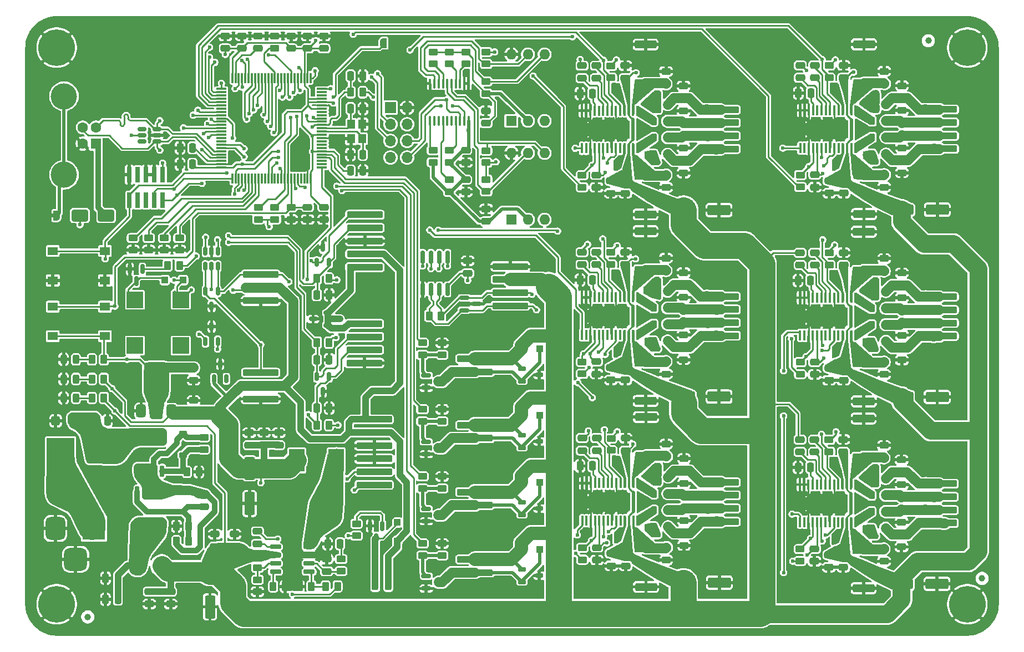
<source format=gbr>
G04 #@! TF.GenerationSoftware,KiCad,Pcbnew,9.0.4*
G04 #@! TF.CreationDate,2025-09-19T17:16:51+02:00*
G04 #@! TF.ProjectId,mobo,6d6f626f-2e6b-4696-9361-645f70636258,REV05*
G04 #@! TF.SameCoordinates,Original*
G04 #@! TF.FileFunction,Copper,L1,Top*
G04 #@! TF.FilePolarity,Positive*
%FSLAX46Y46*%
G04 Gerber Fmt 4.6, Leading zero omitted, Abs format (unit mm)*
G04 Created by KiCad (PCBNEW 9.0.4) date 2025-09-19 17:16:51*
%MOMM*%
%LPD*%
G01*
G04 APERTURE LIST*
G04 Aperture macros list*
%AMRoundRect*
0 Rectangle with rounded corners*
0 $1 Rounding radius*
0 $2 $3 $4 $5 $6 $7 $8 $9 X,Y pos of 4 corners*
0 Add a 4 corners polygon primitive as box body*
4,1,4,$2,$3,$4,$5,$6,$7,$8,$9,$2,$3,0*
0 Add four circle primitives for the rounded corners*
1,1,$1+$1,$2,$3*
1,1,$1+$1,$4,$5*
1,1,$1+$1,$6,$7*
1,1,$1+$1,$8,$9*
0 Add four rect primitives between the rounded corners*
20,1,$1+$1,$2,$3,$4,$5,0*
20,1,$1+$1,$4,$5,$6,$7,0*
20,1,$1+$1,$6,$7,$8,$9,0*
20,1,$1+$1,$8,$9,$2,$3,0*%
%AMFreePoly0*
4,1,23,0.500000,-0.750000,0.000000,-0.750000,0.000000,-0.745722,-0.065263,-0.745722,-0.191342,-0.711940,-0.304381,-0.646677,-0.396677,-0.554381,-0.461940,-0.441342,-0.495722,-0.315263,-0.495722,-0.250000,-0.500000,-0.250000,-0.500000,0.250000,-0.495722,0.250000,-0.495722,0.315263,-0.461940,0.441342,-0.396677,0.554381,-0.304381,0.646677,-0.191342,0.711940,-0.065263,0.745722,0.000000,0.745722,
0.000000,0.750000,0.500000,0.750000,0.500000,-0.750000,0.500000,-0.750000,$1*%
%AMFreePoly1*
4,1,23,0.000000,0.745722,0.065263,0.745722,0.191342,0.711940,0.304381,0.646677,0.396677,0.554381,0.461940,0.441342,0.495722,0.315263,0.495722,0.250000,0.500000,0.250000,0.500000,-0.250000,0.495722,-0.250000,0.495722,-0.315263,0.461940,-0.441342,0.396677,-0.554381,0.304381,-0.646677,0.191342,-0.711940,0.065263,-0.745722,0.000000,-0.745722,0.000000,-0.750000,-0.500000,-0.750000,
-0.500000,0.750000,0.000000,0.750000,0.000000,0.745722,0.000000,0.745722,$1*%
G04 Aperture macros list end*
G04 #@! TA.AperFunction,EtchedComponent*
%ADD10C,0.000000*%
G04 #@! TD*
G04 #@! TA.AperFunction,SMDPad,CuDef*
%ADD11RoundRect,0.250000X0.250000X0.475000X-0.250000X0.475000X-0.250000X-0.475000X0.250000X-0.475000X0*%
G04 #@! TD*
G04 #@! TA.AperFunction,SMDPad,CuDef*
%ADD12RoundRect,0.150000X0.150000X-0.725000X0.150000X0.725000X-0.150000X0.725000X-0.150000X-0.725000X0*%
G04 #@! TD*
G04 #@! TA.AperFunction,SMDPad,CuDef*
%ADD13RoundRect,0.250000X-0.550000X1.500000X-0.550000X-1.500000X0.550000X-1.500000X0.550000X1.500000X0*%
G04 #@! TD*
G04 #@! TA.AperFunction,SMDPad,CuDef*
%ADD14RoundRect,0.250000X-0.250000X-0.475000X0.250000X-0.475000X0.250000X0.475000X-0.250000X0.475000X0*%
G04 #@! TD*
G04 #@! TA.AperFunction,SMDPad,CuDef*
%ADD15RoundRect,0.250000X-2.500000X0.250000X-2.500000X-0.250000X2.500000X-0.250000X2.500000X0.250000X0*%
G04 #@! TD*
G04 #@! TA.AperFunction,SMDPad,CuDef*
%ADD16RoundRect,0.250000X-1.250000X0.550000X-1.250000X-0.550000X1.250000X-0.550000X1.250000X0.550000X0*%
G04 #@! TD*
G04 #@! TA.AperFunction,SMDPad,CuDef*
%ADD17RoundRect,0.250000X-0.475000X0.250000X-0.475000X-0.250000X0.475000X-0.250000X0.475000X0.250000X0*%
G04 #@! TD*
G04 #@! TA.AperFunction,SMDPad,CuDef*
%ADD18RoundRect,0.250000X0.450000X-0.262500X0.450000X0.262500X-0.450000X0.262500X-0.450000X-0.262500X0*%
G04 #@! TD*
G04 #@! TA.AperFunction,SMDPad,CuDef*
%ADD19RoundRect,0.250000X-1.500000X-0.550000X1.500000X-0.550000X1.500000X0.550000X-1.500000X0.550000X0*%
G04 #@! TD*
G04 #@! TA.AperFunction,SMDPad,CuDef*
%ADD20RoundRect,0.250000X-0.450000X0.262500X-0.450000X-0.262500X0.450000X-0.262500X0.450000X0.262500X0*%
G04 #@! TD*
G04 #@! TA.AperFunction,SMDPad,CuDef*
%ADD21RoundRect,0.250000X0.475000X-0.250000X0.475000X0.250000X-0.475000X0.250000X-0.475000X-0.250000X0*%
G04 #@! TD*
G04 #@! TA.AperFunction,ComponentPad*
%ADD22C,5.600000*%
G04 #@! TD*
G04 #@! TA.AperFunction,ComponentPad*
%ADD23R,1.600000X1.600000*%
G04 #@! TD*
G04 #@! TA.AperFunction,ComponentPad*
%ADD24O,1.600000X1.600000*%
G04 #@! TD*
G04 #@! TA.AperFunction,SMDPad,CuDef*
%ADD25R,1.500000X2.500000*%
G04 #@! TD*
G04 #@! TA.AperFunction,SMDPad,CuDef*
%ADD26RoundRect,0.150000X-0.150000X0.587500X-0.150000X-0.587500X0.150000X-0.587500X0.150000X0.587500X0*%
G04 #@! TD*
G04 #@! TA.AperFunction,SMDPad,CuDef*
%ADD27RoundRect,0.250000X-0.300000X-0.300000X0.300000X-0.300000X0.300000X0.300000X-0.300000X0.300000X0*%
G04 #@! TD*
G04 #@! TA.AperFunction,SMDPad,CuDef*
%ADD28RoundRect,0.250000X-1.425000X0.362500X-1.425000X-0.362500X1.425000X-0.362500X1.425000X0.362500X0*%
G04 #@! TD*
G04 #@! TA.AperFunction,SMDPad,CuDef*
%ADD29RoundRect,0.150000X0.150000X-0.512500X0.150000X0.512500X-0.150000X0.512500X-0.150000X-0.512500X0*%
G04 #@! TD*
G04 #@! TA.AperFunction,SMDPad,CuDef*
%ADD30RoundRect,0.162500X-0.447500X-0.162500X0.447500X-0.162500X0.447500X0.162500X-0.447500X0.162500X0*%
G04 #@! TD*
G04 #@! TA.AperFunction,SMDPad,CuDef*
%ADD31R,2.500000X2.500000*%
G04 #@! TD*
G04 #@! TA.AperFunction,SMDPad,CuDef*
%ADD32RoundRect,0.150000X-0.587500X-0.150000X0.587500X-0.150000X0.587500X0.150000X-0.587500X0.150000X0*%
G04 #@! TD*
G04 #@! TA.AperFunction,SMDPad,CuDef*
%ADD33RoundRect,0.218750X-0.218750X-0.381250X0.218750X-0.381250X0.218750X0.381250X-0.218750X0.381250X0*%
G04 #@! TD*
G04 #@! TA.AperFunction,SMDPad,CuDef*
%ADD34RoundRect,0.250000X0.262500X0.450000X-0.262500X0.450000X-0.262500X-0.450000X0.262500X-0.450000X0*%
G04 #@! TD*
G04 #@! TA.AperFunction,SMDPad,CuDef*
%ADD35RoundRect,0.250000X-0.262500X-0.450000X0.262500X-0.450000X0.262500X0.450000X-0.262500X0.450000X0*%
G04 #@! TD*
G04 #@! TA.AperFunction,SMDPad,CuDef*
%ADD36RoundRect,0.250000X1.425000X-0.362500X1.425000X0.362500X-1.425000X0.362500X-1.425000X-0.362500X0*%
G04 #@! TD*
G04 #@! TA.AperFunction,SMDPad,CuDef*
%ADD37RoundRect,0.150000X-0.150000X0.825000X-0.150000X-0.825000X0.150000X-0.825000X0.150000X0.825000X0*%
G04 #@! TD*
G04 #@! TA.AperFunction,SMDPad,CuDef*
%ADD38FreePoly0,0.000000*%
G04 #@! TD*
G04 #@! TA.AperFunction,SMDPad,CuDef*
%ADD39FreePoly1,0.000000*%
G04 #@! TD*
G04 #@! TA.AperFunction,SMDPad,CuDef*
%ADD40RoundRect,0.225000X-0.375000X0.225000X-0.375000X-0.225000X0.375000X-0.225000X0.375000X0.225000X0*%
G04 #@! TD*
G04 #@! TA.AperFunction,SMDPad,CuDef*
%ADD41C,1.000000*%
G04 #@! TD*
G04 #@! TA.AperFunction,SMDPad,CuDef*
%ADD42RoundRect,0.250000X-1.000000X-0.650000X1.000000X-0.650000X1.000000X0.650000X-1.000000X0.650000X0*%
G04 #@! TD*
G04 #@! TA.AperFunction,SMDPad,CuDef*
%ADD43RoundRect,0.100000X-0.100000X0.637500X-0.100000X-0.637500X0.100000X-0.637500X0.100000X0.637500X0*%
G04 #@! TD*
G04 #@! TA.AperFunction,SMDPad,CuDef*
%ADD44RoundRect,0.250000X-1.000000X1.400000X-1.000000X-1.400000X1.000000X-1.400000X1.000000X1.400000X0*%
G04 #@! TD*
G04 #@! TA.AperFunction,SMDPad,CuDef*
%ADD45FreePoly0,180.000000*%
G04 #@! TD*
G04 #@! TA.AperFunction,SMDPad,CuDef*
%ADD46FreePoly1,180.000000*%
G04 #@! TD*
G04 #@! TA.AperFunction,SMDPad,CuDef*
%ADD47RoundRect,0.150000X0.512500X0.150000X-0.512500X0.150000X-0.512500X-0.150000X0.512500X-0.150000X0*%
G04 #@! TD*
G04 #@! TA.AperFunction,SMDPad,CuDef*
%ADD48RoundRect,0.150000X-0.150000X0.512500X-0.150000X-0.512500X0.150000X-0.512500X0.150000X0.512500X0*%
G04 #@! TD*
G04 #@! TA.AperFunction,SMDPad,CuDef*
%ADD49R,1.550000X1.300000*%
G04 #@! TD*
G04 #@! TA.AperFunction,SMDPad,CuDef*
%ADD50RoundRect,0.250000X0.250000X2.500000X-0.250000X2.500000X-0.250000X-2.500000X0.250000X-2.500000X0*%
G04 #@! TD*
G04 #@! TA.AperFunction,SMDPad,CuDef*
%ADD51RoundRect,0.250000X0.550000X1.250000X-0.550000X1.250000X-0.550000X-1.250000X0.550000X-1.250000X0*%
G04 #@! TD*
G04 #@! TA.AperFunction,ComponentPad*
%ADD52R,3.500000X3.500000*%
G04 #@! TD*
G04 #@! TA.AperFunction,ComponentPad*
%ADD53C,2.500000*%
G04 #@! TD*
G04 #@! TA.AperFunction,ComponentPad*
%ADD54RoundRect,0.750000X-0.750000X-1.000000X0.750000X-1.000000X0.750000X1.000000X-0.750000X1.000000X0*%
G04 #@! TD*
G04 #@! TA.AperFunction,ComponentPad*
%ADD55RoundRect,0.875000X-0.875000X-0.875000X0.875000X-0.875000X0.875000X0.875000X-0.875000X0.875000X0*%
G04 #@! TD*
G04 #@! TA.AperFunction,ComponentPad*
%ADD56C,1.600000*%
G04 #@! TD*
G04 #@! TA.AperFunction,ComponentPad*
%ADD57C,4.000000*%
G04 #@! TD*
G04 #@! TA.AperFunction,SMDPad,CuDef*
%ADD58RoundRect,0.100000X-0.100000X0.675000X-0.100000X-0.675000X0.100000X-0.675000X0.100000X0.675000X0*%
G04 #@! TD*
G04 #@! TA.AperFunction,HeatsinkPad*
%ADD59C,0.600000*%
G04 #@! TD*
G04 #@! TA.AperFunction,HeatsinkPad*
%ADD60R,6.200000X2.750000*%
G04 #@! TD*
G04 #@! TA.AperFunction,SMDPad,CuDef*
%ADD61RoundRect,0.250000X0.400000X0.450000X-0.400000X0.450000X-0.400000X-0.450000X0.400000X-0.450000X0*%
G04 #@! TD*
G04 #@! TA.AperFunction,SMDPad,CuDef*
%ADD62RoundRect,0.075000X0.725000X0.075000X-0.725000X0.075000X-0.725000X-0.075000X0.725000X-0.075000X0*%
G04 #@! TD*
G04 #@! TA.AperFunction,SMDPad,CuDef*
%ADD63RoundRect,0.075000X0.075000X0.725000X-0.075000X0.725000X-0.075000X-0.725000X0.075000X-0.725000X0*%
G04 #@! TD*
G04 #@! TA.AperFunction,SMDPad,CuDef*
%ADD64RoundRect,0.243750X-0.243750X-0.456250X0.243750X-0.456250X0.243750X0.456250X-0.243750X0.456250X0*%
G04 #@! TD*
G04 #@! TA.AperFunction,SMDPad,CuDef*
%ADD65RoundRect,0.250000X0.300000X0.300000X-0.300000X0.300000X-0.300000X-0.300000X0.300000X-0.300000X0*%
G04 #@! TD*
G04 #@! TA.AperFunction,SMDPad,CuDef*
%ADD66RoundRect,0.150000X-0.737500X-0.150000X0.737500X-0.150000X0.737500X0.150000X-0.737500X0.150000X0*%
G04 #@! TD*
G04 #@! TA.AperFunction,HeatsinkPad*
%ADD67C,0.500000*%
G04 #@! TD*
G04 #@! TA.AperFunction,HeatsinkPad*
%ADD68R,2.950000X4.900000*%
G04 #@! TD*
G04 #@! TA.AperFunction,SMDPad,CuDef*
%ADD69RoundRect,0.250000X0.300000X-0.300000X0.300000X0.300000X-0.300000X0.300000X-0.300000X-0.300000X0*%
G04 #@! TD*
G04 #@! TA.AperFunction,SMDPad,CuDef*
%ADD70R,0.740000X2.400000*%
G04 #@! TD*
G04 #@! TA.AperFunction,SMDPad,CuDef*
%ADD71R,2.350000X3.500000*%
G04 #@! TD*
G04 #@! TA.AperFunction,SMDPad,CuDef*
%ADD72R,4.240000X3.810000*%
G04 #@! TD*
G04 #@! TA.AperFunction,SMDPad,CuDef*
%ADD73RoundRect,0.150000X-0.150000X0.725000X-0.150000X-0.725000X0.150000X-0.725000X0.150000X0.725000X0*%
G04 #@! TD*
G04 #@! TA.AperFunction,ComponentPad*
%ADD74R,1.700000X1.700000*%
G04 #@! TD*
G04 #@! TA.AperFunction,ComponentPad*
%ADD75O,1.700000X1.700000*%
G04 #@! TD*
G04 #@! TA.AperFunction,SMDPad,CuDef*
%ADD76R,1.200000X1.400000*%
G04 #@! TD*
G04 #@! TA.AperFunction,SMDPad,CuDef*
%ADD77RoundRect,0.375000X0.375000X-0.625000X0.375000X0.625000X-0.375000X0.625000X-0.375000X-0.625000X0*%
G04 #@! TD*
G04 #@! TA.AperFunction,SMDPad,CuDef*
%ADD78RoundRect,0.500000X1.400000X-0.500000X1.400000X0.500000X-1.400000X0.500000X-1.400000X-0.500000X0*%
G04 #@! TD*
G04 #@! TA.AperFunction,ViaPad*
%ADD79C,0.600000*%
G04 #@! TD*
G04 #@! TA.AperFunction,Conductor*
%ADD80C,0.250000*%
G04 #@! TD*
G04 #@! TA.AperFunction,Conductor*
%ADD81C,0.500000*%
G04 #@! TD*
G04 #@! TA.AperFunction,Conductor*
%ADD82C,1.000000*%
G04 #@! TD*
G04 #@! TA.AperFunction,Conductor*
%ADD83C,1.500000*%
G04 #@! TD*
G04 #@! TA.AperFunction,Conductor*
%ADD84C,2.000000*%
G04 #@! TD*
G04 #@! TA.AperFunction,Conductor*
%ADD85C,4.000000*%
G04 #@! TD*
G04 #@! TA.AperFunction,Conductor*
%ADD86C,2.750000*%
G04 #@! TD*
G04 #@! TA.AperFunction,Conductor*
%ADD87C,3.000000*%
G04 #@! TD*
G04 #@! TA.AperFunction,Conductor*
%ADD88C,0.850000*%
G04 #@! TD*
G04 APERTURE END LIST*
D10*
G04 #@! TA.AperFunction,EtchedComponent*
G36*
X71200000Y-80950000D02*
G01*
X70700000Y-80950000D01*
X70700000Y-80350000D01*
X71200000Y-80350000D01*
X71200000Y-80950000D01*
G37*
G04 #@! TD.AperFunction*
D11*
X118350000Y-71310000D03*
X116450000Y-71310000D03*
D12*
X83895000Y-119675000D03*
X85165000Y-119675000D03*
X86435000Y-119675000D03*
X87705000Y-119675000D03*
X87705000Y-114525000D03*
X86435000Y-114525000D03*
X85165000Y-114525000D03*
X83895000Y-114525000D03*
D13*
X95000000Y-135000000D03*
X95000000Y-140400000D03*
D14*
X111300000Y-102650000D03*
X113200000Y-102650000D03*
D15*
X135450000Y-112650000D03*
X135450000Y-114650000D03*
D16*
X137700000Y-110250000D03*
X137700000Y-117050000D03*
D17*
X200575000Y-121750000D03*
X200575000Y-123650000D03*
D15*
X173000000Y-93000000D03*
X173000000Y-95000000D03*
X173000000Y-97000000D03*
X173000000Y-99000000D03*
D16*
X175250000Y-90600000D03*
X175250000Y-101400000D03*
D18*
X137150000Y-57500000D03*
X137150000Y-55675000D03*
D19*
X167300001Y-79800000D03*
X172700001Y-79800000D03*
D17*
X112400000Y-79360000D03*
X112400000Y-81260000D03*
X191700000Y-86312500D03*
X191700000Y-88212500D03*
D20*
X189500000Y-86350001D03*
X189500000Y-88175001D03*
D17*
X200600000Y-93212501D03*
X200600000Y-95112501D03*
D20*
X151850000Y-131375000D03*
X151850000Y-133200000D03*
X137150000Y-75137500D03*
X137150000Y-76962500D03*
D14*
X116450000Y-64310000D03*
X118350000Y-64310000D03*
D15*
X135450000Y-102525000D03*
X135450000Y-104525000D03*
D16*
X137700000Y-100125000D03*
X137700000Y-106925000D03*
D21*
X200625000Y-62712500D03*
X200625000Y-60812500D03*
D22*
X71600000Y-55000000D03*
D15*
X118575000Y-97175000D03*
X118575000Y-99175000D03*
X118575000Y-101175000D03*
X118575000Y-103175000D03*
D16*
X120825000Y-94775000D03*
X120825000Y-105575000D03*
D23*
X141000000Y-66187500D03*
D24*
X143540000Y-66187500D03*
X146080000Y-66187500D03*
X146080000Y-56027500D03*
X143540000Y-56027500D03*
X141000000Y-56027500D03*
D17*
X200600000Y-100812500D03*
X200600000Y-102712500D03*
D15*
X135425000Y-122875000D03*
X135425000Y-124875000D03*
D16*
X137675000Y-120475000D03*
X137675000Y-127275000D03*
D21*
X112400000Y-55125000D03*
X112400000Y-53225000D03*
D14*
X151500000Y-90500001D03*
X153400000Y-90500001D03*
D21*
X167300000Y-98850000D03*
X167300000Y-96950000D03*
D25*
X83950000Y-134100000D03*
X87650000Y-134100000D03*
D26*
X121325000Y-128037500D03*
X119425000Y-128037500D03*
X120375000Y-129912500D03*
D17*
X187300000Y-86312501D03*
X187300000Y-88212501D03*
D21*
X137150000Y-66537500D03*
X137150000Y-64637500D03*
D20*
X130450000Y-130737500D03*
X130450000Y-132562500D03*
D27*
X142550000Y-131650000D03*
X145350000Y-131650000D03*
D28*
X194775000Y-131637500D03*
X194775000Y-137562500D03*
D21*
X151825000Y-116537501D03*
X151825000Y-114637501D03*
D19*
X200575000Y-136900000D03*
X205975000Y-136900000D03*
D20*
X131537500Y-75175000D03*
X131537500Y-77000000D03*
D21*
X167300000Y-70350000D03*
X167300000Y-68450000D03*
D15*
X206300000Y-93050000D03*
X206300000Y-95050000D03*
X206300000Y-97050000D03*
X206300000Y-99050000D03*
D16*
X208550000Y-90650000D03*
X208550000Y-101450000D03*
D29*
X95600000Y-105587500D03*
X97500000Y-105587500D03*
X96550000Y-103312500D03*
D30*
X142627500Y-104050000D03*
X142627500Y-105950000D03*
X145247500Y-105000000D03*
D17*
X134350000Y-87550000D03*
X134350000Y-89450000D03*
D20*
X185100000Y-103050000D03*
X185100000Y-104875000D03*
D15*
X118650000Y-80525000D03*
X118650000Y-82525000D03*
X118650000Y-84525000D03*
X118650000Y-86525000D03*
X118650000Y-88525000D03*
D16*
X120900000Y-78125000D03*
X120900000Y-90925000D03*
D21*
X197875000Y-133450000D03*
X197875000Y-131550000D03*
D31*
X90550000Y-93500000D03*
X83550000Y-93500000D03*
X83550000Y-100500000D03*
X90550000Y-100500000D03*
D32*
X128000000Y-115200000D03*
X128000000Y-117100000D03*
X129875000Y-116150000D03*
D21*
X197900000Y-104912500D03*
X197900000Y-103012500D03*
D14*
X112975000Y-130775000D03*
X114875000Y-130775000D03*
D21*
X164600000Y-76350000D03*
X164600000Y-74450000D03*
D33*
X162737500Y-97250000D03*
X164862500Y-97250000D03*
D17*
X158400000Y-57750000D03*
X158400000Y-59650000D03*
D14*
X111300000Y-92750000D03*
X113200000Y-92750000D03*
D15*
X120075000Y-111775000D03*
X120075000Y-113775000D03*
X120075000Y-115775000D03*
X120075000Y-117775000D03*
X120075000Y-119775000D03*
X120075000Y-121775000D03*
D16*
X122325000Y-109375000D03*
X122325000Y-124175000D03*
D17*
X167300000Y-72250000D03*
X167300000Y-74150000D03*
D19*
X200625001Y-79762500D03*
X206025001Y-79762500D03*
D33*
X162787500Y-125637500D03*
X164912500Y-125637500D03*
D34*
X78812500Y-108500000D03*
X76987500Y-108500000D03*
D21*
X156250000Y-134137500D03*
X156250000Y-132237500D03*
D19*
X167300001Y-108300000D03*
X172700001Y-108300000D03*
D18*
X127437500Y-112062500D03*
X127437500Y-110237500D03*
D21*
X94100000Y-125150000D03*
X94100000Y-123250000D03*
D30*
X142627500Y-114200000D03*
X142627500Y-116100000D03*
X145247500Y-115150000D03*
D15*
X173025000Y-121375000D03*
X173025000Y-123375000D03*
X173025000Y-125375000D03*
X173025000Y-127375000D03*
D16*
X175275000Y-118975000D03*
X175275000Y-129775000D03*
D20*
X156200000Y-86287501D03*
X156200000Y-88112501D03*
D14*
X116450000Y-73810000D03*
X118350000Y-73810000D03*
D35*
X104650000Y-137285000D03*
X106475000Y-137285000D03*
D33*
X162737500Y-94750001D03*
X164862500Y-94750001D03*
D14*
X184800000Y-61962501D03*
X186700000Y-61962501D03*
D17*
X197875000Y-115750000D03*
X197875000Y-117650000D03*
D36*
X161500000Y-88962500D03*
X161500000Y-83037500D03*
D17*
X197900000Y-87212501D03*
X197900000Y-89112501D03*
X191675000Y-114850000D03*
X191675000Y-116750000D03*
D34*
X90362500Y-88250000D03*
X88537500Y-88250000D03*
D18*
X115025000Y-134937500D03*
X115025000Y-133112500D03*
D21*
X102350000Y-55125000D03*
X102350000Y-53225000D03*
D37*
X131267500Y-86975000D03*
X129997500Y-86975000D03*
X128727500Y-86975000D03*
X127457500Y-86975000D03*
X127457500Y-91925000D03*
X128727500Y-91925000D03*
X129997500Y-91925000D03*
X131267500Y-91925000D03*
D33*
X162787500Y-123137501D03*
X164912500Y-123137501D03*
D28*
X161550000Y-131425000D03*
X161550000Y-137350000D03*
D33*
X196062500Y-63662501D03*
X198187500Y-63662501D03*
D38*
X121450000Y-54300000D03*
D39*
X122750000Y-54300000D03*
D28*
X161500000Y-103037500D03*
X161500000Y-108962500D03*
D33*
X162737500Y-92200001D03*
X164862500Y-92200001D03*
D18*
X137150000Y-72562500D03*
X137150000Y-70737500D03*
D20*
X131537500Y-55675000D03*
X131537500Y-57500000D03*
D21*
X137150000Y-81537500D03*
X137150000Y-79637500D03*
D35*
X89887500Y-130400000D03*
X91712500Y-130400000D03*
D21*
X154000000Y-104850000D03*
X154000000Y-102950000D03*
D40*
X90900000Y-122550000D03*
X90900000Y-125850000D03*
D15*
X206325000Y-64450000D03*
X206325000Y-66450000D03*
X206325000Y-68450000D03*
X206325000Y-70450000D03*
D16*
X208575000Y-62050000D03*
X208575000Y-72850000D03*
D36*
X194775000Y-117562500D03*
X194775000Y-111637500D03*
D32*
X128000000Y-105050000D03*
X128000000Y-106950000D03*
X129875000Y-106000000D03*
D41*
X76350000Y-141950000D03*
D33*
X162737500Y-66250001D03*
X164862500Y-66250001D03*
D20*
X130437500Y-100087500D03*
X130437500Y-101912500D03*
D42*
X75150000Y-80650000D03*
X79150000Y-80650000D03*
D17*
X167300000Y-64650001D03*
X167300000Y-66550001D03*
D21*
X200575000Y-119850000D03*
X200575000Y-117950000D03*
D20*
X129037500Y-70675000D03*
X129037500Y-72500000D03*
D17*
X134037500Y-75137500D03*
X134037500Y-77037500D03*
D21*
X191675000Y-134350000D03*
X191675000Y-132450000D03*
D14*
X79050000Y-136000000D03*
X80950000Y-136000000D03*
D21*
X200575000Y-127450000D03*
X200575000Y-125550000D03*
D15*
X173000000Y-64475000D03*
X173000000Y-66475000D03*
X173000000Y-68475000D03*
X173000000Y-70475000D03*
D16*
X175250000Y-62075000D03*
X175250000Y-72875000D03*
D21*
X200600000Y-98912500D03*
X200600000Y-97012500D03*
D20*
X107400000Y-79397500D03*
X107400000Y-81222500D03*
D17*
X154050000Y-114637501D03*
X154050000Y-116537501D03*
D21*
X167300000Y-91250000D03*
X167300000Y-89350000D03*
D35*
X111337500Y-100050000D03*
X113162500Y-100050000D03*
D27*
X142537500Y-101000000D03*
X145337500Y-101000000D03*
D18*
X117375000Y-129537500D03*
X117375000Y-127712500D03*
D33*
X196062500Y-68712500D03*
X198187500Y-68712500D03*
D17*
X167350000Y-129137500D03*
X167350000Y-131037500D03*
D41*
X204650000Y-53950000D03*
D33*
X196062500Y-66212501D03*
X198187500Y-66212501D03*
D20*
X189475000Y-114887500D03*
X189475000Y-116712500D03*
D17*
X197925000Y-58612501D03*
X197925000Y-60512501D03*
D27*
X142537500Y-111150000D03*
X145337500Y-111150000D03*
D15*
X206275000Y-121600000D03*
X206275000Y-123600000D03*
X206275000Y-125600000D03*
X206275000Y-127600000D03*
D16*
X208525000Y-119200000D03*
X208525000Y-130000000D03*
D14*
X151500000Y-118887501D03*
X153400000Y-118887501D03*
D43*
X134462500Y-60475000D03*
X133812500Y-60475000D03*
X133162500Y-60475000D03*
X132512500Y-60475000D03*
X131862500Y-60475000D03*
X131212500Y-60475000D03*
X130562500Y-60475000D03*
X129912500Y-60475000D03*
X129262500Y-60475000D03*
X128612500Y-60475000D03*
X128612500Y-66200000D03*
X129262500Y-66200000D03*
X129912500Y-66200000D03*
X130562500Y-66200000D03*
X131212500Y-66200000D03*
X131862500Y-66200000D03*
X132512500Y-66200000D03*
X133162500Y-66200000D03*
X133812500Y-66200000D03*
X134462500Y-66200000D03*
D21*
X158450000Y-134137500D03*
X158450000Y-132237500D03*
D17*
X200625000Y-72212500D03*
X200625000Y-74112500D03*
D44*
X113762500Y-125835000D03*
X106962500Y-125835000D03*
D45*
X71600000Y-80650000D03*
D46*
X70300000Y-80650000D03*
D21*
X191725000Y-77212500D03*
X191725000Y-75312500D03*
D36*
X161550000Y-117350000D03*
X161550000Y-111425000D03*
D47*
X86937500Y-69350000D03*
X86937500Y-68400000D03*
X86937500Y-67450000D03*
X84662500Y-67450000D03*
X84662500Y-68400000D03*
X84662500Y-69350000D03*
D28*
X194825000Y-74500000D03*
X194825000Y-80425000D03*
D33*
X196012500Y-123350000D03*
X198137500Y-123350000D03*
D21*
X158400000Y-77250000D03*
X158400000Y-75350000D03*
D48*
X113200000Y-105212500D03*
X111300000Y-105212500D03*
X112250000Y-107487500D03*
D49*
X78975000Y-90550000D03*
X71025000Y-90550000D03*
X78975000Y-86050000D03*
X71025000Y-86050000D03*
D21*
X191700000Y-105812500D03*
X191700000Y-103912500D03*
D50*
X122225000Y-135125000D03*
X120225000Y-135125000D03*
D51*
X124625000Y-137375000D03*
X117825000Y-137375000D03*
D14*
X184750000Y-90562501D03*
X186650000Y-90562501D03*
D41*
X212850000Y-136050000D03*
D30*
X142627500Y-124450000D03*
X142627500Y-126350000D03*
X145247500Y-125400000D03*
D33*
X196012500Y-128400000D03*
X198137500Y-128400000D03*
X196037500Y-92262501D03*
X198162500Y-92262501D03*
D17*
X105500000Y-113800000D03*
X105500000Y-115700000D03*
D18*
X83250000Y-85912500D03*
X83250000Y-84087500D03*
D21*
X99850000Y-55100000D03*
X99850000Y-53200000D03*
D47*
X113025000Y-97400000D03*
X113025000Y-95500000D03*
X110750000Y-96450000D03*
D21*
X89000000Y-139950000D03*
X89000000Y-138050000D03*
D52*
X77300000Y-128437500D03*
D53*
X71400000Y-128437500D03*
D54*
X71400000Y-128437500D03*
D55*
X74500000Y-133137500D03*
D53*
X71400000Y-123437500D03*
D17*
X200625000Y-64612501D03*
X200625000Y-66512501D03*
D18*
X127437500Y-101912500D03*
X127437500Y-100087500D03*
D23*
X77587500Y-69675000D03*
D56*
X77587500Y-67175000D03*
X75587500Y-67175000D03*
X75587500Y-69675000D03*
D57*
X72727500Y-74425000D03*
X72727500Y-62425000D03*
D21*
X164600000Y-104850000D03*
X164600000Y-102950000D03*
D20*
X151800000Y-74487500D03*
X151800000Y-76312500D03*
D17*
X112812500Y-133085000D03*
X112812500Y-134985000D03*
D21*
X154000000Y-76350000D03*
X154000000Y-74450000D03*
X187325000Y-76312500D03*
X187325000Y-74412500D03*
D58*
X193525000Y-93187500D03*
X192875000Y-93187500D03*
X192225000Y-93187500D03*
X191575000Y-93187500D03*
X190925000Y-93187500D03*
X190275000Y-93187500D03*
X189625000Y-93187500D03*
X188975000Y-93187500D03*
X188325000Y-93187500D03*
X187675000Y-93187500D03*
X187025000Y-93187500D03*
X186375000Y-93187500D03*
X185725000Y-93187500D03*
X185075000Y-93187500D03*
X185075000Y-98937500D03*
X185725000Y-98937500D03*
X186375000Y-98937500D03*
X187025000Y-98937500D03*
X187675000Y-98937500D03*
X188325000Y-98937500D03*
X188975000Y-98937500D03*
X189625000Y-98937500D03*
X190275000Y-98937500D03*
X190925000Y-98937500D03*
X191575000Y-98937500D03*
X192225000Y-98937500D03*
X192875000Y-98937500D03*
X193525000Y-98937500D03*
D59*
X192100000Y-94987500D03*
X190233333Y-94987500D03*
X188366667Y-94987500D03*
X186500000Y-94987500D03*
D60*
X189300000Y-96062500D03*
D59*
X192100000Y-97137500D03*
X190233333Y-97137500D03*
X188366667Y-97137500D03*
X186500000Y-97137500D03*
D33*
X196037500Y-94812501D03*
X198162500Y-94812501D03*
D61*
X74350000Y-112000000D03*
X71450000Y-112000000D03*
D20*
X102250000Y-132622500D03*
X102250000Y-134447500D03*
D33*
X196012500Y-125850000D03*
X198137500Y-125850000D03*
D21*
X197925000Y-76312500D03*
X197925000Y-74412500D03*
D58*
X193550000Y-64587500D03*
X192900000Y-64587500D03*
X192250000Y-64587500D03*
X191600000Y-64587500D03*
X190950000Y-64587500D03*
X190300000Y-64587500D03*
X189650000Y-64587500D03*
X189000000Y-64587500D03*
X188350000Y-64587500D03*
X187700000Y-64587500D03*
X187050000Y-64587500D03*
X186400000Y-64587500D03*
X185750000Y-64587500D03*
X185100000Y-64587500D03*
X185100000Y-70337500D03*
X185750000Y-70337500D03*
X186400000Y-70337500D03*
X187050000Y-70337500D03*
X187700000Y-70337500D03*
X188350000Y-70337500D03*
X189000000Y-70337500D03*
X189650000Y-70337500D03*
X190300000Y-70337500D03*
X190950000Y-70337500D03*
X191600000Y-70337500D03*
X192250000Y-70337500D03*
X192900000Y-70337500D03*
X193550000Y-70337500D03*
D59*
X192125000Y-66387500D03*
X190258333Y-66387500D03*
X188391667Y-66387500D03*
X186525000Y-66387500D03*
D60*
X189325000Y-67462500D03*
D59*
X192125000Y-68537500D03*
X190258333Y-68537500D03*
X188391667Y-68537500D03*
X186525000Y-68537500D03*
D21*
X109900000Y-55125000D03*
X109900000Y-53225000D03*
D34*
X91712500Y-128100000D03*
X89887500Y-128100000D03*
D11*
X79350000Y-112000000D03*
X77450000Y-112000000D03*
D20*
X156200000Y-57787501D03*
X156200000Y-59612501D03*
X189525000Y-57750001D03*
X189525000Y-59575001D03*
D17*
X187275000Y-114850000D03*
X187275000Y-116750000D03*
D14*
X184750000Y-119100000D03*
X186650000Y-119100000D03*
D21*
X189500000Y-105812500D03*
X189500000Y-103912500D03*
X187300000Y-104912500D03*
X187300000Y-103012500D03*
D48*
X96200000Y-92212500D03*
X94300000Y-92212500D03*
X95250000Y-94487500D03*
D20*
X130437500Y-110237500D03*
X130437500Y-112062500D03*
D35*
X91487500Y-119800000D03*
X93312500Y-119800000D03*
D36*
X161500000Y-60462500D03*
X161500000Y-54537500D03*
D33*
X162737500Y-63700001D03*
X164862500Y-63700001D03*
D34*
X118312500Y-61810000D03*
X116487500Y-61810000D03*
D21*
X185050000Y-116750000D03*
X185050000Y-114850000D03*
D18*
X127450000Y-132562500D03*
X127450000Y-130737500D03*
D21*
X167350000Y-127237500D03*
X167350000Y-125337500D03*
D20*
X134037500Y-55675000D03*
X134037500Y-57500000D03*
D62*
X112075000Y-73310000D03*
X112075000Y-72810000D03*
X112075000Y-72310000D03*
X112075000Y-71810000D03*
X112075000Y-71310000D03*
X112075000Y-70810000D03*
X112075000Y-70310000D03*
X112075000Y-69810000D03*
X112075000Y-69310000D03*
X112075000Y-68810000D03*
X112075000Y-68310000D03*
X112075000Y-67810000D03*
X112075000Y-67310000D03*
X112075000Y-66810000D03*
X112075000Y-66310000D03*
X112075000Y-65810000D03*
X112075000Y-65310000D03*
X112075000Y-64810000D03*
X112075000Y-64310000D03*
X112075000Y-63810000D03*
X112075000Y-63310000D03*
X112075000Y-62810000D03*
X112075000Y-62310000D03*
X112075000Y-61810000D03*
X112075000Y-61310000D03*
D63*
X110400000Y-59635000D03*
X109900000Y-59635000D03*
X109400000Y-59635000D03*
X108900000Y-59635000D03*
X108400000Y-59635000D03*
X107900000Y-59635000D03*
X107400000Y-59635000D03*
X106900000Y-59635000D03*
X106400000Y-59635000D03*
X105900000Y-59635000D03*
X105400000Y-59635000D03*
X104900000Y-59635000D03*
X104400000Y-59635000D03*
X103900000Y-59635000D03*
X103400000Y-59635000D03*
X102900000Y-59635000D03*
X102400000Y-59635000D03*
X101900000Y-59635000D03*
X101400000Y-59635000D03*
X100900000Y-59635000D03*
X100400000Y-59635000D03*
X99900000Y-59635000D03*
X99400000Y-59635000D03*
X98900000Y-59635000D03*
X98400000Y-59635000D03*
D62*
X96725000Y-61310000D03*
X96725000Y-61810000D03*
X96725000Y-62310000D03*
X96725000Y-62810000D03*
X96725000Y-63310000D03*
X96725000Y-63810000D03*
X96725000Y-64310000D03*
X96725000Y-64810000D03*
X96725000Y-65310000D03*
X96725000Y-65810000D03*
X96725000Y-66310000D03*
X96725000Y-66810000D03*
X96725000Y-67310000D03*
X96725000Y-67810000D03*
X96725000Y-68310000D03*
X96725000Y-68810000D03*
X96725000Y-69310000D03*
X96725000Y-69810000D03*
X96725000Y-70310000D03*
X96725000Y-70810000D03*
X96725000Y-71310000D03*
X96725000Y-71810000D03*
X96725000Y-72310000D03*
X96725000Y-72810000D03*
X96725000Y-73310000D03*
D63*
X98400000Y-74985000D03*
X98900000Y-74985000D03*
X99400000Y-74985000D03*
X99900000Y-74985000D03*
X100400000Y-74985000D03*
X100900000Y-74985000D03*
X101400000Y-74985000D03*
X101900000Y-74985000D03*
X102400000Y-74985000D03*
X102900000Y-74985000D03*
X103400000Y-74985000D03*
X103900000Y-74985000D03*
X104400000Y-74985000D03*
X104900000Y-74985000D03*
X105400000Y-74985000D03*
X105900000Y-74985000D03*
X106400000Y-74985000D03*
X106900000Y-74985000D03*
X107400000Y-74985000D03*
X107900000Y-74985000D03*
X108400000Y-74985000D03*
X108900000Y-74985000D03*
X109400000Y-74985000D03*
X109900000Y-74985000D03*
X110400000Y-74985000D03*
D19*
X167350001Y-136687500D03*
X172750001Y-136687500D03*
D21*
X151775000Y-88150001D03*
X151775000Y-86250001D03*
D17*
X164600000Y-87150001D03*
X164600000Y-89050001D03*
D11*
X92350000Y-70310000D03*
X90450000Y-70310000D03*
D64*
X72662500Y-105600000D03*
X74537500Y-105600000D03*
D17*
X98750000Y-129300000D03*
X98750000Y-131200000D03*
X167300000Y-93150001D03*
X167300000Y-95050001D03*
D22*
X210600000Y-140000000D03*
D33*
X196012500Y-120800000D03*
X198137500Y-120800000D03*
D58*
X193500000Y-121725000D03*
X192850000Y-121725000D03*
X192200000Y-121725000D03*
X191550000Y-121725000D03*
X190900000Y-121725000D03*
X190250000Y-121725000D03*
X189600000Y-121725000D03*
X188950000Y-121725000D03*
X188300000Y-121725000D03*
X187650000Y-121725000D03*
X187000000Y-121725000D03*
X186350000Y-121725000D03*
X185700000Y-121725000D03*
X185050000Y-121725000D03*
X185050000Y-127475000D03*
X185700000Y-127475000D03*
X186350000Y-127475000D03*
X187000000Y-127475000D03*
X187650000Y-127475000D03*
X188300000Y-127475000D03*
X188950000Y-127475000D03*
X189600000Y-127475000D03*
X190250000Y-127475000D03*
X190900000Y-127475000D03*
X191550000Y-127475000D03*
X192200000Y-127475000D03*
X192850000Y-127475000D03*
X193500000Y-127475000D03*
D59*
X192075000Y-123525000D03*
X190208333Y-123525000D03*
X188341667Y-123525000D03*
X186475000Y-123525000D03*
D60*
X189275000Y-124600000D03*
D59*
X192075000Y-125675000D03*
X190208333Y-125675000D03*
X188341667Y-125675000D03*
X186475000Y-125675000D03*
D35*
X111337500Y-112650000D03*
X113162500Y-112650000D03*
D34*
X110475000Y-137285000D03*
X108650000Y-137285000D03*
D65*
X90900000Y-90500000D03*
X88100000Y-90500000D03*
D20*
X129037500Y-55675000D03*
X129037500Y-57500000D03*
D66*
X105000000Y-131230000D03*
X105000000Y-132500000D03*
X105000000Y-133770000D03*
X105000000Y-135040000D03*
X110125000Y-135040000D03*
X110125000Y-133770000D03*
X110125000Y-132500000D03*
X110125000Y-131230000D03*
D67*
X106912500Y-131835000D03*
X106912500Y-133135000D03*
X106912500Y-134435000D03*
D68*
X107562500Y-133135000D03*
D67*
X108212500Y-131835000D03*
X108212500Y-133135000D03*
X108212500Y-134435000D03*
D21*
X97350000Y-55125000D03*
X97350000Y-53225000D03*
X189525000Y-77212500D03*
X189525000Y-75312500D03*
D18*
X88050000Y-85912500D03*
X88050000Y-84087500D03*
D30*
X142640000Y-134700000D03*
X142640000Y-136600000D03*
X145260000Y-135650000D03*
D28*
X194800000Y-103100000D03*
X194800000Y-109025000D03*
D18*
X90350000Y-85912500D03*
X90350000Y-84087500D03*
D17*
X164650000Y-115537501D03*
X164650000Y-117437501D03*
D18*
X104900000Y-81222500D03*
X104900000Y-79397500D03*
D17*
X158450000Y-114637500D03*
X158450000Y-116537500D03*
D33*
X162787500Y-120587501D03*
X164912500Y-120587501D03*
D21*
X85750000Y-139950000D03*
X85750000Y-138050000D03*
D20*
X94100000Y-114537500D03*
X94100000Y-116362500D03*
D21*
X92500000Y-110800000D03*
X92500000Y-108900000D03*
D33*
X196062500Y-71262500D03*
X198187500Y-71262500D03*
D21*
X107400000Y-55125000D03*
X107400000Y-53225000D03*
X154050000Y-133237500D03*
X154050000Y-131337500D03*
D14*
X116450000Y-59310000D03*
X118350000Y-59310000D03*
D33*
X196037500Y-99862500D03*
X198162500Y-99862500D03*
D58*
X160275000Y-121512500D03*
X159625000Y-121512500D03*
X158975000Y-121512500D03*
X158325000Y-121512500D03*
X157675000Y-121512500D03*
X157025000Y-121512500D03*
X156375000Y-121512500D03*
X155725000Y-121512500D03*
X155075000Y-121512500D03*
X154425000Y-121512500D03*
X153775000Y-121512500D03*
X153125000Y-121512500D03*
X152475000Y-121512500D03*
X151825000Y-121512500D03*
X151825000Y-127262500D03*
X152475000Y-127262500D03*
X153125000Y-127262500D03*
X153775000Y-127262500D03*
X154425000Y-127262500D03*
X155075000Y-127262500D03*
X155725000Y-127262500D03*
X156375000Y-127262500D03*
X157025000Y-127262500D03*
X157675000Y-127262500D03*
X158325000Y-127262500D03*
X158975000Y-127262500D03*
X159625000Y-127262500D03*
X160275000Y-127262500D03*
D59*
X158850000Y-123312500D03*
X156983333Y-123312500D03*
X155116667Y-123312500D03*
X153250000Y-123312500D03*
D60*
X156050000Y-124387500D03*
D59*
X158850000Y-125462500D03*
X156983333Y-125462500D03*
X155116667Y-125462500D03*
X153250000Y-125462500D03*
D21*
X200625000Y-70312500D03*
X200625000Y-68412500D03*
D20*
X137150000Y-60175000D03*
X137150000Y-62000000D03*
D29*
X111300000Y-87787500D03*
X113200000Y-87787500D03*
X112250000Y-85512500D03*
D17*
X109900000Y-79360000D03*
X109900000Y-81260000D03*
D36*
X194800000Y-89025000D03*
X194800000Y-83100000D03*
D69*
X123600000Y-130325000D03*
X123600000Y-127525000D03*
D20*
X130437500Y-120487500D03*
X130437500Y-122312500D03*
D17*
X92500000Y-103900000D03*
X92500000Y-105800000D03*
X95750000Y-129300000D03*
X95750000Y-131200000D03*
X167300000Y-100750000D03*
X167300000Y-102650000D03*
D28*
X161500000Y-74537500D03*
X161500000Y-80462500D03*
D20*
X131537500Y-70675000D03*
X131537500Y-72500000D03*
D64*
X72662500Y-108500000D03*
X74537500Y-108500000D03*
D34*
X114475000Y-137285000D03*
X112650000Y-137285000D03*
D17*
X102250000Y-128872500D03*
X102250000Y-130772500D03*
D21*
X156200000Y-105750000D03*
X156200000Y-103850000D03*
D32*
X128000000Y-125450000D03*
X128000000Y-127350000D03*
X129875000Y-126400000D03*
D14*
X151500000Y-62000000D03*
X153400000Y-62000000D03*
D33*
X162737500Y-71300000D03*
X164862500Y-71300000D03*
D70*
X87790000Y-74400000D03*
X87790000Y-78300000D03*
X86520000Y-74400000D03*
X86520000Y-78300000D03*
X85250000Y-74400000D03*
X85250000Y-78300000D03*
X83980000Y-74400000D03*
X83980000Y-78300000D03*
X82710000Y-74400000D03*
X82710000Y-78300000D03*
D17*
X154000000Y-86250001D03*
X154000000Y-88150001D03*
D15*
X102750000Y-89650000D03*
X102750000Y-91650000D03*
X102750000Y-93650000D03*
D16*
X105000000Y-87250000D03*
X105000000Y-96050000D03*
D58*
X160225000Y-64625000D03*
X159575000Y-64625000D03*
X158925000Y-64625000D03*
X158275000Y-64625000D03*
X157625000Y-64625000D03*
X156975000Y-64625000D03*
X156325000Y-64625000D03*
X155675000Y-64625000D03*
X155025000Y-64625000D03*
X154375000Y-64625000D03*
X153725000Y-64625000D03*
X153075000Y-64625000D03*
X152425000Y-64625000D03*
X151775000Y-64625000D03*
X151775000Y-70375000D03*
X152425000Y-70375000D03*
X153075000Y-70375000D03*
X153725000Y-70375000D03*
X154375000Y-70375000D03*
X155025000Y-70375000D03*
X155675000Y-70375000D03*
X156325000Y-70375000D03*
X156975000Y-70375000D03*
X157625000Y-70375000D03*
X158275000Y-70375000D03*
X158925000Y-70375000D03*
X159575000Y-70375000D03*
X160225000Y-70375000D03*
D59*
X158800000Y-66425000D03*
X156933333Y-66425000D03*
X155066667Y-66425000D03*
X153200000Y-66425000D03*
D60*
X156000000Y-67500000D03*
D59*
X158800000Y-68575000D03*
X156933333Y-68575000D03*
X155066667Y-68575000D03*
X153200000Y-68575000D03*
D14*
X111300000Y-110050000D03*
X113200000Y-110050000D03*
D15*
X135450000Y-133150000D03*
X135450000Y-135150000D03*
D16*
X137700000Y-130750000D03*
X137700000Y-137550000D03*
D20*
X151800000Y-102987500D03*
X151800000Y-104812500D03*
D21*
X167300000Y-62750000D03*
X167300000Y-60850000D03*
D17*
X187325000Y-57712501D03*
X187325000Y-59612501D03*
D21*
X151775000Y-59650001D03*
X151775000Y-57750001D03*
D17*
X191725000Y-57712500D03*
X191725000Y-59612500D03*
D58*
X160225000Y-93125000D03*
X159575000Y-93125000D03*
X158925000Y-93125000D03*
X158275000Y-93125000D03*
X157625000Y-93125000D03*
X156975000Y-93125000D03*
X156325000Y-93125000D03*
X155675000Y-93125000D03*
X155025000Y-93125000D03*
X154375000Y-93125000D03*
X153725000Y-93125000D03*
X153075000Y-93125000D03*
X152425000Y-93125000D03*
X151775000Y-93125000D03*
X151775000Y-98875000D03*
X152425000Y-98875000D03*
X153075000Y-98875000D03*
X153725000Y-98875000D03*
X154375000Y-98875000D03*
X155025000Y-98875000D03*
X155675000Y-98875000D03*
X156325000Y-98875000D03*
X156975000Y-98875000D03*
X157625000Y-98875000D03*
X158275000Y-98875000D03*
X158925000Y-98875000D03*
X159575000Y-98875000D03*
X160225000Y-98875000D03*
D59*
X158800000Y-94925000D03*
X156933333Y-94925000D03*
X155066667Y-94925000D03*
X153200000Y-94925000D03*
D60*
X156000000Y-96000000D03*
D59*
X158800000Y-97075000D03*
X156933333Y-97075000D03*
X155066667Y-97075000D03*
X153200000Y-97075000D03*
D71*
X114275000Y-118035000D03*
X108225000Y-118035000D03*
D14*
X79050000Y-139250000D03*
X80950000Y-139250000D03*
D11*
X92350000Y-72810000D03*
X90450000Y-72810000D03*
D48*
X96200000Y-86112500D03*
X95250000Y-86112500D03*
X94300000Y-86112500D03*
X94300000Y-88387500D03*
X95250000Y-88387500D03*
X96200000Y-88387500D03*
D21*
X185075000Y-88212501D03*
X185075000Y-86312501D03*
D17*
X200575000Y-129350000D03*
X200575000Y-131250000D03*
D18*
X102400000Y-81222500D03*
X102400000Y-79397500D03*
D21*
X156200000Y-77250000D03*
X156200000Y-75350000D03*
D22*
X71600000Y-140000000D03*
D18*
X104900000Y-55087500D03*
X104900000Y-53262500D03*
D17*
X158400000Y-86250000D03*
X158400000Y-88150000D03*
D20*
X185075000Y-131587500D03*
X185075000Y-133412500D03*
D33*
X162737500Y-99800000D03*
X164862500Y-99800000D03*
D23*
X141000000Y-81250000D03*
D24*
X143540000Y-81250000D03*
X146080000Y-81250000D03*
X146080000Y-71090000D03*
X143540000Y-71090000D03*
X141000000Y-71090000D03*
D20*
X156250000Y-114675001D03*
X156250000Y-116500001D03*
D21*
X158400000Y-105750000D03*
X158400000Y-103850000D03*
X167350000Y-119637500D03*
X167350000Y-117737500D03*
D17*
X154000000Y-57750001D03*
X154000000Y-59650001D03*
D72*
X72215000Y-116500000D03*
X78585000Y-116500000D03*
D64*
X72662500Y-102600000D03*
X74537500Y-102600000D03*
D15*
X140850000Y-88425000D03*
X140850000Y-90425000D03*
X140850000Y-92425000D03*
X140850000Y-94425000D03*
D16*
X143100000Y-86025000D03*
X143100000Y-96825000D03*
D21*
X187275000Y-133450000D03*
X187275000Y-131550000D03*
D18*
X127437500Y-122312500D03*
X127437500Y-120487500D03*
D32*
X133812500Y-93200000D03*
X133812500Y-95100000D03*
X135687500Y-94150000D03*
D33*
X162737500Y-68750000D03*
X164862500Y-68750000D03*
X196037500Y-97312500D03*
X198162500Y-97312500D03*
D17*
X103250000Y-113769611D03*
X103250000Y-115669611D03*
D73*
X87705000Y-122825000D03*
X86435000Y-122825000D03*
X85165000Y-122825000D03*
X83895000Y-122825000D03*
X83895000Y-127975000D03*
X85165000Y-127975000D03*
X86435000Y-127975000D03*
X87705000Y-127975000D03*
D74*
X122550000Y-64170000D03*
D75*
X125090000Y-64170000D03*
X122550000Y-66710000D03*
X125090000Y-66710000D03*
X122550000Y-69250000D03*
X125090000Y-69250000D03*
X122550000Y-71790000D03*
X125090000Y-71790000D03*
D20*
X102250000Y-136262500D03*
X102250000Y-138087500D03*
D26*
X84700000Y-88812500D03*
X82800000Y-88812500D03*
X83750000Y-90687500D03*
D40*
X90900000Y-113950000D03*
X90900000Y-117250000D03*
D20*
X185125000Y-74450000D03*
X185125000Y-76275000D03*
D36*
X194825000Y-60425000D03*
X194825000Y-54500000D03*
D35*
X111337500Y-90250000D03*
X113162500Y-90250000D03*
D76*
X118250000Y-68910000D03*
X118250000Y-66710000D03*
X116550000Y-66710000D03*
X116550000Y-68910000D03*
D13*
X101062500Y-119235000D03*
X101062500Y-124635000D03*
D17*
X134037500Y-70637500D03*
X134037500Y-72537500D03*
D18*
X85650000Y-85912500D03*
X85650000Y-84087500D03*
D21*
X164650000Y-133237500D03*
X164650000Y-131337500D03*
D77*
X84500000Y-110500000D03*
X86800000Y-110500000D03*
D78*
X86800000Y-104200000D03*
D77*
X89100000Y-110500000D03*
D21*
X189475000Y-134350000D03*
X189475000Y-132450000D03*
D17*
X167350000Y-121537501D03*
X167350000Y-123437501D03*
D34*
X78812500Y-102600000D03*
X76987500Y-102600000D03*
D29*
X94300000Y-99887500D03*
X96200000Y-99887500D03*
X95250000Y-97612500D03*
D27*
X142537500Y-121400000D03*
X145337500Y-121400000D03*
D17*
X101000000Y-113800000D03*
X101000000Y-115700000D03*
D34*
X78812500Y-105600000D03*
X76987500Y-105600000D03*
D32*
X128012500Y-135700000D03*
X128012500Y-137600000D03*
X129887500Y-136650000D03*
D33*
X162787500Y-128187500D03*
X164912500Y-128187500D03*
D19*
X200600001Y-108362500D03*
X206000001Y-108362500D03*
D49*
X71025000Y-94550000D03*
X78975000Y-94550000D03*
X71025000Y-99050000D03*
X78975000Y-99050000D03*
D35*
X128450000Y-95950000D03*
X130275000Y-95950000D03*
D17*
X164600000Y-58650001D03*
X164600000Y-60550001D03*
D21*
X200600000Y-91312500D03*
X200600000Y-89412500D03*
D22*
X210600000Y-55000000D03*
D15*
X102750000Y-104650000D03*
X102750000Y-106650000D03*
X102750000Y-108650000D03*
D16*
X105000000Y-102250000D03*
X105000000Y-111050000D03*
D21*
X185100000Y-59612501D03*
X185100000Y-57712501D03*
D79*
X77550000Y-50950000D03*
X135650000Y-119950000D03*
X113250000Y-107450000D03*
X82650000Y-144050000D03*
X94250000Y-94450000D03*
X161550000Y-50950000D03*
X116450000Y-135750000D03*
X134650000Y-144050000D03*
X118050000Y-104550000D03*
X159175000Y-136325000D03*
X124250000Y-108350000D03*
X151950000Y-100450000D03*
X188650000Y-144050000D03*
X70050000Y-111350000D03*
X214650000Y-68950000D03*
X93250000Y-138750000D03*
X191550000Y-50950000D03*
X114925000Y-86650000D03*
X122200000Y-82350000D03*
X119050000Y-135650000D03*
X185550000Y-50950000D03*
X104625000Y-144050000D03*
X171150000Y-78250000D03*
X105550000Y-50950000D03*
X207650000Y-78350000D03*
X169550000Y-50950000D03*
X194250000Y-81750000D03*
X199350000Y-64650000D03*
X189550000Y-78250000D03*
X165950000Y-98650000D03*
X188550000Y-133350000D03*
X92500000Y-140250000D03*
X126700000Y-127400000D03*
X187350000Y-77250000D03*
X206750000Y-118250000D03*
X67550000Y-70050000D03*
X113975000Y-66685000D03*
X108600000Y-53800000D03*
X118950000Y-90450000D03*
X77850000Y-135950000D03*
X144650000Y-76250000D03*
X74650000Y-144050000D03*
X135650000Y-111050000D03*
X110250000Y-97550000D03*
X210250000Y-118150000D03*
X214650000Y-102900000D03*
X92500000Y-139250000D03*
X126650000Y-144050000D03*
X111550000Y-50950000D03*
X98462500Y-125750000D03*
X214650000Y-122950000D03*
X85250000Y-72350000D03*
X116350000Y-116700000D03*
X131550000Y-50950000D03*
X113550000Y-50950000D03*
X84650000Y-144050000D03*
X210250000Y-62950000D03*
X135750000Y-121350000D03*
X122250000Y-103150000D03*
X93250000Y-139750000D03*
X124150000Y-110450000D03*
X214650000Y-74950000D03*
X67550000Y-82050000D03*
X67550000Y-84050001D03*
X99450000Y-68050000D03*
X167250000Y-88250000D03*
X126275000Y-136225000D03*
X214650000Y-80950000D03*
X189550000Y-50950000D03*
X214650000Y-134850000D03*
X206750000Y-102350000D03*
X173550000Y-89650000D03*
X139150000Y-119250000D03*
X189550000Y-106850000D03*
X119350000Y-72410000D03*
X85750000Y-141150000D03*
X112250000Y-94100000D03*
X145250000Y-136650000D03*
X99462500Y-123250000D03*
X67550000Y-64050000D03*
X101750000Y-112500000D03*
X162650000Y-144050000D03*
X98650000Y-54350000D03*
X138350000Y-79650000D03*
X68750000Y-80650000D03*
X195350000Y-138850000D03*
X165950000Y-70350000D03*
X151550000Y-117550000D03*
X162050000Y-81750000D03*
X183550000Y-50950000D03*
X71550000Y-50950000D03*
X67550000Y-129650000D03*
X173350000Y-106750000D03*
X214650000Y-78950000D03*
X205450000Y-106850000D03*
X150650000Y-144050000D03*
X202650000Y-144050000D03*
X115475000Y-72510000D03*
X120450000Y-123150000D03*
X92500000Y-141250000D03*
X128650001Y-144050000D03*
X116450000Y-138750000D03*
X122750000Y-77350000D03*
X67550000Y-140050000D03*
X130650001Y-144050000D03*
X135650000Y-106150000D03*
X67950000Y-141750000D03*
X210250000Y-130950000D03*
X206750000Y-130850000D03*
X119675000Y-68910000D03*
X73550000Y-50950000D03*
X70050000Y-112450000D03*
X73750000Y-136650000D03*
X79350000Y-110550000D03*
X199350000Y-93250000D03*
X127175000Y-136625000D03*
X68250000Y-130450000D03*
X122750000Y-95650000D03*
X104962500Y-125250000D03*
X214650000Y-82950001D03*
X99050000Y-63650000D03*
X126600000Y-118200000D03*
X155550000Y-50950000D03*
X170350000Y-136150000D03*
X135650000Y-116250000D03*
X83800000Y-87900000D03*
X165950000Y-127050000D03*
X78650000Y-144050000D03*
X67550000Y-78050000D03*
X67550000Y-112050000D03*
X164650000Y-114450000D03*
X193350000Y-53250000D03*
X159550000Y-50950000D03*
X198650000Y-144050000D03*
X213250000Y-143050000D03*
X105950000Y-63850000D03*
X163850000Y-82950000D03*
X122750000Y-93950000D03*
X193250000Y-116250000D03*
X125550000Y-50950000D03*
X139650000Y-120950000D03*
X67550000Y-134050000D03*
X214650000Y-98900000D03*
X96150000Y-97650000D03*
X112650000Y-144050000D03*
X135250000Y-76250000D03*
X181550000Y-50950000D03*
X83000000Y-109500000D03*
X95250000Y-128000000D03*
X139450000Y-107850000D03*
X187550000Y-50950000D03*
X112250000Y-108750000D03*
X173650000Y-102450000D03*
X135650000Y-100850000D03*
X210350000Y-73850000D03*
X214650000Y-96900000D03*
X67550000Y-76050000D03*
X145550000Y-50950000D03*
X145050000Y-87750000D03*
X126600000Y-116200000D03*
X116650000Y-144050000D03*
X207350000Y-50950000D03*
X210150000Y-91750000D03*
X160850000Y-53250000D03*
X67550000Y-126050001D03*
X83000000Y-111000000D03*
X174350000Y-106750000D03*
X98462500Y-124750000D03*
X91000000Y-105500000D03*
X67550000Y-120050000D03*
X101250000Y-110000000D03*
X118850000Y-106450000D03*
X144950000Y-96050000D03*
X145850000Y-88650000D03*
X118850000Y-93950000D03*
X214650000Y-106925001D03*
X173450000Y-118050000D03*
X67550000Y-108050001D03*
X163150000Y-53250000D03*
X167550000Y-50950000D03*
X94250000Y-97650000D03*
X130450000Y-119450000D03*
X123950000Y-125350000D03*
X128650000Y-61850000D03*
X165850000Y-87150000D03*
X153550000Y-50950000D03*
X173550000Y-50950000D03*
X193150000Y-138850000D03*
X206750000Y-129150000D03*
X146650000Y-144050000D03*
X67550000Y-104050000D03*
X107550000Y-50950000D03*
X67550000Y-96050000D03*
X135650000Y-107750000D03*
X165950000Y-58650000D03*
X214650000Y-60950000D03*
X160250000Y-135950000D03*
X164650000Y-144050000D03*
X192350000Y-85150000D03*
X123350000Y-138850000D03*
X176650000Y-117750000D03*
X214650000Y-104925000D03*
X205450000Y-78350000D03*
X170649999Y-144050000D03*
X96150000Y-58650000D03*
X137850000Y-118650000D03*
X172050000Y-106750000D03*
X163550000Y-50950000D03*
X89550000Y-50950000D03*
X142650000Y-144050000D03*
X139450000Y-99250000D03*
X173550000Y-63050000D03*
X210250000Y-120250000D03*
X210250000Y-129050000D03*
X69000000Y-128000000D03*
X130450000Y-109150000D03*
X121825000Y-130850000D03*
X77850000Y-139250000D03*
X152550000Y-120050000D03*
X161150000Y-84450000D03*
X176650000Y-91750000D03*
X162950000Y-81750000D03*
X173450000Y-119850000D03*
X214650000Y-128950000D03*
X67550000Y-60050000D03*
X126275000Y-137075000D03*
X118850000Y-129350000D03*
X199250000Y-127450000D03*
X173450000Y-72050000D03*
X115450000Y-63150000D03*
X154950000Y-78250000D03*
X199250000Y-98950000D03*
X158950000Y-56650000D03*
X176950000Y-71950000D03*
X109450000Y-72950000D03*
X165950000Y-93150000D03*
X206750000Y-89750000D03*
X135650000Y-99150000D03*
X173450000Y-91250000D03*
X128600000Y-118200000D03*
X210250000Y-61150000D03*
X197050000Y-137550000D03*
X144250000Y-87750000D03*
X135550000Y-50950000D03*
X83750000Y-108750000D03*
X127700000Y-128400000D03*
X136650000Y-68350000D03*
X71750000Y-132750000D03*
X199550000Y-50950000D03*
X204550000Y-106850000D03*
X139650000Y-138550000D03*
X110775000Y-86500000D03*
X69000000Y-129650000D03*
X214650000Y-88950000D03*
X126700000Y-126400000D03*
X167250000Y-75250000D03*
X91000000Y-109000000D03*
X113550000Y-68610000D03*
X115150000Y-68750000D03*
X81450000Y-74350000D03*
X69550000Y-51550000D03*
X135750000Y-128250000D03*
X86550000Y-72350000D03*
X174650000Y-144050000D03*
X124649999Y-144050000D03*
X103000000Y-112500000D03*
X123950000Y-122950000D03*
X69000000Y-126500000D03*
X163850000Y-80550000D03*
X206750000Y-62950000D03*
X67550000Y-58050001D03*
X114925000Y-87450000D03*
X92650000Y-100050000D03*
X135750000Y-131550000D03*
X210150000Y-100350000D03*
X128700000Y-128400000D03*
X126700000Y-108000000D03*
X195450000Y-81750000D03*
X175550000Y-50950000D03*
X116375000Y-115725000D03*
X194250000Y-110350000D03*
X192650000Y-144050000D03*
X214650000Y-124950000D03*
X113525000Y-65150000D03*
X138650000Y-144050000D03*
X100250000Y-110000000D03*
X93250000Y-141750000D03*
X99462500Y-126250000D03*
X190650000Y-144050000D03*
X214650000Y-108925000D03*
X166650000Y-144050000D03*
X214650000Y-70950001D03*
X193250000Y-110350000D03*
X176650000Y-100250000D03*
X206550000Y-106850000D03*
X67550000Y-100050000D03*
X173650000Y-130750000D03*
X173350000Y-78250000D03*
X186650000Y-144050000D03*
X167350000Y-103750000D03*
X139550000Y-129850000D03*
X89250000Y-69950000D03*
X72650000Y-107050000D03*
X80650001Y-144050000D03*
X167250000Y-59750000D03*
X75250000Y-136650000D03*
X174350000Y-78250000D03*
X74500000Y-135750000D03*
X129550000Y-50950000D03*
X159850000Y-53250000D03*
X139550000Y-50950000D03*
X139450000Y-100950000D03*
X67550000Y-102049999D03*
X111225000Y-95300000D03*
X152975000Y-134375000D03*
X120350000Y-128125000D03*
X111150000Y-82350000D03*
X214650000Y-90950000D03*
X100550000Y-112550000D03*
X172650000Y-144050000D03*
X214650000Y-62950000D03*
X166050000Y-117650000D03*
X204650000Y-144050000D03*
X206750000Y-91550000D03*
X214650000Y-94950001D03*
X165950000Y-133250000D03*
X135950000Y-79650000D03*
X135750000Y-136650000D03*
X179550000Y-50950000D03*
X144650001Y-144050000D03*
X209150000Y-50950000D03*
X86650000Y-144050000D03*
X96500000Y-128000000D03*
X103962500Y-124750000D03*
X165950000Y-104850000D03*
X135750000Y-138550000D03*
X94650000Y-144050000D03*
X103962500Y-125750000D03*
X201550000Y-50950000D03*
X81550000Y-50950000D03*
X126700000Y-106000000D03*
X136150000Y-63550000D03*
X117150000Y-104550000D03*
X96050000Y-53750000D03*
X91000000Y-108250000D03*
X72650001Y-144050000D03*
X214650000Y-58950001D03*
X119050000Y-138850000D03*
X214650000Y-132950000D03*
X119550000Y-50950000D03*
X199350000Y-58550000D03*
X197550000Y-50950000D03*
X176650000Y-144050000D03*
X119050000Y-77350000D03*
X214650000Y-138950000D03*
X76650001Y-144050000D03*
X135650000Y-109250000D03*
X115250000Y-66510000D03*
X67550000Y-132050000D03*
X193550000Y-50950000D03*
X189450000Y-135450000D03*
X99462500Y-124250000D03*
X120350000Y-126950000D03*
X87550000Y-50950000D03*
X119250000Y-63250000D03*
X141150000Y-97450000D03*
X154050000Y-77450000D03*
X172050000Y-78250000D03*
X81550000Y-91050000D03*
X127550000Y-60450000D03*
X75550000Y-50950000D03*
X70650000Y-143950000D03*
X129700000Y-128400000D03*
X211150000Y-144000000D03*
X137550000Y-50950000D03*
X73000000Y-135750000D03*
X67550000Y-128050000D03*
X206650000Y-100750000D03*
X206450000Y-138450000D03*
X214650000Y-136950000D03*
X95550000Y-50950000D03*
X134500000Y-61950000D03*
X106950000Y-136050000D03*
X165550000Y-50950000D03*
X139550000Y-128250000D03*
X130450000Y-129550000D03*
X214650000Y-126950000D03*
X162150000Y-53250000D03*
X128700000Y-108000000D03*
X144650000Y-106050000D03*
X127450000Y-93650000D03*
X126275000Y-137900000D03*
X176950000Y-73850000D03*
X191750000Y-106850000D03*
X67550000Y-68049999D03*
X205550000Y-50950000D03*
X176650000Y-102550000D03*
X139650000Y-136550000D03*
X214150000Y-53150000D03*
X145250000Y-116150000D03*
X119650000Y-66150000D03*
X206850000Y-61150000D03*
X127450000Y-90450000D03*
X204450000Y-138450000D03*
X214450000Y-141150000D03*
X79550000Y-50950000D03*
X111250000Y-97525000D03*
X170350000Y-137250000D03*
X70950000Y-133500000D03*
X147550000Y-50950000D03*
X173450000Y-100650000D03*
X95250000Y-84750000D03*
X139450000Y-115650000D03*
X195550000Y-50950000D03*
X145550000Y-126450000D03*
X104250000Y-112500000D03*
X107250000Y-86850000D03*
X214650000Y-100900000D03*
X96250000Y-94850000D03*
X118850000Y-130375000D03*
X121550000Y-50950000D03*
X97550000Y-50950000D03*
X93800000Y-76800000D03*
X180650000Y-144050000D03*
X106150000Y-82350000D03*
X83550000Y-50950000D03*
X166050000Y-121650000D03*
X67550000Y-80050000D03*
X141150000Y-95850000D03*
X113650000Y-64350000D03*
X197850000Y-114650000D03*
X144250000Y-88650000D03*
X187250000Y-105950000D03*
X171150000Y-106750000D03*
X67550000Y-88050001D03*
X139450000Y-111050000D03*
X100650000Y-144025000D03*
X184650000Y-144050000D03*
X103550000Y-50950000D03*
X200650000Y-59650000D03*
X123550000Y-50950000D03*
X132850000Y-77150000D03*
X214650000Y-118925000D03*
X206750000Y-120050000D03*
X176650000Y-128650000D03*
X89250000Y-72250000D03*
X214650000Y-84950000D03*
X211250000Y-51050000D03*
X88250000Y-68350000D03*
X84500000Y-108750000D03*
X134275000Y-94150000D03*
X205450000Y-138450000D03*
X175150000Y-136150000D03*
X206650000Y-78350000D03*
X109150000Y-68450000D03*
X117550000Y-50950000D03*
X91000000Y-106250000D03*
X199250000Y-104850000D03*
X135750000Y-129750000D03*
X89050000Y-141150000D03*
X152650000Y-144050000D03*
X127700000Y-108000000D03*
X123150000Y-82350000D03*
X70950000Y-132000000D03*
X200650000Y-144050000D03*
X102350000Y-95150000D03*
X212950000Y-51850000D03*
X90649999Y-144050000D03*
X120350000Y-110250000D03*
X85550000Y-50950000D03*
X68050000Y-53150000D03*
X91550000Y-50950000D03*
X200050000Y-132450000D03*
X143550000Y-50950000D03*
X176650000Y-130850000D03*
X214650000Y-76950000D03*
X102250000Y-110000000D03*
X166050000Y-131050000D03*
X210150000Y-102550000D03*
X214650000Y-120950000D03*
X114650001Y-144050000D03*
X120650000Y-144050000D03*
X67550000Y-124050000D03*
X214650000Y-116924999D03*
X200650000Y-103750000D03*
X145850000Y-87750000D03*
X200550000Y-116850000D03*
X173550000Y-61150000D03*
X175150000Y-137250000D03*
X77450000Y-90550000D03*
X84450000Y-85050000D03*
X135650000Y-117750000D03*
X71750000Y-104050000D03*
X154650000Y-144050000D03*
X122750000Y-105950000D03*
X106650001Y-144050000D03*
X93550000Y-50950000D03*
X67550000Y-92050001D03*
X159050000Y-82450000D03*
X160650000Y-144050000D03*
X94450000Y-119750000D03*
X89250000Y-85050000D03*
X67550000Y-136049999D03*
X206750000Y-72050000D03*
X95550000Y-103350000D03*
X156250000Y-106850000D03*
X141650000Y-128600000D03*
X176650000Y-120150000D03*
X141350000Y-86950000D03*
X214650000Y-92950000D03*
X192250000Y-135550000D03*
X139450000Y-105950000D03*
X194250000Y-53250000D03*
X196650000Y-144050000D03*
X139450000Y-109350000D03*
X67550000Y-66050000D03*
X193250000Y-81750000D03*
X122650000Y-104450000D03*
X122250000Y-102350000D03*
X69050000Y-143150000D03*
X114750000Y-109850000D03*
X165950000Y-64650000D03*
X67550000Y-74050001D03*
X159250000Y-78350000D03*
X199150000Y-76250000D03*
X178650000Y-144050000D03*
X110650001Y-144050000D03*
X67550000Y-98050000D03*
X80750000Y-112050000D03*
X96650000Y-144050000D03*
X144950000Y-97350000D03*
X129600000Y-118200000D03*
X200550000Y-88350000D03*
X88650000Y-144050000D03*
X158350000Y-85250000D03*
X163050000Y-110150000D03*
X176950000Y-63050000D03*
X210150000Y-89550000D03*
X199350000Y-70250000D03*
X132650000Y-144050000D03*
X102650000Y-144025000D03*
X83000000Y-110250000D03*
X194250000Y-138850000D03*
X98462500Y-123750000D03*
X68250000Y-128850000D03*
X120450000Y-125150000D03*
X67550000Y-62050000D03*
X141350000Y-85150000D03*
X196350000Y-110350000D03*
X89250000Y-70950000D03*
X67550000Y-72050001D03*
X144950000Y-85150000D03*
X122650000Y-144050000D03*
X126700000Y-107000000D03*
X116350000Y-117725000D03*
X157550000Y-50950000D03*
X127600000Y-118200000D03*
X177550000Y-50950000D03*
X67550000Y-55550000D03*
X120350000Y-108550000D03*
X118950000Y-91850000D03*
X199250000Y-121750000D03*
X151550000Y-50950000D03*
X214650000Y-56950000D03*
X158649999Y-144050000D03*
X133550000Y-50950000D03*
X214650000Y-72950000D03*
X154700000Y-134425000D03*
X204550000Y-78350000D03*
X67550000Y-118050001D03*
X98650000Y-144050000D03*
X132450000Y-88750000D03*
X159150000Y-113450000D03*
X118650000Y-144050000D03*
X168650000Y-144050000D03*
X206649999Y-144050000D03*
X68750000Y-79450000D03*
X140650001Y-144050000D03*
X214650000Y-114924999D03*
X104962500Y-126250000D03*
X191750000Y-78250000D03*
X196450000Y-81750000D03*
X103640000Y-53360000D03*
X206750000Y-73750000D03*
X214650000Y-130950001D03*
X162150000Y-110150000D03*
X118950000Y-104550000D03*
X139650000Y-131550000D03*
X104962500Y-127250000D03*
X72550000Y-90550000D03*
X98850000Y-93650000D03*
X89850000Y-126950000D03*
X134200000Y-73750000D03*
X203550000Y-50950000D03*
X68250000Y-127250000D03*
X210350000Y-71850000D03*
X109550000Y-50950000D03*
X99462500Y-125250000D03*
X173450000Y-129050000D03*
X176950000Y-61150000D03*
X136650000Y-144050000D03*
X161175000Y-135950000D03*
X196450000Y-53250000D03*
X130450000Y-98950000D03*
X67550000Y-114050000D03*
X93250000Y-140750000D03*
X156650000Y-144050000D03*
X118850000Y-95550000D03*
X214650000Y-110925000D03*
X126600000Y-117200000D03*
X214650000Y-64950000D03*
X98250000Y-70950000D03*
X67550000Y-110050000D03*
X149550000Y-50950000D03*
X122850000Y-91750000D03*
X67550000Y-138050000D03*
X214650000Y-86950000D03*
X128000000Y-136650000D03*
X126700000Y-128400000D03*
X67550000Y-116050000D03*
X71750000Y-134250000D03*
X195450000Y-53250000D03*
X173450000Y-73750000D03*
X214650000Y-66950000D03*
X127550000Y-50950000D03*
X144950000Y-86750000D03*
X71750000Y-131250000D03*
X122850000Y-90450000D03*
X103962500Y-126750000D03*
X160850000Y-110150000D03*
X108650000Y-144050000D03*
X105500000Y-112500000D03*
X176650000Y-89450000D03*
X159150000Y-137325000D03*
X67550000Y-94050000D03*
X135850000Y-126250000D03*
X207350000Y-138450000D03*
X145050000Y-88650000D03*
X129700000Y-108000000D03*
X115550000Y-50950000D03*
X208650000Y-144050000D03*
X101150000Y-53350000D03*
X192450000Y-56650000D03*
X158450000Y-106750000D03*
X195350000Y-110350000D03*
X104962500Y-124250000D03*
X76000000Y-135750000D03*
X207550000Y-106850000D03*
X148650001Y-144050000D03*
X139550000Y-126350000D03*
X165850000Y-76450000D03*
X200650000Y-75050000D03*
X110300000Y-95300000D03*
X159950000Y-110150000D03*
X192450000Y-113650000D03*
X67550000Y-122050001D03*
X154950000Y-105950000D03*
X194649999Y-144050000D03*
X171550000Y-50950000D03*
X67550000Y-106050001D03*
X67550000Y-90050000D03*
X214650000Y-112924999D03*
X99550000Y-50950000D03*
X141550000Y-50950000D03*
X92650000Y-144050000D03*
X197950000Y-86050000D03*
X108250000Y-136050000D03*
X112325000Y-101375000D03*
X182649999Y-144050000D03*
X67550000Y-86050000D03*
X102000000Y-103575000D03*
X101550000Y-50950000D03*
X123450000Y-135650000D03*
X214650000Y-54950000D03*
X89250000Y-73250000D03*
X87350000Y-66150000D03*
X87350000Y-70650000D03*
X114250000Y-99250000D03*
X113050000Y-96450000D03*
X190550000Y-113650000D03*
X119925000Y-62575000D03*
X153050000Y-101750000D03*
X155350000Y-74050000D03*
X87750000Y-107500000D03*
X157150000Y-113650000D03*
X110650000Y-70850000D03*
X104050000Y-82350000D03*
X97350000Y-56050000D03*
X114550000Y-112650000D03*
X114850000Y-96450000D03*
X85950000Y-108500000D03*
X157150000Y-85250000D03*
X114375000Y-90475000D03*
X85950000Y-106500000D03*
X186150000Y-132475000D03*
X99950000Y-72750000D03*
X86850000Y-106950000D03*
X190450000Y-56850000D03*
X87790000Y-72650000D03*
X87750000Y-106500000D03*
X190350000Y-85150000D03*
X138450000Y-55650000D03*
X138650000Y-72450000D03*
X134350000Y-90550000D03*
X111150000Y-53950000D03*
X113950000Y-96450000D03*
X188650000Y-102450000D03*
X113825000Y-63475000D03*
X134450000Y-67650000D03*
X157050000Y-56850000D03*
X155550000Y-130650000D03*
X86850000Y-108050000D03*
X82350000Y-102600000D03*
X110650000Y-68450000D03*
X87750000Y-108500000D03*
X85950000Y-107500000D03*
X188500000Y-74200000D03*
X152750000Y-113550000D03*
X186050000Y-58450000D03*
X159950000Y-87250000D03*
X160050000Y-58850000D03*
X159550000Y-115550000D03*
X193250000Y-58750000D03*
X152650000Y-85050000D03*
X80500000Y-110500000D03*
X151500000Y-56800000D03*
X204250000Y-68450000D03*
X205550000Y-70450000D03*
X205650000Y-66450000D03*
X204150000Y-64450000D03*
X89500000Y-90500000D03*
X95250000Y-91950000D03*
X98550000Y-92050000D03*
X92150000Y-92000000D03*
X80050000Y-107050000D03*
X107575000Y-138475000D03*
X102762500Y-121450000D03*
X75150000Y-82050000D03*
X105350000Y-130050000D03*
X109950000Y-130050000D03*
X170950000Y-68550000D03*
X172250000Y-70550000D03*
X172250000Y-66550000D03*
X170850000Y-64450000D03*
X170950000Y-97050000D03*
X172250000Y-98950000D03*
X172350000Y-95050000D03*
X170850000Y-92950000D03*
X204150000Y-125550000D03*
X205550000Y-127650000D03*
X205550000Y-123650000D03*
X204250000Y-121550000D03*
X204250000Y-97050000D03*
X205450000Y-99150000D03*
X205550000Y-95050000D03*
X204250000Y-93050000D03*
X170950000Y-125450000D03*
X172350000Y-127350000D03*
X172350000Y-123450000D03*
X170950000Y-121350000D03*
X144850000Y-95050000D03*
X144150000Y-92650000D03*
X93774223Y-70561661D03*
X93775000Y-75750000D03*
X90000000Y-77500000D03*
X89529509Y-76559018D03*
X131950000Y-135150000D03*
X131937500Y-124900000D03*
X131937500Y-114650000D03*
X131937500Y-104500000D03*
X188450000Y-56800000D03*
X77900000Y-76250000D03*
X83000000Y-68400000D03*
X108050000Y-76550000D03*
X115150000Y-76850000D03*
X114350000Y-76150000D03*
X109550000Y-76325000D03*
X107350000Y-65650000D03*
X131150000Y-62950000D03*
X130250000Y-63875000D03*
X132050000Y-63875000D03*
X108250000Y-65550000D03*
X144350000Y-59350000D03*
X96750000Y-60450000D03*
X116850000Y-52950000D03*
X155075000Y-56925000D03*
X95750000Y-57250000D03*
X152850000Y-103850000D03*
X113425000Y-61275000D03*
X111050000Y-58525000D03*
X154950000Y-84200000D03*
X103750000Y-66250000D03*
X183950000Y-133412500D03*
X188350000Y-114050000D03*
X103250000Y-65250000D03*
X183750000Y-99450000D03*
X106050000Y-62550000D03*
X105650000Y-61550000D03*
X188550000Y-84350000D03*
X150850000Y-132250000D03*
X100950000Y-65100000D03*
X100600000Y-65950000D03*
X129850000Y-82875000D03*
X148050000Y-83025000D03*
X155200000Y-113350000D03*
X188350000Y-71750000D03*
X94950000Y-54950000D03*
X188650000Y-73050000D03*
X94950000Y-56450000D03*
X105450000Y-71750000D03*
X154350000Y-101450000D03*
X105203116Y-72650000D03*
X155350000Y-101850000D03*
X188450000Y-101250000D03*
X108600000Y-58100000D03*
X104250000Y-67000000D03*
X188450000Y-130350000D03*
X155800000Y-128900000D03*
X102250000Y-63850000D03*
X101650000Y-64500000D03*
X155075000Y-129650000D03*
X104750000Y-68000000D03*
X188950000Y-129450000D03*
X100750000Y-56775000D03*
X155650000Y-72650000D03*
X99891942Y-56991942D03*
X155050000Y-71850000D03*
X188500830Y-100451614D03*
X107150000Y-62550000D03*
X191200000Y-71762500D03*
X190900000Y-72687500D03*
X196750000Y-72462500D03*
X190475000Y-72087500D03*
X190425000Y-73287500D03*
X194975000Y-71762500D03*
X194975000Y-71062500D03*
X195875000Y-72437500D03*
X190250000Y-62150000D03*
X191100000Y-62712500D03*
X195850000Y-62450000D03*
X194550000Y-63550000D03*
X196750000Y-64650000D03*
X195150000Y-63050000D03*
X189950000Y-61450000D03*
X190050000Y-60650000D03*
X190950000Y-61850000D03*
X190750000Y-61150000D03*
X196750000Y-62237500D03*
X195150000Y-64050000D03*
X161650000Y-71800000D03*
X162550000Y-72475000D03*
X163425000Y-72500000D03*
X157100000Y-73325000D03*
X161650000Y-71100000D03*
X157150000Y-72125000D03*
X157575000Y-72725000D03*
X157875000Y-71800000D03*
X156650000Y-61050000D03*
X156850000Y-61950000D03*
X163550000Y-63650000D03*
X157450000Y-61250000D03*
X163450000Y-64650000D03*
X162650000Y-62450000D03*
X157775000Y-62750000D03*
X157650000Y-62050000D03*
X161550000Y-63450000D03*
X163425000Y-62275000D03*
X161650000Y-99600000D03*
X157575000Y-101225000D03*
X157875000Y-100300000D03*
X157100000Y-101825000D03*
X157150000Y-100625000D03*
X163425000Y-101000000D03*
X161650000Y-100300000D03*
X162550000Y-100975000D03*
X161750000Y-92450000D03*
X157850000Y-91350000D03*
X163450000Y-91250000D03*
X156950000Y-90550000D03*
X157450000Y-89750000D03*
X162550000Y-91050000D03*
X161750000Y-91650000D03*
X163250000Y-90450000D03*
X163450000Y-93050000D03*
X156650000Y-89650000D03*
X157650000Y-90550000D03*
X194925000Y-128900000D03*
X190375000Y-130425000D03*
X195825000Y-129575000D03*
X191150000Y-128900000D03*
X196700000Y-129600000D03*
X194925000Y-128200000D03*
X190425000Y-129225000D03*
X190850000Y-129825000D03*
X195950000Y-119450000D03*
X195150000Y-121250000D03*
X191050000Y-119850000D03*
X190950000Y-119050000D03*
X195250000Y-120050000D03*
X189850000Y-118450000D03*
X190550000Y-118150000D03*
X190250000Y-119150000D03*
X194550000Y-120650000D03*
X196700000Y-119375000D03*
X190875000Y-101287500D03*
X194950000Y-99662500D03*
X191175000Y-100362500D03*
X196725000Y-101062500D03*
X194950000Y-100362500D03*
X190400000Y-101887500D03*
X190450000Y-100687500D03*
X195850000Y-101037500D03*
X196150000Y-93250000D03*
X191075000Y-91312500D03*
X195050000Y-92050000D03*
X196850000Y-93050000D03*
X195950000Y-91050000D03*
X190650000Y-89550000D03*
X190250000Y-90650000D03*
X196725000Y-90837500D03*
X190950000Y-90550000D03*
X189950000Y-89950000D03*
X161700000Y-128687500D03*
X161700000Y-127987500D03*
X157150000Y-130212500D03*
X157625000Y-129612500D03*
X157925000Y-128687500D03*
X163475000Y-129387500D03*
X157200000Y-129012500D03*
X162600000Y-129362500D03*
X157450000Y-117950000D03*
X161250000Y-120450000D03*
X161850000Y-120950000D03*
X161950000Y-119850000D03*
X163550000Y-119550000D03*
X163475000Y-118750000D03*
X157250000Y-119350000D03*
X156850000Y-118750000D03*
X156650000Y-117950000D03*
X162750000Y-119250000D03*
X163450000Y-121550000D03*
X157950000Y-119750000D03*
X157650000Y-118650000D03*
X92450000Y-65310000D03*
X129950000Y-88750000D03*
X128727500Y-88750000D03*
X93150000Y-64550000D03*
X127457500Y-88350000D03*
X100225000Y-70450000D03*
X131250000Y-88350000D03*
X100225000Y-71650000D03*
X186387500Y-73187500D03*
X153293750Y-72993750D03*
X152050000Y-101750000D03*
X186681250Y-129981250D03*
X185975000Y-102175000D03*
X153250000Y-130250000D03*
X182450000Y-70350000D03*
X99950000Y-61050000D03*
X150350000Y-53350000D03*
X125550000Y-55350000D03*
X98850000Y-61250000D03*
X150750000Y-70375000D03*
X182550000Y-111250000D03*
X182550000Y-104350000D03*
X182550000Y-135150000D03*
X98794612Y-77325871D03*
X151050000Y-129400000D03*
X99368324Y-76768324D03*
X100225000Y-76794529D03*
X128550000Y-82850000D03*
X153350000Y-108450000D03*
X151150000Y-106150000D03*
X183850000Y-126250000D03*
X105675000Y-73450000D03*
X109750000Y-65450000D03*
X120575000Y-58975000D03*
X108750000Y-61550000D03*
X82150000Y-113650000D03*
X102750000Y-100350000D03*
X94050000Y-68150000D03*
X94350000Y-83950000D03*
X79000000Y-87250000D03*
X110650000Y-67150000D03*
X117050000Y-122550000D03*
X97550000Y-74150000D03*
X93350000Y-98750000D03*
X96150000Y-101050000D03*
X80500000Y-94500000D03*
X115950000Y-120850000D03*
X103904442Y-56079442D03*
X92925000Y-86825000D03*
X94750000Y-68750000D03*
X96150000Y-84350000D03*
X107750000Y-61850000D03*
X119675000Y-59500000D03*
X105450000Y-70850000D03*
X110050000Y-111050000D03*
X90950000Y-67250000D03*
X94650000Y-66625000D03*
X97850000Y-84750000D03*
X97850000Y-83750000D03*
X95250000Y-65935000D03*
X110750000Y-65685000D03*
X113800000Y-62575000D03*
X110475000Y-87525000D03*
X98450000Y-68850000D03*
X107050000Y-90750000D03*
X116112500Y-129537500D03*
X109850000Y-90425000D03*
D80*
X185750000Y-64587500D02*
X185750000Y-65612500D01*
X186350000Y-127475000D02*
X186350000Y-125800000D01*
X152475000Y-121512500D02*
X152475000Y-122537500D01*
X153075000Y-98875000D02*
X153075000Y-97200000D01*
X118975000Y-63060000D02*
X115775000Y-63060000D01*
X191725000Y-77212500D02*
X189525000Y-77212500D01*
X151950000Y-65725000D02*
X152500000Y-65725000D01*
X115250000Y-66635000D02*
X115125000Y-66760000D01*
X115775000Y-72510000D02*
X115775000Y-72510000D01*
X115375000Y-66510000D02*
X115375000Y-66510000D01*
X157025000Y-121512500D02*
X157025000Y-123270833D01*
X119350000Y-72185000D02*
X119450000Y-72085000D01*
X119250000Y-63250000D02*
X119165000Y-63250000D01*
X185275000Y-65687500D02*
X185825000Y-65687500D01*
X158450000Y-134137500D02*
X156250000Y-134137500D01*
X115150000Y-68750000D02*
X115010000Y-68610000D01*
X152550000Y-122612500D02*
X153250000Y-123312500D01*
X186400000Y-66262500D02*
X186525000Y-66387500D01*
X153075000Y-64625000D02*
X153075000Y-66300000D01*
X115450000Y-63150000D02*
X115450000Y-63385000D01*
X119450000Y-72085000D02*
X119450000Y-69135000D01*
X157025000Y-123270833D02*
X156983333Y-123312500D01*
X109900000Y-74985000D02*
X109900000Y-73400000D01*
X115775000Y-63060000D02*
X115685000Y-63150000D01*
X185075000Y-94112500D02*
X185250000Y-94287500D01*
X186350000Y-123400000D02*
X186475000Y-123525000D01*
X115150000Y-68750000D02*
X115425000Y-69025000D01*
X186375000Y-93187500D02*
X186375000Y-94862500D01*
X113350000Y-68810000D02*
X112075000Y-68810000D01*
X152425000Y-93125000D02*
X152425000Y-94150000D01*
X189600000Y-124925000D02*
X189275000Y-124600000D01*
X153075000Y-94800000D02*
X153200000Y-94925000D01*
X185075000Y-93187500D02*
X185075000Y-94112500D01*
X158400000Y-77250000D02*
X156200000Y-77250000D01*
X186400000Y-64587500D02*
X186400000Y-66262500D01*
X119350000Y-72410000D02*
X119125000Y-72410000D01*
X115010000Y-68610000D02*
X113550000Y-68610000D01*
X186350000Y-125800000D02*
X186475000Y-125675000D01*
X153075000Y-70375000D02*
X153075000Y-68700000D01*
X190275000Y-93187500D02*
X190275000Y-94945833D01*
X156975000Y-64625000D02*
X156975000Y-66383333D01*
X186400000Y-68662500D02*
X186525000Y-68537500D01*
X115375000Y-66385000D02*
X115250000Y-66510000D01*
X115125000Y-66760000D02*
X114025000Y-66760000D01*
X189625000Y-96387500D02*
X189300000Y-96062500D01*
X152000000Y-122612500D02*
X152550000Y-122612500D01*
X156325000Y-98875000D02*
X156325000Y-96325000D01*
X152500000Y-94225000D02*
X153200000Y-94925000D01*
X113550000Y-68610000D02*
X113350000Y-68810000D01*
X185225000Y-122825000D02*
X185775000Y-122825000D01*
X190300000Y-64587500D02*
X190300000Y-66345833D01*
X115685000Y-63150000D02*
X115450000Y-63150000D01*
X190250000Y-121725000D02*
X190250000Y-123483333D01*
X156975000Y-94883333D02*
X156933333Y-94925000D01*
X115375000Y-63460000D02*
X115375000Y-66385000D01*
X109900000Y-73400000D02*
X109450000Y-72950000D01*
X191700000Y-105812500D02*
X189500000Y-105812500D01*
X119350000Y-72410000D02*
X119350000Y-72185000D01*
X153075000Y-93125000D02*
X153075000Y-94800000D01*
X185800000Y-94287500D02*
X186500000Y-94987500D01*
X185725000Y-93187500D02*
X185725000Y-94212500D01*
X185825000Y-65687500D02*
X186525000Y-66387500D01*
X153125000Y-121512500D02*
X153125000Y-123187500D01*
X152500000Y-65725000D02*
X153200000Y-66425000D01*
X185050000Y-122650000D02*
X185225000Y-122825000D01*
X185775000Y-122825000D02*
X186475000Y-123525000D01*
X156975000Y-93125000D02*
X156975000Y-94883333D01*
X113650000Y-64350000D02*
X113110000Y-63810000D01*
X152425000Y-94150000D02*
X153200000Y-94925000D01*
X186400000Y-70337500D02*
X186400000Y-68662500D01*
X186350000Y-121725000D02*
X186350000Y-123400000D01*
X119125000Y-72410000D02*
X119025000Y-72510000D01*
X185050000Y-121725000D02*
X185050000Y-122650000D01*
X156375000Y-127262500D02*
X156375000Y-124712500D01*
X185100000Y-65512500D02*
X185275000Y-65687500D01*
X185725000Y-94212500D02*
X186500000Y-94987500D01*
X151825000Y-121512500D02*
X151825000Y-122437500D01*
X190275000Y-94945833D02*
X190233333Y-94987500D01*
X152475000Y-122537500D02*
X153250000Y-123312500D01*
X156325000Y-96325000D02*
X156000000Y-96000000D01*
X109900000Y-59635000D02*
X109900000Y-57925000D01*
X115425000Y-72460000D02*
X115475000Y-72510000D01*
X115450000Y-63385000D02*
X115375000Y-63460000D01*
X185100000Y-64587500D02*
X185100000Y-65512500D01*
X190300000Y-66345833D02*
X190258333Y-66387500D01*
X185700000Y-121725000D02*
X185700000Y-122750000D01*
X156325000Y-70375000D02*
X156325000Y-67825000D01*
X185250000Y-94287500D02*
X185800000Y-94287500D01*
X151775000Y-94050000D02*
X151950000Y-94225000D01*
X185750000Y-65612500D02*
X186525000Y-66387500D01*
X119450000Y-68685000D02*
X119675000Y-68910000D01*
X119250000Y-63250000D02*
X119250000Y-63335000D01*
X158400000Y-105750000D02*
X156200000Y-105750000D01*
X119450000Y-69135000D02*
X119675000Y-68910000D01*
X186375000Y-98937500D02*
X186375000Y-97262500D01*
X115425000Y-69025000D02*
X115425000Y-72460000D01*
X151775000Y-93125000D02*
X151775000Y-94050000D01*
X153075000Y-97200000D02*
X153200000Y-97075000D01*
X189625000Y-98937500D02*
X189625000Y-96387500D01*
X95250000Y-84750000D02*
X95250000Y-86112500D01*
X153075000Y-66300000D02*
X153200000Y-66425000D01*
X119450000Y-63535000D02*
X119450000Y-68685000D01*
X152425000Y-64625000D02*
X152425000Y-65650000D01*
X119165000Y-63250000D02*
X118975000Y-63060000D01*
X109900000Y-57925000D02*
X110125000Y-57700000D01*
X185700000Y-122750000D02*
X186475000Y-123525000D01*
X119250000Y-63335000D02*
X119450000Y-63535000D01*
X153125000Y-127262500D02*
X153125000Y-125587500D01*
X186375000Y-94862500D02*
X186500000Y-94987500D01*
X186375000Y-97262500D02*
X186500000Y-97137500D01*
X153125000Y-125587500D02*
X153250000Y-125462500D01*
X114025000Y-66760000D02*
X113975000Y-66710000D01*
X151825000Y-122437500D02*
X152000000Y-122612500D01*
X189600000Y-127475000D02*
X189600000Y-124925000D01*
X189650000Y-70337500D02*
X189650000Y-67787500D01*
X152425000Y-65650000D02*
X153200000Y-66425000D01*
X153075000Y-68700000D02*
X153200000Y-68575000D01*
X151775000Y-65550000D02*
X151950000Y-65725000D01*
X119025000Y-72510000D02*
X115475000Y-72510000D01*
X115250000Y-66510000D02*
X115250000Y-66635000D01*
X156975000Y-66383333D02*
X156933333Y-66425000D01*
X151950000Y-94225000D02*
X152500000Y-94225000D01*
X153125000Y-123187500D02*
X153250000Y-123312500D01*
X190250000Y-123483333D02*
X190208333Y-123525000D01*
X189650000Y-67787500D02*
X189325000Y-67462500D01*
X191675000Y-134350000D02*
X189475000Y-134350000D01*
X113110000Y-63810000D02*
X112075000Y-63810000D01*
X151775000Y-64625000D02*
X151775000Y-65550000D01*
X96725000Y-70810000D02*
X95613554Y-70810000D01*
X81900000Y-66728748D02*
X81900000Y-66400000D01*
X95613554Y-70810000D02*
X92953554Y-68150000D01*
X86937500Y-66562500D02*
X87350000Y-66150000D01*
X86937500Y-67450000D02*
X86937500Y-66562500D01*
X88550000Y-67450000D02*
X86937500Y-67450000D01*
X92953554Y-68150000D02*
X89250000Y-68150000D01*
X78662500Y-66100000D02*
X81000000Y-66100000D01*
X77587500Y-67175000D02*
X78662500Y-66100000D01*
X82500000Y-65471252D02*
X82500000Y-65800000D01*
X81900000Y-66400000D02*
X81900000Y-65471252D01*
X86550000Y-67450000D02*
X86937500Y-67450000D01*
X89250000Y-68150000D02*
X88550000Y-67450000D01*
X81300000Y-66400000D02*
X81300000Y-66728748D01*
X82800000Y-66100000D02*
X85200000Y-66100000D01*
X85200000Y-66100000D02*
X86550000Y-67450000D01*
X81300000Y-66728748D02*
G75*
G03*
X81600000Y-67028700I300000J48D01*
G01*
X81900000Y-65471252D02*
G75*
G02*
X82200000Y-65171300I300000J-48D01*
G01*
X82500000Y-65800000D02*
G75*
G03*
X82800000Y-66100000I300000J0D01*
G01*
X81600000Y-67028748D02*
G75*
G03*
X81900048Y-66728748I0J300048D01*
G01*
X82200000Y-65171252D02*
G75*
G02*
X82500048Y-65471252I0J-300048D01*
G01*
X81000000Y-66100000D02*
G75*
G02*
X81300000Y-66400000I0J-300000D01*
G01*
X95406446Y-71310000D02*
X92746446Y-68650000D01*
X96725000Y-71310000D02*
X95406446Y-71310000D01*
X92746446Y-68650000D02*
X89250000Y-68650000D01*
X76400000Y-68400000D02*
X79600000Y-68400000D01*
X86937500Y-69350000D02*
X86937500Y-70237500D01*
X85500000Y-70400000D02*
X86550000Y-69350000D01*
X81600000Y-70400000D02*
X85500000Y-70400000D01*
X86937500Y-70237500D02*
X87350000Y-70650000D01*
X86550000Y-69350000D02*
X86937500Y-69350000D01*
X88550000Y-69350000D02*
X86937500Y-69350000D01*
X75587500Y-67175000D02*
X75587500Y-67587500D01*
X89250000Y-68650000D02*
X88550000Y-69350000D01*
X79600000Y-68400000D02*
X81600000Y-70400000D01*
X75587500Y-67587500D02*
X76400000Y-68400000D01*
X109400000Y-59635000D02*
X109400000Y-60800000D01*
X113660000Y-63310000D02*
X112075000Y-63310000D01*
D81*
X131537500Y-77000000D02*
X131825000Y-77000000D01*
D82*
X116450000Y-92100000D02*
X116450000Y-88975000D01*
D80*
X104900000Y-81222500D02*
X103750000Y-81222500D01*
X112400000Y-55125000D02*
X107400000Y-55125000D01*
X113387500Y-90475000D02*
X113162500Y-90250000D01*
X138425000Y-55675000D02*
X137150000Y-55675000D01*
X131267500Y-91925000D02*
X131267500Y-91345000D01*
X100700000Y-54250000D02*
X106525000Y-54250000D01*
X109400000Y-60800000D02*
X109950000Y-61350000D01*
X156200000Y-57700000D02*
X157050000Y-56850000D01*
X188287500Y-74412500D02*
X187325000Y-74412500D01*
X138537500Y-72562500D02*
X138650000Y-72450000D01*
D82*
X113500000Y-97875000D02*
X115475000Y-97875000D01*
X113050000Y-96450000D02*
X113950000Y-96450000D01*
D81*
X129037500Y-74787500D02*
X129037500Y-72500000D01*
D80*
X119925000Y-62575000D02*
X119160000Y-61810000D01*
D81*
X131250000Y-77000000D02*
X129037500Y-74787500D01*
D80*
X96725000Y-73310000D02*
X92850000Y-73310000D01*
D82*
X113050000Y-95500000D02*
X116450000Y-92100000D01*
D81*
X134037500Y-70637500D02*
X134462500Y-70212500D01*
X134462500Y-67637500D02*
X134462500Y-66200000D01*
D80*
X138450000Y-65400000D02*
X138450000Y-63206250D01*
X190550000Y-114050000D02*
X189712500Y-114887500D01*
X129037500Y-55675000D02*
X134037500Y-55675000D01*
X110690000Y-70810000D02*
X111010000Y-70810000D01*
X110400000Y-77580000D02*
X110400000Y-74985000D01*
X78812500Y-102600000D02*
X82350000Y-102600000D01*
D81*
X139352500Y-62000000D02*
X137150000Y-62000000D01*
D80*
X98400000Y-59635000D02*
X98400000Y-56550000D01*
X114500000Y-72909442D02*
X114500000Y-71463604D01*
X99050000Y-72750000D02*
X98490000Y-73310000D01*
X133162500Y-89450000D02*
X134350000Y-89450000D01*
X113825000Y-63475000D02*
X113660000Y-63310000D01*
D81*
X137662500Y-81537500D02*
X139550000Y-79650000D01*
X131537500Y-77000000D02*
X136075000Y-81537500D01*
D80*
X109050000Y-66870000D02*
X110490000Y-68310000D01*
X114375000Y-90475000D02*
X113387500Y-90475000D01*
X99825000Y-55125000D02*
X99850000Y-55100000D01*
D82*
X113950000Y-96450000D02*
X114850000Y-96450000D01*
D80*
X110650000Y-68450000D02*
X110510000Y-68310000D01*
X189500000Y-86000000D02*
X190350000Y-85150000D01*
X97350000Y-55125000D02*
X97350000Y-56050000D01*
X112075000Y-63310000D02*
X110010000Y-63310000D01*
X116450000Y-73810000D02*
X115400558Y-73810000D01*
X156200000Y-57787501D02*
X156200000Y-57700000D01*
X110790000Y-68310000D02*
X112075000Y-68310000D01*
X153050000Y-101750000D02*
X153050000Y-101550000D01*
X92850000Y-73310000D02*
X92350000Y-72810000D01*
D81*
X134450000Y-67650000D02*
X134462500Y-67637500D01*
D80*
X97350000Y-55125000D02*
X99825000Y-55125000D01*
X135062500Y-56612500D02*
X135062500Y-59912500D01*
X113162500Y-99837500D02*
X113162500Y-100050000D01*
D82*
X115475000Y-97875000D02*
X116175000Y-97175000D01*
D80*
X153050000Y-101550000D02*
X154375000Y-100225000D01*
X154425000Y-130962500D02*
X154050000Y-131337500D01*
D82*
X113025000Y-97400000D02*
X113500000Y-97875000D01*
D80*
X84300000Y-102600000D02*
X85200000Y-103500000D01*
X156200000Y-86287501D02*
X156200000Y-86200000D01*
X154375000Y-70375000D02*
X154375000Y-74075000D01*
X189549999Y-57750001D02*
X190450000Y-56850000D01*
X137150000Y-66537500D02*
X137312500Y-66537500D01*
X189500000Y-86350001D02*
X189500000Y-86000000D01*
X131537500Y-72637500D02*
X131537500Y-72500000D01*
X135062500Y-59912500D02*
X137150000Y-62000000D01*
X98490000Y-73310000D02*
X96725000Y-73310000D01*
X153050000Y-101750000D02*
X153050000Y-102250000D01*
X106350000Y-65250000D02*
X106850000Y-64750000D01*
X111150000Y-54000000D02*
X110025000Y-55125000D01*
X154950000Y-74450000D02*
X155350000Y-74050000D01*
D81*
X136075000Y-81537500D02*
X137150000Y-81537500D01*
D80*
X155050000Y-130650000D02*
X155550000Y-130650000D01*
X109050000Y-64750000D02*
X109050000Y-66870000D01*
D81*
X134037500Y-70637500D02*
X133687500Y-70637500D01*
D80*
X134037500Y-55675000D02*
X134125000Y-55675000D01*
X119160000Y-61810000D02*
X118312500Y-61810000D01*
X110010000Y-63310000D02*
X109950000Y-63250000D01*
X112180000Y-79360000D02*
X110400000Y-77580000D01*
X153750000Y-102950000D02*
X154000000Y-102950000D01*
X85200000Y-103500000D02*
X86100000Y-103500000D01*
D81*
X139550000Y-79650000D02*
X141940000Y-79650000D01*
D80*
X115400558Y-73810000D02*
X114500000Y-72909442D01*
X137243750Y-62000000D02*
X137150000Y-62000000D01*
D81*
X131825000Y-77000000D02*
X133687500Y-75137500D01*
D80*
X186150000Y-132475000D02*
X187075000Y-131550000D01*
X106850000Y-64750000D02*
X109050000Y-64750000D01*
X137150000Y-72500000D02*
X137250000Y-72500000D01*
D81*
X134037500Y-75087500D02*
X131537500Y-72587500D01*
D82*
X116900000Y-88525000D02*
X118650000Y-88525000D01*
D80*
X187650000Y-127475000D02*
X187650000Y-131175000D01*
X112075000Y-62810000D02*
X110010000Y-62810000D01*
D82*
X113025000Y-96475000D02*
X113050000Y-96450000D01*
D80*
X106350000Y-68050000D02*
X106350000Y-65250000D01*
X110400000Y-74985000D02*
X110400000Y-73900000D01*
X187675000Y-102637500D02*
X187300000Y-103012500D01*
X154362500Y-131337500D02*
X155050000Y-130650000D01*
X110650000Y-68450000D02*
X110790000Y-68310000D01*
D81*
X143540000Y-66187500D02*
X139352500Y-62000000D01*
D80*
X114500000Y-71463604D02*
X113846396Y-70810000D01*
X156200000Y-86200000D02*
X157150000Y-85250000D01*
X109400000Y-59635000D02*
X109400000Y-55625000D01*
X110025000Y-55125000D02*
X109900000Y-55125000D01*
X113846396Y-70810000D02*
X112525000Y-70810000D01*
D82*
X113025000Y-97400000D02*
X113025000Y-96475000D01*
D81*
X141940000Y-79650000D02*
X143540000Y-81250000D01*
D80*
X111010000Y-70810000D02*
X112075000Y-70810000D01*
X113750000Y-99250000D02*
X113162500Y-99837500D01*
X101650000Y-72750000D02*
X106350000Y-68050000D01*
X187700000Y-74037500D02*
X187325000Y-74412500D01*
D81*
X134462500Y-70212500D02*
X134462500Y-67662500D01*
X133687500Y-70637500D02*
X131825000Y-72500000D01*
D80*
X154375000Y-74075000D02*
X154000000Y-74450000D01*
D81*
X133687500Y-75137500D02*
X134037500Y-75137500D01*
X131537500Y-77000000D02*
X131250000Y-77000000D01*
D80*
X187700000Y-70337500D02*
X187700000Y-74037500D01*
X110410000Y-64310000D02*
X109950000Y-63850000D01*
X188087500Y-103012500D02*
X188650000Y-102450000D01*
X99950000Y-72750000D02*
X99050000Y-72750000D01*
X189525000Y-57750001D02*
X189549999Y-57750001D01*
X106525000Y-54250000D02*
X107400000Y-55125000D01*
X109950000Y-63850000D02*
X109050000Y-64750000D01*
X104050000Y-82350000D02*
X103750000Y-82050000D01*
D82*
X113025000Y-96425000D02*
X113025000Y-95500000D01*
D81*
X137150000Y-81537500D02*
X137662500Y-81537500D01*
X131537500Y-72587500D02*
X131537500Y-72500000D01*
D82*
X116175000Y-97175000D02*
X118575000Y-97175000D01*
D80*
X109400000Y-55625000D02*
X109900000Y-55125000D01*
X109950000Y-63250000D02*
X109950000Y-63850000D01*
X187675000Y-98937500D02*
X187675000Y-102637500D01*
X86100000Y-103500000D02*
X86800000Y-104200000D01*
X82350000Y-102600000D02*
X84300000Y-102600000D01*
X111150000Y-53950000D02*
X111150000Y-54000000D01*
X134125000Y-55675000D02*
X135062500Y-56612500D01*
X138450000Y-63206250D02*
X137243750Y-62000000D01*
X137150000Y-72562500D02*
X138537500Y-72562500D01*
D81*
X134462500Y-67662500D02*
X134450000Y-67650000D01*
D80*
X110400000Y-73900000D02*
X110650000Y-73650000D01*
X87790000Y-72650000D02*
X87790000Y-74400000D01*
X137150000Y-72562500D02*
X137150000Y-75137500D01*
X156250000Y-114675001D02*
X156250000Y-114550000D01*
X154425000Y-127262500D02*
X154425000Y-130962500D01*
D82*
X113025000Y-95500000D02*
X113050000Y-95500000D01*
D80*
X154375000Y-100225000D02*
X154375000Y-98875000D01*
X187650000Y-131175000D02*
X187275000Y-131550000D01*
X99950000Y-72750000D02*
X101650000Y-72750000D01*
X110510000Y-68310000D02*
X110490000Y-68310000D01*
X189712500Y-114887500D02*
X189475000Y-114887500D01*
X78812500Y-102600000D02*
X78812500Y-99212500D01*
X187075000Y-131550000D02*
X187275000Y-131550000D01*
X71025000Y-99050000D02*
X78975000Y-99050000D01*
X137312500Y-66537500D02*
X138450000Y-65400000D01*
X153050000Y-102250000D02*
X153750000Y-102950000D01*
X131267500Y-91345000D02*
X133162500Y-89450000D01*
X112400000Y-79360000D02*
X112180000Y-79360000D01*
X190550000Y-113650000D02*
X190550000Y-114050000D01*
X187300000Y-103012500D02*
X188087500Y-103012500D01*
D83*
X92500000Y-103900000D02*
X87100000Y-103900000D01*
D80*
X103750000Y-81222500D02*
X102400000Y-81222500D01*
X134350000Y-90550000D02*
X134350000Y-89450000D01*
X188500000Y-74200000D02*
X188287500Y-74412500D01*
X78812500Y-99212500D02*
X78975000Y-99050000D01*
X138450000Y-55650000D02*
X138425000Y-55675000D01*
X112075000Y-64310000D02*
X110410000Y-64310000D01*
X114250000Y-99250000D02*
X113750000Y-99250000D01*
X154050000Y-131337500D02*
X154362500Y-131337500D01*
X109950000Y-62750000D02*
X109950000Y-63250000D01*
X110490000Y-68310000D02*
X110550000Y-68370000D01*
D82*
X113050000Y-96450000D02*
X113025000Y-96425000D01*
D81*
X134037500Y-75137500D02*
X134037500Y-75087500D01*
D80*
X103750000Y-82050000D02*
X103750000Y-81222500D01*
X154000000Y-74450000D02*
X154950000Y-74450000D01*
X109950000Y-61350000D02*
X109950000Y-62750000D01*
X113162500Y-112650000D02*
X114550000Y-112650000D01*
X98400000Y-56550000D02*
X99850000Y-55100000D01*
D81*
X131825000Y-72500000D02*
X131537500Y-72500000D01*
D80*
X110010000Y-62810000D02*
X109950000Y-62750000D01*
D83*
X87100000Y-103900000D02*
X86800000Y-104200000D01*
D82*
X116450000Y-88975000D02*
X116900000Y-88525000D01*
D80*
X99850000Y-55100000D02*
X100700000Y-54250000D01*
X156250000Y-114550000D02*
X157150000Y-113650000D01*
X110650000Y-73650000D02*
X110650000Y-68450000D01*
D84*
X144012500Y-129150000D02*
X148350000Y-129150000D01*
D81*
X159550000Y-94450000D02*
X159550000Y-97550000D01*
X192950000Y-65987500D02*
X192950000Y-68937500D01*
D80*
X158925000Y-93925000D02*
X158925000Y-93125000D01*
X159550000Y-58850000D02*
X158750000Y-59650000D01*
D85*
X167325001Y-109275000D02*
X167325001Y-110825001D01*
X167325001Y-110825001D02*
X170000000Y-113500000D01*
D81*
X142627500Y-124450000D02*
X141077500Y-122900000D01*
D84*
X148000000Y-99000000D02*
X148500000Y-98500000D01*
D81*
X192850000Y-123075000D02*
X192850000Y-126125000D01*
D80*
X159550000Y-69050000D02*
X159450000Y-69050000D01*
X192200000Y-122500000D02*
X192200000Y-121725000D01*
X95750000Y-121500000D02*
X97250000Y-123000000D01*
D85*
X96250000Y-135000000D02*
X98500000Y-137250000D01*
D80*
X158975000Y-122293750D02*
X158975000Y-121512500D01*
D85*
X178950000Y-113500000D02*
X179250000Y-113800000D01*
D80*
X78812500Y-108500000D02*
X78812500Y-108812500D01*
X192200000Y-126700000D02*
X192775000Y-126125000D01*
D81*
X141077500Y-122900000D02*
X141037500Y-122900000D01*
D84*
X142537500Y-121400000D02*
X142500000Y-121362500D01*
D80*
X158750000Y-59650000D02*
X158400000Y-59650000D01*
X192200000Y-127475000D02*
X192200000Y-126700000D01*
D86*
X204000000Y-85000000D02*
X200625001Y-81625001D01*
D84*
X145625000Y-90425000D02*
X140850000Y-90425000D01*
D80*
X159550000Y-94450000D02*
X159450000Y-94450000D01*
D82*
X89000000Y-135450000D02*
X88550000Y-135000000D01*
D84*
X144000000Y-118900000D02*
X148100000Y-118900000D01*
D80*
X192250000Y-65350000D02*
X192250000Y-64587500D01*
D85*
X95000000Y-135000000D02*
X96250000Y-135000000D01*
D80*
X184775000Y-110875000D02*
X183350000Y-109450000D01*
X159568750Y-122887500D02*
X158975000Y-122293750D01*
D85*
X167300001Y-79800000D02*
X167300001Y-82050001D01*
D84*
X141037500Y-102500000D02*
X142537500Y-101000000D01*
D80*
X185312500Y-57712500D02*
X185100000Y-57712500D01*
X192225000Y-98156250D02*
X192225000Y-98937500D01*
D87*
X88550000Y-135000000D02*
X95000000Y-135000000D01*
D81*
X142627500Y-114200000D02*
X141077500Y-112650000D01*
D80*
X192950000Y-65987500D02*
X192887500Y-65987500D01*
X192731250Y-94512500D02*
X192225000Y-94006250D01*
D81*
X141090000Y-133150000D02*
X141050000Y-133150000D01*
D85*
X100175000Y-141425000D02*
X168175000Y-141425000D01*
D80*
X159581250Y-125887500D02*
X158975000Y-126493750D01*
X180937499Y-86312501D02*
X179250000Y-88000000D01*
D85*
X179250000Y-88000000D02*
X179250000Y-109450000D01*
D86*
X205000000Y-113500000D02*
X200600001Y-109100001D01*
D80*
X192768750Y-97612500D02*
X192225000Y-98156250D01*
X158925000Y-98075000D02*
X158925000Y-98875000D01*
X192950000Y-68937500D02*
X192856250Y-68937500D01*
X151775000Y-57750000D02*
X151500000Y-57475000D01*
X186050000Y-58450000D02*
X185312500Y-57712500D01*
D85*
X170500000Y-85250000D02*
X176500000Y-85250000D01*
D80*
X97250000Y-123000000D02*
X97250000Y-130950000D01*
D86*
X210750000Y-133500000D02*
X212275000Y-131975000D01*
D80*
X95750000Y-114000000D02*
X95750000Y-121500000D01*
D85*
X148250000Y-108750000D02*
X148250000Y-118250000D01*
D84*
X142500000Y-121362500D02*
X142500000Y-120400000D01*
D80*
X151775000Y-85925000D02*
X152650000Y-85050000D01*
D84*
X141050000Y-133150000D02*
X142550000Y-131650000D01*
D80*
X152750000Y-113550000D02*
X152750000Y-113950000D01*
D85*
X179250000Y-113800000D02*
X179250000Y-141250000D01*
X98500000Y-137250000D02*
X98500000Y-139750000D01*
D80*
X192775000Y-126125000D02*
X192850000Y-126125000D01*
X159450000Y-69050000D02*
X158925000Y-69575000D01*
X193250000Y-58750000D02*
X192950000Y-58750000D01*
X159550000Y-115750000D02*
X158762500Y-116537500D01*
D85*
X176500000Y-85250000D02*
X179250000Y-88000000D01*
D80*
X160050000Y-58850000D02*
X159550000Y-58850000D01*
D84*
X135437500Y-122900000D02*
X141037500Y-122900000D01*
D80*
X158975000Y-126493750D02*
X158975000Y-127262500D01*
D85*
X146700000Y-91500000D02*
X148250000Y-93050000D01*
D81*
X159650000Y-122887500D02*
X159650000Y-125887500D01*
D86*
X200575000Y-136900000D02*
X200575000Y-135925000D01*
D80*
X152062500Y-114637500D02*
X151675000Y-114637500D01*
D85*
X148250000Y-129250000D02*
X148250000Y-141250000D01*
X148250000Y-98750000D02*
X148250000Y-108250000D01*
D80*
X159450000Y-65950000D02*
X158925000Y-65425000D01*
D84*
X148100000Y-118900000D02*
X148500000Y-118500000D01*
X146700000Y-91500000D02*
X145625000Y-90425000D01*
X135450000Y-133150000D02*
X141050000Y-133150000D01*
D86*
X208500000Y-85000000D02*
X204000000Y-85000000D01*
D80*
X185075000Y-86312501D02*
X180937499Y-86312501D01*
D84*
X135437500Y-102500000D02*
X141037500Y-102500000D01*
D80*
X151775000Y-86250001D02*
X151775000Y-85925000D01*
D84*
X142500000Y-120400000D02*
X144000000Y-118900000D01*
D80*
X192850000Y-97612500D02*
X192768750Y-97612500D01*
D81*
X192850000Y-94512500D02*
X192850000Y-97612500D01*
D87*
X167250000Y-140500000D02*
X168250000Y-141500000D01*
D85*
X163375000Y-141425000D02*
X178925000Y-141425000D01*
D80*
X192887500Y-65987500D02*
X192250000Y-65350000D01*
D85*
X148250000Y-118750000D02*
X148250000Y-128750000D01*
D81*
X141077500Y-102500000D02*
X141037500Y-102500000D01*
D85*
X167300001Y-82050001D02*
X170500000Y-85250000D01*
D84*
X142550000Y-131650000D02*
X142550000Y-130612500D01*
D80*
X97250000Y-130950000D02*
X97000000Y-131200000D01*
X184775000Y-113900000D02*
X184775000Y-110875000D01*
X192856250Y-68937500D02*
X192250000Y-69543750D01*
D86*
X212275000Y-88775000D02*
X208500000Y-85000000D01*
D80*
X80500000Y-110500000D02*
X82750000Y-112750000D01*
X159650000Y-122887500D02*
X159568750Y-122887500D01*
D86*
X212000000Y-113500000D02*
X205000000Y-113500000D01*
D80*
X158925000Y-69575000D02*
X158925000Y-70375000D01*
D86*
X200575000Y-139375000D02*
X200575000Y-136900000D01*
D80*
X192850000Y-123075000D02*
X192775000Y-123075000D01*
X159300000Y-87250000D02*
X158400000Y-88150000D01*
X159550000Y-97550000D02*
X159450000Y-97550000D01*
D85*
X167250000Y-136737499D02*
X167250000Y-140500000D01*
D80*
X192087500Y-59612500D02*
X191725000Y-59612500D01*
X192775000Y-123075000D02*
X192200000Y-122500000D01*
D81*
X142627500Y-104050000D02*
X141077500Y-102500000D01*
D80*
X97000000Y-131200000D02*
X95750000Y-131200000D01*
D86*
X212275000Y-131975000D02*
X212275000Y-88775000D01*
D84*
X141037500Y-122900000D02*
X142537500Y-121400000D01*
D80*
X159550000Y-115550000D02*
X159550000Y-115750000D01*
X183350000Y-109450000D02*
X179250000Y-109450000D01*
X185050000Y-114850000D02*
X184775000Y-114575000D01*
D81*
X142640000Y-134700000D02*
X141090000Y-133150000D01*
D80*
X158762500Y-116537500D02*
X158450000Y-116537500D01*
D84*
X142537500Y-109862500D02*
X143900000Y-108500000D01*
X148350000Y-129150000D02*
X148500000Y-129000000D01*
D86*
X200625001Y-81625001D02*
X200625001Y-79762500D01*
D87*
X167200001Y-136687500D02*
X167250000Y-136737499D01*
D80*
X159450000Y-94450000D02*
X158925000Y-93925000D01*
X82750000Y-112750000D02*
X94500000Y-112750000D01*
D84*
X142550000Y-130612500D02*
X144012500Y-129150000D01*
D80*
X192850000Y-94512500D02*
X192731250Y-94512500D01*
X151500000Y-57475000D02*
X151500000Y-56800000D01*
D81*
X159550000Y-65950000D02*
X159550000Y-69050000D01*
D85*
X148250000Y-93050000D02*
X148250000Y-98250000D01*
D80*
X78812500Y-108812500D02*
X80500000Y-110500000D01*
X192225000Y-94006250D02*
X192225000Y-93187500D01*
D84*
X142537500Y-100462500D02*
X144000000Y-99000000D01*
X142537500Y-101000000D02*
X142537500Y-100462500D01*
D80*
X159550000Y-65950000D02*
X159450000Y-65950000D01*
D85*
X179250000Y-109450000D02*
X179250000Y-113800000D01*
D86*
X179000000Y-141500000D02*
X198450000Y-141500000D01*
D82*
X85750000Y-138050000D02*
X89000000Y-138050000D01*
D84*
X144000000Y-99000000D02*
X148000000Y-99000000D01*
X143900000Y-108500000D02*
X148500000Y-108500000D01*
D82*
X89000000Y-138050000D02*
X89000000Y-135450000D01*
D80*
X159950000Y-87250000D02*
X159300000Y-87250000D01*
D84*
X135437500Y-112650000D02*
X141037500Y-112650000D01*
D86*
X198450000Y-141500000D02*
X200575000Y-139375000D01*
D80*
X152750000Y-113950000D02*
X152062500Y-114637500D01*
D86*
X200600001Y-109100001D02*
X200600001Y-108362500D01*
D80*
X159650000Y-125887500D02*
X159581250Y-125887500D01*
D84*
X141037500Y-112650000D02*
X142537500Y-111150000D01*
D80*
X158925000Y-65425000D02*
X158925000Y-64625000D01*
X94500000Y-112750000D02*
X95750000Y-114000000D01*
D87*
X87650000Y-134100000D02*
X88550000Y-135000000D01*
D86*
X200575000Y-135925000D02*
X203000000Y-133500000D01*
D85*
X170000000Y-113500000D02*
X178950000Y-113500000D01*
X98500000Y-139750000D02*
X100175000Y-141425000D01*
D80*
X159450000Y-97550000D02*
X158925000Y-98075000D01*
X184775000Y-114575000D02*
X184775000Y-113900000D01*
D86*
X203000000Y-133500000D02*
X210750000Y-133500000D01*
D80*
X192950000Y-58750000D02*
X192087500Y-59612500D01*
D84*
X142537500Y-111150000D02*
X142537500Y-109862500D01*
D81*
X141077500Y-112650000D02*
X141037500Y-112650000D01*
D80*
X192250000Y-69543750D02*
X192250000Y-70337500D01*
X187050000Y-63537500D02*
X186775000Y-63262500D01*
X186775000Y-63262500D02*
X186775000Y-61962500D01*
X187050000Y-64587500D02*
X187050000Y-63537500D01*
D83*
X204250000Y-68450000D02*
X204237500Y-68462500D01*
X204237500Y-68462500D02*
X200675000Y-68462500D01*
X200675000Y-68462500D02*
X200625000Y-68412500D01*
X204262500Y-68462500D02*
X204250000Y-68450000D01*
X200325000Y-68712500D02*
X200625000Y-68412500D01*
X198187500Y-68712500D02*
X200325000Y-68712500D01*
X206325000Y-68462500D02*
X204262500Y-68462500D01*
X201525000Y-72212500D02*
X203275000Y-70462500D01*
X205537500Y-70462500D02*
X205550000Y-70450000D01*
X203275000Y-70462500D02*
X205537500Y-70462500D01*
X205562500Y-70462500D02*
X206325000Y-70462500D01*
X200625000Y-72212500D02*
X199137500Y-72212500D01*
X205550000Y-70450000D02*
X205562500Y-70462500D01*
X199137500Y-72212500D02*
X198187500Y-71262500D01*
X200625000Y-72212500D02*
X201525000Y-72212500D01*
X200675000Y-66462500D02*
X200625000Y-66512500D01*
X198187500Y-66212500D02*
X200325000Y-66212500D01*
X206325000Y-66462500D02*
X205662500Y-66462500D01*
X205662500Y-66462500D02*
X205650000Y-66450000D01*
X205637500Y-66462500D02*
X200675000Y-66462500D01*
X205650000Y-66450000D02*
X205637500Y-66462500D01*
X200325000Y-66212500D02*
X200625000Y-66512500D01*
X200625000Y-62712500D02*
X201475000Y-62712500D01*
X201475000Y-62712500D02*
X203225000Y-64462500D01*
X204150000Y-64450000D02*
X204162500Y-64462500D01*
X199137500Y-62712500D02*
X198187500Y-63662500D01*
X203225000Y-64462500D02*
X204137500Y-64462500D01*
X200625000Y-62712500D02*
X199137500Y-62712500D01*
X204162500Y-64462500D02*
X206325000Y-64462500D01*
X204137500Y-64462500D02*
X204150000Y-64450000D01*
D88*
X88400000Y-117000000D02*
X90000000Y-115400000D01*
X87300000Y-117000000D02*
X88400000Y-117000000D01*
X95700000Y-125850000D02*
X95700000Y-124400000D01*
X94550000Y-123250000D02*
X94100000Y-123250000D01*
X92900000Y-131800000D02*
X93500000Y-131200000D01*
X86435000Y-117865000D02*
X87300000Y-117000000D01*
X89887500Y-130887500D02*
X90800000Y-131800000D01*
X91487500Y-114537500D02*
X90900000Y-113950000D01*
X95700000Y-124400000D02*
X94550000Y-123250000D01*
X89887500Y-130400000D02*
X89887500Y-130887500D01*
X90000000Y-114850000D02*
X90900000Y-113950000D01*
X93500000Y-128050000D02*
X95700000Y-125850000D01*
X93500000Y-131200000D02*
X93500000Y-128050000D01*
X90800000Y-131800000D02*
X92900000Y-131800000D01*
X90000000Y-115400000D02*
X90000000Y-114850000D01*
X94100000Y-114537500D02*
X91487500Y-114537500D01*
X86435000Y-119675000D02*
X86435000Y-117865000D01*
X91712500Y-130400000D02*
X91712500Y-128100000D01*
X94100000Y-125150000D02*
X91600000Y-125150000D01*
X90900000Y-125850000D02*
X85369847Y-125850000D01*
X85369847Y-125850000D02*
X83895000Y-124375153D01*
X91600000Y-125150000D02*
X90900000Y-125850000D01*
X91712500Y-128100000D02*
X91712500Y-126662500D01*
X91712500Y-126662500D02*
X90900000Y-125850000D01*
X83895000Y-124375153D02*
X83895000Y-122825000D01*
D80*
X89950000Y-92900000D02*
X90550000Y-93500000D01*
D83*
X96500000Y-109900000D02*
X96500000Y-111250000D01*
D82*
X124000000Y-115150000D02*
X124000000Y-120300000D01*
X122625000Y-113775000D02*
X124000000Y-115150000D01*
D87*
X97850000Y-117650000D02*
X99435000Y-119235000D01*
D80*
X89100000Y-110850000D02*
X87800000Y-112150000D01*
X82950000Y-112150000D02*
X82000000Y-111200000D01*
D82*
X103250000Y-115669611D02*
X103250000Y-118747500D01*
X123600000Y-130325000D02*
X123600000Y-131300000D01*
X103219611Y-115700000D02*
X103250000Y-115669611D01*
D83*
X102750000Y-106650000D02*
X99750000Y-106650000D01*
X101062500Y-119235000D02*
X100762500Y-119535000D01*
X102750000Y-106650000D02*
X106350000Y-106650000D01*
D80*
X75150000Y-82050000D02*
X75150000Y-80650000D01*
D83*
X102750000Y-91650000D02*
X100450000Y-91650000D01*
D84*
X96500000Y-111250000D02*
X96050000Y-110800000D01*
D82*
X120075000Y-113775000D02*
X116200000Y-113775000D01*
D80*
X100050000Y-92050000D02*
X100450000Y-91650000D01*
D81*
X97750000Y-108500000D02*
X97900000Y-108500000D01*
D82*
X108850000Y-113350000D02*
X108850000Y-109150000D01*
X101000000Y-115700000D02*
X103219611Y-115700000D01*
D80*
X92150000Y-92000000D02*
X92050000Y-92000000D01*
D82*
X110250000Y-114750000D02*
X108850000Y-113350000D01*
D87*
X97850000Y-112600000D02*
X97850000Y-117650000D01*
D82*
X116200000Y-113775000D02*
X116200000Y-112225000D01*
X124000000Y-106275000D02*
X122875000Y-107400000D01*
D80*
X82000000Y-111200000D02*
X82000000Y-109000000D01*
D83*
X107700000Y-105300000D02*
X107700000Y-93700000D01*
D80*
X95250000Y-88387500D02*
X95250000Y-91950000D01*
D82*
X124000000Y-120300000D02*
X125050000Y-121350000D01*
D87*
X108225000Y-118035000D02*
X107025000Y-119235000D01*
D80*
X82000000Y-109000000D02*
X80050000Y-107050000D01*
D82*
X119775000Y-107400000D02*
X118750000Y-108425000D01*
X123600000Y-131300000D02*
X122225000Y-132675000D01*
D83*
X98450000Y-107950000D02*
X96500000Y-109900000D01*
D80*
X90550000Y-93250000D02*
X89500000Y-92200000D01*
X98550000Y-92050000D02*
X100050000Y-92050000D01*
D83*
X106350000Y-106650000D02*
X107700000Y-105300000D01*
D80*
X89500000Y-90500000D02*
X90900000Y-90500000D01*
X80050000Y-107050000D02*
X78812500Y-105812500D01*
D87*
X107025000Y-119235000D02*
X102762500Y-119235000D01*
D82*
X120075000Y-113775000D02*
X122625000Y-113775000D01*
X121525000Y-86525000D02*
X124000000Y-89000000D01*
D87*
X99435000Y-119235000D02*
X101062500Y-119235000D01*
D80*
X113285000Y-138475000D02*
X114475000Y-137285000D01*
D83*
X107700000Y-93700000D02*
X105650000Y-91650000D01*
D80*
X90550000Y-93500000D02*
X90550000Y-93250000D01*
X89100000Y-110500000D02*
X89100000Y-110850000D01*
D82*
X105469611Y-115669611D02*
X105500000Y-115700000D01*
D80*
X78812500Y-105812500D02*
X78812500Y-105600000D01*
D87*
X102762500Y-119235000D02*
X101062500Y-119235000D01*
D80*
X92050000Y-92000000D02*
X90550000Y-93500000D01*
X102762500Y-121450000D02*
X102762500Y-119235000D01*
D82*
X103250000Y-115669611D02*
X105469611Y-115669611D01*
X125050000Y-121350000D02*
X125050000Y-128875000D01*
D83*
X99750000Y-106650000D02*
X98450000Y-107950000D01*
D82*
X122225000Y-132675000D02*
X122225000Y-135200000D01*
D80*
X87800000Y-112150000D02*
X82950000Y-112150000D01*
D81*
X95600000Y-105587500D02*
X95600000Y-106350000D01*
D80*
X90900000Y-90500000D02*
X89950000Y-91450000D01*
D82*
X118650000Y-86525000D02*
X121525000Y-86525000D01*
X116200000Y-113775000D02*
X115225000Y-114750000D01*
X116200000Y-112225000D02*
X116650000Y-111775000D01*
X108850000Y-109150000D02*
X106350000Y-106650000D01*
X115225000Y-114750000D02*
X110250000Y-114750000D01*
D80*
X107575000Y-138475000D02*
X113285000Y-138475000D01*
X89950000Y-91450000D02*
X89950000Y-92900000D01*
D82*
X103250000Y-118747500D02*
X102762500Y-119235000D01*
D84*
X96050000Y-110800000D02*
X92500000Y-110800000D01*
D83*
X105650000Y-91650000D02*
X102750000Y-91650000D01*
D87*
X96500000Y-111250000D02*
X97850000Y-112600000D01*
D82*
X124000000Y-89000000D02*
X124000000Y-106275000D01*
D84*
X92500000Y-110800000D02*
X89400000Y-110800000D01*
D81*
X97900000Y-108500000D02*
X98450000Y-107950000D01*
X95600000Y-106350000D02*
X97750000Y-108500000D01*
D82*
X125050000Y-128875000D02*
X123600000Y-130325000D01*
X118750000Y-108425000D02*
X118750000Y-111325000D01*
X122875000Y-107400000D02*
X119775000Y-107400000D01*
X116650000Y-111775000D02*
X120075000Y-111775000D01*
X80950000Y-139250000D02*
X80950000Y-136000000D01*
X82400000Y-134100000D02*
X83950000Y-134100000D01*
X80950000Y-135550000D02*
X82400000Y-134100000D01*
X80950000Y-136000000D02*
X80950000Y-135550000D01*
D80*
X118350000Y-69010000D02*
X118250000Y-68910000D01*
X118250000Y-68650000D02*
X118250000Y-68910000D01*
X117410000Y-67810000D02*
X118250000Y-68650000D01*
X118350000Y-71310000D02*
X118350000Y-69010000D01*
X112075000Y-67810000D02*
X117410000Y-67810000D01*
X103550000Y-130050000D02*
X102372500Y-128872500D01*
X105350000Y-130050000D02*
X103550000Y-130050000D01*
X102372500Y-128872500D02*
X102250000Y-128872500D01*
X116450000Y-66610000D02*
X116550000Y-66710000D01*
X116450000Y-64310000D02*
X116450000Y-66610000D01*
X112075000Y-67310000D02*
X115950000Y-67310000D01*
X115950000Y-67310000D02*
X116550000Y-66710000D01*
X103730000Y-131230000D02*
X103250000Y-130750000D01*
X102272500Y-130750000D02*
X102250000Y-130772500D01*
X105000000Y-131230000D02*
X103730000Y-131230000D01*
X103250000Y-130750000D02*
X102272500Y-130750000D01*
X187325000Y-58025000D02*
X188450000Y-59150000D01*
X189650000Y-63287500D02*
X189650000Y-64587500D01*
X188450000Y-59150000D02*
X188450000Y-62087500D01*
X188450000Y-62087500D02*
X189650000Y-63287500D01*
X187325000Y-57712500D02*
X187325000Y-58025000D01*
X189000000Y-63350000D02*
X189000000Y-64587500D01*
X187325000Y-59612500D02*
X188000000Y-60287500D01*
X188000000Y-60287500D02*
X188000000Y-62350000D01*
X188000000Y-62350000D02*
X189000000Y-63350000D01*
X188350000Y-63512500D02*
X187550000Y-62712500D01*
X187550000Y-61100000D02*
X187212500Y-60762500D01*
X186250000Y-60762500D02*
X185100000Y-59612500D01*
X187212500Y-60762500D02*
X186250000Y-60762500D01*
X187550000Y-62712500D02*
X187550000Y-61100000D01*
X188350000Y-64587500D02*
X188350000Y-63512500D01*
D83*
X197837500Y-60425000D02*
X197925000Y-60512500D01*
X194825000Y-60425000D02*
X197837500Y-60425000D01*
D80*
X153450000Y-63300000D02*
X153450000Y-62000000D01*
X153725000Y-63575000D02*
X153450000Y-63300000D01*
X153725000Y-64625000D02*
X153725000Y-63575000D01*
D83*
X197837500Y-74500000D02*
X197925000Y-74412500D01*
X194825000Y-74500000D02*
X197837500Y-74500000D01*
X173000000Y-68500000D02*
X171000000Y-68500000D01*
X170900000Y-68500000D02*
X167350000Y-68500000D01*
X171000000Y-68500000D02*
X170950000Y-68550000D01*
X167000000Y-68750000D02*
X167300000Y-68450000D01*
X164862500Y-68750000D02*
X167000000Y-68750000D01*
X170950000Y-68550000D02*
X170900000Y-68500000D01*
X167350000Y-68500000D02*
X167300000Y-68450000D01*
X168200000Y-72250000D02*
X169950000Y-70500000D01*
X167300000Y-72250000D02*
X168200000Y-72250000D01*
X165812500Y-72250000D02*
X164862500Y-71300000D01*
X172200000Y-70500000D02*
X172250000Y-70550000D01*
X172250000Y-70550000D02*
X172300000Y-70500000D01*
X169950000Y-70500000D02*
X172200000Y-70500000D01*
X167300000Y-72250000D02*
X165812500Y-72250000D01*
X172300000Y-70500000D02*
X173000000Y-70500000D01*
X167000000Y-66250000D02*
X167300000Y-66550000D01*
X172250000Y-66550000D02*
X172200000Y-66500000D01*
X164862500Y-66250000D02*
X167000000Y-66250000D01*
X172300000Y-66500000D02*
X172250000Y-66550000D01*
X167350000Y-66500000D02*
X167300000Y-66550000D01*
X172200000Y-66500000D02*
X167350000Y-66500000D01*
X173000000Y-66500000D02*
X172300000Y-66500000D01*
X165812500Y-62750000D02*
X164862500Y-63700000D01*
X170900000Y-64500000D02*
X173000000Y-64500000D01*
X169900000Y-64500000D02*
X170800000Y-64500000D01*
X170850000Y-64450000D02*
X170900000Y-64500000D01*
X168150000Y-62750000D02*
X169900000Y-64500000D01*
X167300000Y-62750000D02*
X168150000Y-62750000D01*
X170800000Y-64500000D02*
X170850000Y-64450000D01*
X167300000Y-62750000D02*
X165812500Y-62750000D01*
D80*
X154000000Y-58100000D02*
X155150000Y-59250000D01*
X156325000Y-63325000D02*
X156325000Y-64625000D01*
X155150000Y-59250000D02*
X155150000Y-62150000D01*
X155150000Y-62150000D02*
X156325000Y-63325000D01*
X154000000Y-57750000D02*
X154000000Y-58100000D01*
X154700000Y-60350000D02*
X154700000Y-62512500D01*
X154000000Y-59650000D02*
X154700000Y-60350000D01*
X154700000Y-62512500D02*
X155675000Y-63487500D01*
X155675000Y-63487500D02*
X155675000Y-64625000D01*
X154025000Y-60800000D02*
X152925000Y-60800000D01*
X155025000Y-63550000D02*
X154250000Y-62775000D01*
X155025000Y-64625000D02*
X155025000Y-63550000D01*
X154250000Y-61025000D02*
X154025000Y-60800000D01*
X152925000Y-60800000D02*
X151775000Y-59650000D01*
X154250000Y-62775000D02*
X154250000Y-61025000D01*
D83*
X161500000Y-60462500D02*
X164512500Y-60462500D01*
X164512500Y-60462500D02*
X164600000Y-60550000D01*
D80*
X153450000Y-91800000D02*
X153450000Y-90500000D01*
X153725000Y-93125000D02*
X153725000Y-92075000D01*
X153725000Y-92075000D02*
X153450000Y-91800000D01*
D83*
X161500000Y-74537500D02*
X164512500Y-74537500D01*
X164512500Y-74537500D02*
X164600000Y-74450000D01*
X164862500Y-97250000D02*
X167000000Y-97250000D01*
X171000000Y-97000000D02*
X170950000Y-97050000D01*
X167000000Y-97250000D02*
X167300000Y-96950000D01*
X170900000Y-97000000D02*
X167350000Y-97000000D01*
X167350000Y-97000000D02*
X167300000Y-96950000D01*
X170950000Y-97050000D02*
X170900000Y-97000000D01*
X173000000Y-97000000D02*
X171000000Y-97000000D01*
X168200000Y-100750000D02*
X169950000Y-99000000D01*
X165812500Y-100750000D02*
X164862500Y-99800000D01*
X172200000Y-99000000D02*
X172250000Y-98950000D01*
X167300000Y-100750000D02*
X168200000Y-100750000D01*
X172300000Y-99000000D02*
X173000000Y-99000000D01*
X169950000Y-99000000D02*
X172200000Y-99000000D01*
X167300000Y-100750000D02*
X165812500Y-100750000D01*
X172250000Y-98950000D02*
X172300000Y-99000000D01*
X172400000Y-95000000D02*
X172350000Y-95050000D01*
X167000000Y-94750000D02*
X167300000Y-95050000D01*
X172300000Y-95000000D02*
X167350000Y-95000000D01*
X164862500Y-94750000D02*
X167000000Y-94750000D01*
X167350000Y-95000000D02*
X167300000Y-95050000D01*
X172350000Y-95050000D02*
X172300000Y-95000000D01*
X173000000Y-95000000D02*
X172400000Y-95000000D01*
X167300000Y-91250000D02*
X165812500Y-91250000D01*
X167300000Y-91250000D02*
X168150000Y-91250000D01*
X170800000Y-93000000D02*
X170850000Y-92950000D01*
X170900000Y-93000000D02*
X173000000Y-93000000D01*
X168150000Y-91250000D02*
X169900000Y-93000000D01*
X165812500Y-91250000D02*
X164862500Y-92200000D01*
X169900000Y-93000000D02*
X170800000Y-93000000D01*
X170850000Y-92950000D02*
X170900000Y-93000000D01*
D80*
X154000000Y-86250001D02*
X154000000Y-86600000D01*
X156325000Y-91825000D02*
X156325000Y-93125000D01*
X155150000Y-90650000D02*
X156325000Y-91825000D01*
X154000000Y-86600000D02*
X155150000Y-87750000D01*
X155150000Y-87750000D02*
X155150000Y-90650000D01*
X154700000Y-90900000D02*
X155675000Y-91875000D01*
X154700000Y-88850000D02*
X154700000Y-90900000D01*
X155675000Y-91875000D02*
X155675000Y-93125000D01*
X154000000Y-88150000D02*
X154700000Y-88850000D01*
X154250000Y-91275000D02*
X154250000Y-89525000D01*
X154250000Y-89525000D02*
X154025000Y-89300000D01*
X154025000Y-89300000D02*
X152925000Y-89300000D01*
X152925000Y-89300000D02*
X151775000Y-88150000D01*
X155025000Y-93125000D02*
X155025000Y-92050000D01*
X155025000Y-92050000D02*
X154250000Y-91275000D01*
D83*
X164512500Y-88962500D02*
X164600000Y-89050000D01*
X161500000Y-88962500D02*
X164512500Y-88962500D01*
D80*
X187000000Y-120675000D02*
X186650000Y-120325000D01*
X186650000Y-120325000D02*
X186650000Y-119100000D01*
X187000000Y-121725000D02*
X187000000Y-120675000D01*
D83*
X164512500Y-103037500D02*
X164600000Y-102950000D01*
X161500000Y-103037500D02*
X164512500Y-103037500D01*
X200625000Y-125600000D02*
X200575000Y-125550000D01*
X204150000Y-125550000D02*
X204100000Y-125600000D01*
X200275000Y-125850000D02*
X200575000Y-125550000D01*
X204200000Y-125600000D02*
X204150000Y-125550000D01*
X198137500Y-125850000D02*
X200275000Y-125850000D01*
X206275000Y-125600000D02*
X204200000Y-125600000D01*
X204100000Y-125600000D02*
X200625000Y-125600000D01*
X199087500Y-129350000D02*
X198137500Y-128400000D01*
X200575000Y-129350000D02*
X199087500Y-129350000D01*
X206225000Y-127600000D02*
X207150000Y-127650000D01*
X201475000Y-129350000D02*
X203225000Y-127600000D01*
X207150000Y-127650000D02*
X206325000Y-127600000D01*
X203225000Y-127600000D02*
X206225000Y-127600000D01*
X206325000Y-127600000D02*
X206275000Y-127600000D01*
X200575000Y-129350000D02*
X201475000Y-129350000D01*
X198137500Y-123350000D02*
X200275000Y-123350000D01*
X205500000Y-123600000D02*
X200625000Y-123600000D01*
X205600000Y-123600000D02*
X205550000Y-123650000D01*
X200625000Y-123600000D02*
X200575000Y-123650000D01*
X206275000Y-123600000D02*
X205600000Y-123600000D01*
X200275000Y-123350000D02*
X200575000Y-123650000D01*
X205550000Y-123650000D02*
X205500000Y-123600000D01*
X204200000Y-121600000D02*
X204250000Y-121550000D01*
X200575000Y-119850000D02*
X201425000Y-119850000D01*
X204300000Y-121600000D02*
X206275000Y-121600000D01*
X199087500Y-119850000D02*
X198137500Y-120800000D01*
X200575000Y-119850000D02*
X199087500Y-119850000D01*
X203175000Y-121600000D02*
X204200000Y-121600000D01*
X201425000Y-119850000D02*
X203175000Y-121600000D01*
X204250000Y-121550000D02*
X204300000Y-121600000D01*
D80*
X187275000Y-115075000D02*
X187275000Y-114850000D01*
X188400000Y-116200000D02*
X187275000Y-115075000D01*
X188400000Y-119225000D02*
X188400000Y-116200000D01*
X189600000Y-121725000D02*
X189600000Y-120425000D01*
X189600000Y-120425000D02*
X188400000Y-119225000D01*
X188950000Y-120500000D02*
X188950000Y-121725000D01*
X187950000Y-117425000D02*
X187950000Y-119500000D01*
X187950000Y-119500000D02*
X188950000Y-120500000D01*
X187275000Y-116750000D02*
X187950000Y-117425000D01*
X187300000Y-117900000D02*
X186200000Y-117900000D01*
X188300000Y-121725000D02*
X188300000Y-120650000D01*
X187500000Y-118100000D02*
X187300000Y-117900000D01*
X188300000Y-120650000D02*
X187500000Y-119850000D01*
X186200000Y-117900000D02*
X185050000Y-116750000D01*
X187500000Y-119850000D02*
X187500000Y-118100000D01*
D83*
X197787500Y-117562500D02*
X197875000Y-117650000D01*
X194775000Y-117562500D02*
X197787500Y-117562500D01*
D80*
X187025000Y-92137500D02*
X186750000Y-91862500D01*
X186750000Y-91862500D02*
X186750000Y-90562500D01*
X187025000Y-93187500D02*
X187025000Y-92137500D01*
D83*
X194775000Y-131637500D02*
X197787500Y-131637500D01*
X197787500Y-131637500D02*
X197875000Y-131550000D01*
X204237500Y-97062500D02*
X200650000Y-97062500D01*
X204262500Y-97062500D02*
X204250000Y-97050000D01*
X200650000Y-97062500D02*
X200600000Y-97012500D01*
X204250000Y-97050000D02*
X204237500Y-97062500D01*
X200300000Y-97312500D02*
X200600000Y-97012500D01*
X206300000Y-97062500D02*
X204262500Y-97062500D01*
X198162500Y-97312500D02*
X200300000Y-97312500D01*
X205362500Y-99062500D02*
X205450000Y-99150000D01*
X200600000Y-100812500D02*
X201500000Y-100812500D01*
X201500000Y-100812500D02*
X203250000Y-99062500D01*
X205537500Y-99062500D02*
X206300000Y-99062500D01*
X200600000Y-100812500D02*
X199112500Y-100812500D01*
X199112500Y-100812500D02*
X198162500Y-99862500D01*
X203250000Y-99062500D02*
X205362500Y-99062500D01*
X205450000Y-99150000D02*
X205537500Y-99062500D01*
X205537500Y-95062500D02*
X200650000Y-95062500D01*
X200650000Y-95062500D02*
X200600000Y-95112500D01*
X205550000Y-95050000D02*
X205537500Y-95062500D01*
X198162500Y-94812500D02*
X200300000Y-94812500D01*
X200300000Y-94812500D02*
X200600000Y-95112500D01*
X205562500Y-95062500D02*
X205550000Y-95050000D01*
X206300000Y-95062500D02*
X205562500Y-95062500D01*
X204237500Y-93062500D02*
X204250000Y-93050000D01*
X200600000Y-91312500D02*
X199112500Y-91312500D01*
X203200000Y-93062500D02*
X204237500Y-93062500D01*
X204250000Y-93050000D02*
X204262500Y-93062500D01*
X201450000Y-91312500D02*
X203200000Y-93062500D01*
X199112500Y-91312500D02*
X198162500Y-92262500D01*
X204262500Y-93062500D02*
X206300000Y-93062500D01*
X200600000Y-91312500D02*
X201450000Y-91312500D01*
D80*
X188400000Y-87650000D02*
X188400000Y-90662500D01*
X187300000Y-86312500D02*
X187300000Y-86550000D01*
X188400000Y-90662500D02*
X189625000Y-91887500D01*
X187300000Y-86550000D02*
X188400000Y-87650000D01*
X189625000Y-91887500D02*
X189625000Y-93187500D01*
X187950000Y-90950000D02*
X188975000Y-91975000D01*
X188975000Y-91975000D02*
X188975000Y-93187500D01*
X187300000Y-88212500D02*
X187950000Y-88862500D01*
X187950000Y-88862500D02*
X187950000Y-90950000D01*
X188325000Y-92112500D02*
X187500000Y-91287500D01*
X187325000Y-89362500D02*
X186225000Y-89362500D01*
X187500000Y-91287500D02*
X187500000Y-89537500D01*
X187500000Y-89537500D02*
X187325000Y-89362500D01*
X186225000Y-89362500D02*
X185075000Y-88212500D01*
X188325000Y-93187500D02*
X188325000Y-92112500D01*
D83*
X197812500Y-89025000D02*
X197900000Y-89112500D01*
X194800000Y-89025000D02*
X197812500Y-89025000D01*
D80*
X153500000Y-120187500D02*
X153500000Y-118887500D01*
X153775000Y-121512500D02*
X153775000Y-120462500D01*
X153775000Y-120462500D02*
X153500000Y-120187500D01*
D83*
X197812500Y-103100000D02*
X197900000Y-103012500D01*
X194800000Y-103100000D02*
X197812500Y-103100000D01*
X170887500Y-125387500D02*
X167400000Y-125387500D01*
X170950000Y-125450000D02*
X170887500Y-125387500D01*
X167400000Y-125387500D02*
X167350000Y-125337500D01*
X167050000Y-125637500D02*
X167350000Y-125337500D01*
X164912500Y-125637500D02*
X167050000Y-125637500D01*
X171012500Y-125387500D02*
X170950000Y-125450000D01*
X173050000Y-125387500D02*
X171012500Y-125387500D01*
X167350000Y-129137500D02*
X168250000Y-129137500D01*
X172350000Y-127350000D02*
X172387500Y-127387500D01*
X172387500Y-127387500D02*
X173050000Y-127387500D01*
X172312500Y-127387500D02*
X172350000Y-127350000D01*
X165862500Y-129137500D02*
X164912500Y-128187500D01*
X167350000Y-129137500D02*
X165862500Y-129137500D01*
X170000000Y-127387500D02*
X172312500Y-127387500D01*
X168250000Y-129137500D02*
X170000000Y-127387500D01*
X172412500Y-123387500D02*
X172350000Y-123450000D01*
X164912500Y-123137500D02*
X167050000Y-123137500D01*
X172350000Y-123450000D02*
X172287500Y-123387500D01*
X167050000Y-123137500D02*
X167350000Y-123437500D01*
X167400000Y-123387500D02*
X167350000Y-123437500D01*
X173050000Y-123387500D02*
X172412500Y-123387500D01*
X172287500Y-123387500D02*
X167400000Y-123387500D01*
X169950000Y-121387500D02*
X170912500Y-121387500D01*
X170950000Y-121350000D02*
X170987500Y-121387500D01*
X168200000Y-119637500D02*
X169950000Y-121387500D01*
X170987500Y-121387500D02*
X173050000Y-121387500D01*
X165862500Y-119637500D02*
X164912500Y-120587500D01*
X170912500Y-121387500D02*
X170950000Y-121350000D01*
X167350000Y-119637500D02*
X165862500Y-119637500D01*
X167350000Y-119637500D02*
X168200000Y-119637500D01*
D80*
X153900000Y-114637500D02*
X153900000Y-114700000D01*
X156375000Y-120212500D02*
X156375000Y-121512500D01*
X153900000Y-114700000D02*
X155200000Y-116000000D01*
X155200000Y-116000000D02*
X155200000Y-119037500D01*
X155200000Y-119037500D02*
X156375000Y-120212500D01*
X154050000Y-116537500D02*
X154750000Y-117237500D01*
X154750000Y-119400000D02*
X155725000Y-120375000D01*
X155725000Y-120375000D02*
X155725000Y-121512500D01*
X154750000Y-117237500D02*
X154750000Y-119400000D01*
X155075000Y-121512500D02*
X155075000Y-120437500D01*
X155075000Y-120437500D02*
X154300000Y-119662500D01*
X152975000Y-117687500D02*
X151825000Y-116537500D01*
X154075000Y-117687500D02*
X152975000Y-117687500D01*
X154300000Y-119662500D02*
X154300000Y-117912500D01*
X154300000Y-117912500D02*
X154075000Y-117687500D01*
D83*
X161550000Y-117350000D02*
X164562500Y-117350000D01*
X164562500Y-117350000D02*
X164650000Y-117437500D01*
X164562500Y-131425000D02*
X164650000Y-131337500D01*
X161550000Y-131425000D02*
X164562500Y-131425000D01*
D88*
X90900000Y-117250000D02*
X90900000Y-119212500D01*
X91362500Y-119675000D02*
X91487500Y-119800000D01*
X90900000Y-119212500D02*
X91487500Y-119800000D01*
X91787500Y-116362500D02*
X90900000Y-117250000D01*
X94100000Y-116362500D02*
X91787500Y-116362500D01*
X87705000Y-119675000D02*
X91362500Y-119675000D01*
D80*
X128727500Y-93387501D02*
X128727500Y-91925000D01*
X137306250Y-94425000D02*
X136581250Y-95150000D01*
X128450000Y-95950000D02*
X128450000Y-94899999D01*
X136581250Y-95150000D02*
X133862500Y-95150000D01*
X129112500Y-94237499D02*
X129112500Y-93772501D01*
X128450000Y-94899999D02*
X129112500Y-94237499D01*
X144850000Y-95050000D02*
X144250000Y-94450000D01*
X128450000Y-96150000D02*
X128450000Y-95950000D01*
X140850000Y-94425000D02*
X137306250Y-94425000D01*
X144250000Y-94450000D02*
X140875000Y-94450000D01*
X133400000Y-95100000D02*
X131350000Y-97150000D01*
X129112500Y-93772501D02*
X128727500Y-93387501D01*
X129450000Y-97150000D02*
X128450000Y-96150000D01*
X133862500Y-95150000D02*
X133812500Y-95100000D01*
X131350000Y-97150000D02*
X129450000Y-97150000D01*
X133812500Y-95100000D02*
X133400000Y-95100000D01*
X140875000Y-94450000D02*
X140850000Y-94425000D01*
X129997500Y-93387501D02*
X129997500Y-91925000D01*
X129612500Y-94237499D02*
X129612500Y-93772501D01*
X134300000Y-93200000D02*
X133812500Y-93200000D01*
X130275000Y-95950000D02*
X130275000Y-94899999D01*
X129612500Y-93772501D02*
X129997500Y-93387501D01*
X143925000Y-92425000D02*
X140850000Y-92425000D01*
X133812500Y-93200000D02*
X133025000Y-93200000D01*
X133025000Y-93200000D02*
X130275000Y-95950000D01*
X144150000Y-92650000D02*
X143925000Y-92425000D01*
X136500000Y-93175000D02*
X134325000Y-93175000D01*
X140850000Y-92425000D02*
X137250000Y-92425000D01*
X134325000Y-93175000D02*
X134300000Y-93200000D01*
X130275000Y-94899999D02*
X129612500Y-94237499D01*
X137250000Y-92425000D02*
X136500000Y-93175000D01*
X95022562Y-71810000D02*
X96725000Y-71810000D01*
X93774223Y-70561661D02*
X95022562Y-71810000D01*
X91750000Y-75750000D02*
X90000000Y-77500000D01*
X93775000Y-75750000D02*
X91750000Y-75750000D01*
X90000000Y-77500000D02*
X89200000Y-78300000D01*
X89200000Y-78300000D02*
X87790000Y-78300000D01*
X89500000Y-76500000D02*
X89500000Y-76529509D01*
X91015000Y-74985000D02*
X98400000Y-74985000D01*
X86520000Y-76980000D02*
X87000000Y-76500000D01*
X86520000Y-78300000D02*
X86520000Y-76980000D01*
X89500000Y-76500000D02*
X91015000Y-74985000D01*
X89500000Y-76529509D02*
X89529509Y-76559018D01*
X87000000Y-76500000D02*
X89500000Y-76500000D01*
D83*
X131950000Y-135150000D02*
X135450000Y-135150000D01*
D81*
X142640000Y-136600000D02*
X142640000Y-136460000D01*
X135450000Y-135150000D02*
X141190000Y-135150000D01*
X145350000Y-133750000D02*
X145350000Y-131650000D01*
X142640000Y-136460000D02*
X145350000Y-133750000D01*
D83*
X129887500Y-136650000D02*
X130450000Y-136650000D01*
D81*
X141190000Y-135150000D02*
X142640000Y-136600000D01*
D83*
X130450000Y-136650000D02*
X131950000Y-135150000D01*
D81*
X135437500Y-124900000D02*
X141177500Y-124900000D01*
D83*
X129875000Y-126400000D02*
X130437500Y-126400000D01*
D81*
X141177500Y-124900000D02*
X142627500Y-126350000D01*
X142627500Y-126350000D02*
X142627500Y-126210000D01*
X142627500Y-126210000D02*
X145337500Y-123500000D01*
D83*
X131937500Y-124900000D02*
X135437500Y-124900000D01*
D81*
X145337500Y-123500000D02*
X145337500Y-121400000D01*
D83*
X130437500Y-126400000D02*
X131937500Y-124900000D01*
X129875000Y-116150000D02*
X130437500Y-116150000D01*
D81*
X135437500Y-114650000D02*
X141177500Y-114650000D01*
X141177500Y-114650000D02*
X142627500Y-116100000D01*
X142627500Y-115960000D02*
X145337500Y-113250000D01*
X145337500Y-113250000D02*
X145337500Y-111150000D01*
X142627500Y-116100000D02*
X142627500Y-115960000D01*
D83*
X131937500Y-114650000D02*
X135437500Y-114650000D01*
X130437500Y-116150000D02*
X131937500Y-114650000D01*
D81*
X145337500Y-103100000D02*
X145337500Y-101000000D01*
D83*
X131937500Y-104500000D02*
X135437500Y-104500000D01*
X129875000Y-106000000D02*
X130437500Y-106000000D01*
D81*
X141177500Y-104500000D02*
X142627500Y-105950000D01*
D83*
X130437500Y-106000000D02*
X131937500Y-104500000D01*
D81*
X135437500Y-104500000D02*
X141177500Y-104500000D01*
X142627500Y-105810000D02*
X145337500Y-103100000D01*
X142627500Y-105950000D02*
X142627500Y-105810000D01*
D80*
X185125000Y-76275000D02*
X184875000Y-76275000D01*
X96550000Y-52150000D02*
X93750000Y-54950000D01*
X184875000Y-76275000D02*
X180250000Y-71650000D01*
X180250000Y-71650000D02*
X180250000Y-62350000D01*
X94910000Y-63310000D02*
X96725000Y-63310000D01*
X93750000Y-62150000D02*
X94910000Y-63310000D01*
X170050000Y-52150000D02*
X96550000Y-52150000D01*
X93750000Y-54950000D02*
X93750000Y-62150000D01*
X180250000Y-62350000D02*
X170050000Y-52150000D01*
X183300000Y-51650000D02*
X96250000Y-51650000D01*
X94710000Y-63810000D02*
X96725000Y-63810000D01*
X93250000Y-54650000D02*
X93250000Y-62350000D01*
X189200000Y-62012500D02*
X189200000Y-59900000D01*
X189200000Y-59900000D02*
X189525000Y-59575000D01*
X188450000Y-58350000D02*
X189525000Y-59425000D01*
X189525000Y-59425000D02*
X189525000Y-59575001D01*
X188450000Y-56800000D02*
X188450000Y-58350000D01*
X96250000Y-51650000D02*
X93250000Y-54650000D01*
X190950000Y-64587500D02*
X190950000Y-63762500D01*
X188450000Y-56800000D02*
X183300000Y-51650000D01*
X190950000Y-63762500D02*
X189200000Y-62012500D01*
X93250000Y-62350000D02*
X94710000Y-63810000D01*
X84662500Y-68400000D02*
X83000000Y-68400000D01*
D88*
X77900000Y-76250000D02*
X77900000Y-69987500D01*
X77900000Y-79400000D02*
X77900000Y-76250000D01*
X77900000Y-69987500D02*
X77587500Y-69675000D01*
X79150000Y-80650000D02*
X77900000Y-79400000D01*
D80*
X126075000Y-129362500D02*
X127450000Y-130737500D01*
X125050000Y-119650000D02*
X126075000Y-120675000D01*
X107900000Y-76400000D02*
X108050000Y-76550000D01*
X123925000Y-76650000D02*
X125050000Y-77775000D01*
X107900000Y-74985000D02*
X107900000Y-76400000D01*
X115350000Y-76650000D02*
X123925000Y-76650000D01*
X126075000Y-120675000D02*
X126075000Y-129362500D01*
X125050000Y-77775000D02*
X125050000Y-119650000D01*
X115150000Y-76850000D02*
X115350000Y-76650000D01*
X108400000Y-75852764D02*
X108400000Y-74985000D01*
X125625000Y-118825000D02*
X127287500Y-120487500D01*
X109550000Y-76325000D02*
X109375000Y-76150000D01*
X127287500Y-120487500D02*
X127437500Y-120487500D01*
X124300000Y-76150000D02*
X125625000Y-77475000D01*
X127437500Y-120487500D02*
X127187500Y-120487500D01*
X125625000Y-77475000D02*
X125625000Y-118825000D01*
X108697236Y-76150000D02*
X108400000Y-75852764D01*
X109375000Y-76150000D02*
X108697236Y-76150000D01*
X114350000Y-76150000D02*
X124300000Y-76150000D01*
X126075000Y-108875000D02*
X127437500Y-110237500D01*
X113475000Y-73600000D02*
X115525000Y-75650000D01*
X113185000Y-71810000D02*
X113475000Y-72100000D01*
X115525000Y-75650000D02*
X124538604Y-75650000D01*
X126075000Y-77186396D02*
X126075000Y-108875000D01*
X113475000Y-72100000D02*
X113475000Y-73600000D01*
X124538604Y-75650000D02*
X126075000Y-77186396D01*
X112075000Y-71810000D02*
X113185000Y-71810000D01*
X127262500Y-100087500D02*
X126650000Y-99475000D01*
X113975000Y-73325000D02*
X113975000Y-71775000D01*
X115700000Y-75050000D02*
X113975000Y-73325000D01*
X126650000Y-99475000D02*
X126650000Y-76900000D01*
X126650000Y-76900000D02*
X124800000Y-75050000D01*
X127437500Y-100087500D02*
X127262500Y-100087500D01*
X113510000Y-71310000D02*
X112075000Y-71310000D01*
X113975000Y-71775000D02*
X113510000Y-71310000D01*
X124800000Y-75050000D02*
X115700000Y-75050000D01*
X104900000Y-59635000D02*
X104900000Y-58767236D01*
X104012500Y-55087500D02*
X104900000Y-55087500D01*
X103250000Y-55850000D02*
X104012500Y-55087500D01*
X103250000Y-57117236D02*
X103250000Y-55850000D01*
X104900000Y-58767236D02*
X103250000Y-57117236D01*
X131150000Y-62950000D02*
X129350000Y-62950000D01*
X107350000Y-68350000D02*
X106400000Y-69300000D01*
X129350000Y-62950000D02*
X127250000Y-65050000D01*
X127250000Y-65050000D02*
X127250000Y-68850000D01*
X131650000Y-64850000D02*
X132850000Y-64850000D01*
X107350000Y-65650000D02*
X107350000Y-68350000D01*
X127250000Y-68850000D02*
X126850000Y-69250000D01*
X102587500Y-79397500D02*
X102400000Y-79397500D01*
X133162500Y-65162500D02*
X133162500Y-66200000D01*
X126850000Y-69250000D02*
X125090000Y-69250000D01*
X104925000Y-78160000D02*
X103825000Y-78160000D01*
X106400000Y-69300000D02*
X106400000Y-74985000D01*
X131150000Y-64350000D02*
X131650000Y-64850000D01*
X106400000Y-74985000D02*
X106400000Y-76685000D01*
X103825000Y-78160000D02*
X102587500Y-79397500D01*
X132850000Y-64850000D02*
X133162500Y-65162500D01*
X106400000Y-76685000D02*
X104925000Y-78160000D01*
X131150000Y-62950000D02*
X131150000Y-64350000D01*
X106900000Y-77397500D02*
X104900000Y-79397500D01*
X106900000Y-74985000D02*
X106900000Y-77397500D01*
X130250000Y-63875000D02*
X129325000Y-63875000D01*
X108250000Y-65550000D02*
X108250000Y-68250000D01*
X127850000Y-65350000D02*
X127850000Y-69190000D01*
X108250000Y-68250000D02*
X106900000Y-69600000D01*
X127850000Y-69190000D02*
X125250000Y-71790000D01*
X132925000Y-63875000D02*
X133812500Y-64762500D01*
X129325000Y-63875000D02*
X127850000Y-65350000D01*
X106900000Y-69600000D02*
X106900000Y-74985000D01*
X132050000Y-63875000D02*
X132925000Y-63875000D01*
X133812500Y-64762500D02*
X133812500Y-66200000D01*
X125250000Y-71790000D02*
X125090000Y-71790000D01*
X148950000Y-63950000D02*
X148950000Y-73462500D01*
X96750000Y-61285000D02*
X96725000Y-61310000D01*
X96750000Y-60450000D02*
X96750000Y-61285000D01*
X144350000Y-59350000D02*
X148950000Y-63950000D01*
X148950000Y-73462500D02*
X151800000Y-76312500D01*
X155875000Y-62050000D02*
X155875000Y-59937500D01*
X157625000Y-64625000D02*
X157625000Y-63800000D01*
X155875000Y-59937500D02*
X156200000Y-59612500D01*
X117150000Y-52650000D02*
X150800000Y-52650000D01*
X157625000Y-63800000D02*
X155875000Y-62050000D01*
X116850000Y-52950000D02*
X117150000Y-52650000D01*
X95250000Y-57750000D02*
X95250000Y-61550000D01*
X95510000Y-61810000D02*
X96725000Y-61810000D01*
X155100000Y-58400000D02*
X155100000Y-56950000D01*
X155100000Y-56950000D02*
X155075000Y-56925000D01*
X150800000Y-52650000D02*
X155075000Y-56925000D01*
X95750000Y-57250000D02*
X95250000Y-57750000D01*
X156200000Y-59500000D02*
X155100000Y-58400000D01*
X95250000Y-61550000D02*
X95510000Y-61810000D01*
X156200000Y-59612501D02*
X156200000Y-59500000D01*
X113425000Y-61275000D02*
X113390000Y-61310000D01*
X151887500Y-104812500D02*
X152850000Y-103850000D01*
X151800000Y-104812500D02*
X151887500Y-104812500D01*
X113390000Y-61310000D02*
X112075000Y-61310000D01*
X155875000Y-88437500D02*
X156200000Y-88112500D01*
X157625000Y-93125000D02*
X157625000Y-92300000D01*
X111050000Y-59250000D02*
X110665000Y-59635000D01*
X157625000Y-92300000D02*
X155875000Y-90550000D01*
X155150000Y-85100000D02*
X155150000Y-84400000D01*
X155150000Y-87062501D02*
X155150000Y-85100000D01*
X110665000Y-59635000D02*
X110400000Y-59635000D01*
X156200000Y-88112501D02*
X155150000Y-87062501D01*
X111050000Y-58525000D02*
X111050000Y-59250000D01*
X155150000Y-84400000D02*
X154950000Y-84200000D01*
X155875000Y-90550000D02*
X155875000Y-88437500D01*
X103900000Y-66100000D02*
X103900000Y-59635000D01*
X183950000Y-133412500D02*
X185075000Y-133412500D01*
X103750000Y-66250000D02*
X103900000Y-66100000D01*
X188350000Y-115454657D02*
X189475000Y-116579657D01*
X189150000Y-117037500D02*
X189475000Y-116712500D01*
X189150000Y-119150000D02*
X189150000Y-117037500D01*
X103400000Y-65100000D02*
X103400000Y-59635000D01*
X190900000Y-120900000D02*
X189150000Y-119150000D01*
X103250000Y-65250000D02*
X103400000Y-65100000D01*
X189475000Y-116579657D02*
X189475000Y-116712500D01*
X188350000Y-114050000D02*
X188350000Y-115454657D01*
X190900000Y-121725000D02*
X190900000Y-120900000D01*
X106050000Y-62550000D02*
X106400000Y-62200000D01*
X183750000Y-103750000D02*
X184875000Y-104875000D01*
X183750000Y-99450000D02*
X183750000Y-103750000D01*
X106400000Y-62200000D02*
X106400000Y-59635000D01*
X184875000Y-104875000D02*
X185100000Y-104875000D01*
X188450000Y-84450000D02*
X188450000Y-87000000D01*
X189175000Y-90612500D02*
X189175000Y-88500000D01*
X188450000Y-87000000D02*
X189500000Y-88050000D01*
X189175000Y-88500000D02*
X189500000Y-88175000D01*
X188550000Y-84350000D02*
X188450000Y-84450000D01*
X190925000Y-93187500D02*
X190925000Y-92362500D01*
X189500000Y-88050000D02*
X189500000Y-88175001D01*
X190925000Y-92362500D02*
X189175000Y-90612500D01*
X105650000Y-61550000D02*
X105900000Y-61300000D01*
X105900000Y-61300000D02*
X105900000Y-59635000D01*
X151800000Y-133200000D02*
X150850000Y-132250000D01*
X100950000Y-62050000D02*
X101900000Y-61100000D01*
X101900000Y-61100000D02*
X101900000Y-59635000D01*
X100950000Y-65100000D02*
X100950000Y-62050000D01*
X151850000Y-133200000D02*
X151800000Y-133200000D01*
X156250000Y-116271815D02*
X156250000Y-116500001D01*
X100300000Y-61850000D02*
X101400000Y-60750000D01*
X148050000Y-83025000D02*
X147900000Y-82875000D01*
X147900000Y-82875000D02*
X129850000Y-82875000D01*
X155200000Y-113350000D02*
X155200000Y-115221815D01*
X157675000Y-120687500D02*
X155925000Y-118937500D01*
X155925000Y-118937500D02*
X155925000Y-116825000D01*
X100300000Y-65650000D02*
X100300000Y-61850000D01*
X155925000Y-116825000D02*
X156250000Y-116500000D01*
X157675000Y-121512500D02*
X157675000Y-120687500D01*
X101400000Y-60750000D02*
X101400000Y-59635000D01*
X155200000Y-115221815D02*
X156250000Y-116271815D01*
X100600000Y-65950000D02*
X100300000Y-65650000D01*
X94250000Y-55650000D02*
X94250000Y-61950000D01*
X95110000Y-62810000D02*
X96725000Y-62810000D01*
X94950000Y-54950000D02*
X94250000Y-55650000D01*
X94250000Y-61950000D02*
X95110000Y-62810000D01*
X188350000Y-70337500D02*
X188350000Y-71750000D01*
X94950000Y-56450000D02*
X94750000Y-56650000D01*
X189150000Y-72550000D02*
X189150000Y-71950000D01*
X189150000Y-71950000D02*
X189550000Y-71550000D01*
X190300000Y-71200000D02*
X190300000Y-70337500D01*
X94750000Y-56650000D02*
X94750000Y-61750000D01*
X189550000Y-71550000D02*
X189950000Y-71550000D01*
X95310000Y-62310000D02*
X96725000Y-62310000D01*
X188650000Y-73050000D02*
X189150000Y-72550000D01*
X189950000Y-71550000D02*
X190300000Y-71200000D01*
X94750000Y-61750000D02*
X95310000Y-62310000D01*
X104550000Y-71750000D02*
X103900000Y-72400000D01*
X155025000Y-100775000D02*
X155025000Y-98875000D01*
X154350000Y-101450000D02*
X155025000Y-100775000D01*
X105450000Y-71750000D02*
X104550000Y-71750000D01*
X103900000Y-72400000D02*
X103900000Y-74985000D01*
X105050000Y-72650000D02*
X104400000Y-73300000D01*
X155350000Y-101850000D02*
X155350000Y-101450000D01*
X104400000Y-73300000D02*
X104400000Y-74985000D01*
X156975000Y-99825000D02*
X156975000Y-98875000D01*
X155350000Y-101450000D02*
X156975000Y-99825000D01*
X105203116Y-72650000D02*
X105050000Y-72650000D01*
X190275000Y-99725000D02*
X190275000Y-98937500D01*
X189250000Y-101250000D02*
X189500000Y-101000000D01*
X189500000Y-100500000D02*
X190275000Y-99725000D01*
X188450000Y-101250000D02*
X189250000Y-101250000D01*
X189500000Y-101000000D02*
X189500000Y-100500000D01*
X108900000Y-58400000D02*
X108900000Y-59635000D01*
X108600000Y-58100000D02*
X108900000Y-58400000D01*
X104400000Y-66850000D02*
X104400000Y-59635000D01*
X188300000Y-130200000D02*
X188300000Y-127475000D01*
X188450000Y-130350000D02*
X188300000Y-130200000D01*
X104250000Y-67000000D02*
X104400000Y-66850000D01*
D81*
X72012500Y-80237500D02*
X71600000Y-80650000D01*
X72727500Y-74425000D02*
X72012500Y-75140000D01*
X72012500Y-75140000D02*
X72012500Y-80237500D01*
X72727500Y-62425000D02*
X72727500Y-74425000D01*
D80*
X102250000Y-62586827D02*
X102900000Y-61936827D01*
X155800000Y-128900000D02*
X156250000Y-128450000D01*
X102900000Y-61936827D02*
X102900000Y-59635000D01*
X156250000Y-128450000D02*
X156650000Y-128450000D01*
X157025000Y-128075000D02*
X157025000Y-127262500D01*
X156650000Y-128450000D02*
X157025000Y-128075000D01*
X102250000Y-63850000D02*
X102250000Y-62586827D01*
X101550000Y-64400000D02*
X101550000Y-62393413D01*
X101650000Y-64500000D02*
X101550000Y-64400000D01*
X155075000Y-129650000D02*
X155075000Y-127262500D01*
X102400000Y-61543413D02*
X102400000Y-59635000D01*
X101550000Y-62393413D02*
X102400000Y-61543413D01*
X105000000Y-61100000D02*
X105400000Y-60700000D01*
X188950000Y-129450000D02*
X189150000Y-129450000D01*
X105400000Y-60700000D02*
X105400000Y-59635000D01*
X189150000Y-129450000D02*
X190250000Y-128350000D01*
X190250000Y-128350000D02*
X190250000Y-127475000D01*
X105000000Y-67750000D02*
X105000000Y-61100000D01*
X104750000Y-68000000D02*
X105000000Y-67750000D01*
X100750000Y-56775000D02*
X100900000Y-56925000D01*
X156150000Y-71650000D02*
X156650000Y-71650000D01*
X156975000Y-71325000D02*
X156975000Y-70375000D01*
X100900000Y-56925000D02*
X100900000Y-59635000D01*
X155625000Y-72175000D02*
X156150000Y-71650000D01*
X155625000Y-72625000D02*
X155625000Y-72175000D01*
X155650000Y-72650000D02*
X155625000Y-72625000D01*
X156650000Y-71650000D02*
X156975000Y-71325000D01*
X99891942Y-56991942D02*
X100400000Y-57500000D01*
X155025000Y-70375000D02*
X155025000Y-71825000D01*
X155025000Y-71825000D02*
X155050000Y-71850000D01*
X100400000Y-57500000D02*
X100400000Y-59635000D01*
X107150000Y-62550000D02*
X106900000Y-62300000D01*
X188500830Y-100451614D02*
X188325000Y-100275784D01*
X106900000Y-62300000D02*
X106900000Y-59635000D01*
X188325000Y-100275784D02*
X188325000Y-98937500D01*
D81*
X130450000Y-132562500D02*
X127450000Y-132562500D01*
X128012500Y-135700000D02*
X127450000Y-135137500D01*
X127450000Y-135137500D02*
X127450000Y-132562500D01*
X128000000Y-125450000D02*
X127437500Y-124887500D01*
X127437500Y-124887500D02*
X127437500Y-122312500D01*
X130437500Y-122312500D02*
X127437500Y-122312500D01*
X130437500Y-112062500D02*
X127437500Y-112062500D01*
X128000000Y-115200000D02*
X127437500Y-114637500D01*
X127437500Y-114637500D02*
X127437500Y-112062500D01*
X128000000Y-105050000D02*
X127437500Y-104487500D01*
X130437500Y-101912500D02*
X127437500Y-101912500D01*
X127437500Y-104487500D02*
X127437500Y-101912500D01*
D80*
X92450000Y-65310000D02*
X96725000Y-65310000D01*
X129997500Y-88702500D02*
X129997500Y-86975000D01*
X129950000Y-88750000D02*
X129997500Y-88702500D01*
X93410000Y-64810000D02*
X96725000Y-64810000D01*
X93150000Y-64550000D02*
X93410000Y-64810000D01*
X128727500Y-88750000D02*
X128727500Y-86975000D01*
X100225000Y-70450000D02*
X99585000Y-69810000D01*
X127457500Y-88350000D02*
X127457500Y-86975000D01*
X99585000Y-69810000D02*
X96725000Y-69810000D01*
X131250000Y-88350000D02*
X131250000Y-86992500D01*
X98885000Y-70310000D02*
X96725000Y-70310000D01*
X131250000Y-86992500D02*
X131267500Y-86975000D01*
X100225000Y-71650000D02*
X98885000Y-70310000D01*
X187050000Y-72525000D02*
X186387500Y-73187500D01*
X186387500Y-73187500D02*
X185125000Y-74450000D01*
X187050000Y-70337500D02*
X187050000Y-72525000D01*
X153725000Y-72562500D02*
X151800000Y-74487500D01*
X153725000Y-70375000D02*
X153725000Y-72562500D01*
X153725000Y-98875000D02*
X153725000Y-100075000D01*
X151800000Y-102000000D02*
X151800000Y-102987500D01*
X152050000Y-101750000D02*
X151800000Y-102000000D01*
X153725000Y-100075000D02*
X152050000Y-101750000D01*
X186681250Y-129981250D02*
X185075000Y-131587500D01*
X187000000Y-129662500D02*
X186681250Y-129981250D01*
X187000000Y-127475000D02*
X187000000Y-129662500D01*
X187025000Y-101125000D02*
X185975000Y-102175000D01*
X187025000Y-98937500D02*
X187025000Y-101125000D01*
X185975000Y-102175000D02*
X185100000Y-103050000D01*
X153775000Y-129725000D02*
X153775000Y-127262500D01*
X153250000Y-130250000D02*
X153775000Y-129725000D01*
X152125000Y-131375000D02*
X151850000Y-131375000D01*
X153250000Y-130250000D02*
X152125000Y-131375000D01*
X99900000Y-59635000D02*
X99900000Y-61000000D01*
X182450000Y-70350000D02*
X182462500Y-70337500D01*
X125550000Y-55350000D02*
X127550000Y-53350000D01*
X182462500Y-70337500D02*
X185100000Y-70337500D01*
X99900000Y-61000000D02*
X99950000Y-61050000D01*
X127550000Y-53350000D02*
X150350000Y-53350000D01*
X99400000Y-59635000D02*
X99400000Y-60700000D01*
X150750000Y-70375000D02*
X151775000Y-70375000D01*
X99400000Y-60700000D02*
X98850000Y-61250000D01*
X182550000Y-104350000D02*
X182550000Y-99050000D01*
X98743324Y-76509440D02*
X99400000Y-75852764D01*
X185075000Y-98675000D02*
X185075000Y-98937500D01*
X184850000Y-98450000D02*
X185075000Y-98675000D01*
X183150000Y-98450000D02*
X184850000Y-98450000D01*
X99400000Y-75852764D02*
X99400000Y-74985000D01*
X98794612Y-77325871D02*
X98743324Y-77274583D01*
X182550000Y-99050000D02*
X183150000Y-98450000D01*
X182550000Y-135150000D02*
X182550000Y-111250000D01*
X98743324Y-77274583D02*
X98743324Y-76509440D01*
X151825000Y-127875000D02*
X151825000Y-127262500D01*
X151050000Y-129400000D02*
X151050000Y-128650000D01*
X99368324Y-76768324D02*
X99368324Y-76631676D01*
X151050000Y-128650000D02*
X151825000Y-127875000D01*
X99900000Y-76100000D02*
X99900000Y-74985000D01*
X99368324Y-76631676D02*
X99900000Y-76100000D01*
X151775000Y-95475000D02*
X151775000Y-98875000D01*
X144750000Y-83650000D02*
X148150000Y-87050000D01*
X129350000Y-83650000D02*
X144750000Y-83650000D01*
X148150000Y-87050000D02*
X148150000Y-89250000D01*
X150850000Y-91950000D02*
X150850000Y-94550000D01*
X150850000Y-94550000D02*
X151775000Y-95475000D01*
X148150000Y-89250000D02*
X150850000Y-91950000D01*
X100225000Y-76794529D02*
X100400000Y-76619529D01*
X128550000Y-82850000D02*
X129350000Y-83650000D01*
X100400000Y-76619529D02*
X100400000Y-74985000D01*
X184750000Y-126250000D02*
X185050000Y-126550000D01*
X153350000Y-108350000D02*
X151150000Y-106150000D01*
X105900000Y-74985000D02*
X105900000Y-73675000D01*
X105900000Y-73675000D02*
X105675000Y-73450000D01*
X183850000Y-126250000D02*
X184750000Y-126250000D01*
X153350000Y-108450000D02*
X153350000Y-108350000D01*
X185050000Y-126550000D02*
X185050000Y-127475000D01*
X109750000Y-66050000D02*
X110010000Y-66310000D01*
X109750000Y-65450000D02*
X109750000Y-66050000D01*
X110010000Y-66310000D02*
X112075000Y-66310000D01*
X108400000Y-61200000D02*
X108400000Y-59635000D01*
X121150000Y-59550000D02*
X121150000Y-65310000D01*
X120575000Y-58975000D02*
X121150000Y-59550000D01*
X108750000Y-61550000D02*
X108400000Y-61200000D01*
X121150000Y-65310000D02*
X122550000Y-66710000D01*
X115025000Y-133112500D02*
X115025000Y-130925000D01*
X115025000Y-130925000D02*
X114875000Y-130775000D01*
X114950000Y-134985000D02*
X112812500Y-134985000D01*
X111282500Y-133770000D02*
X112497500Y-134985000D01*
X112497500Y-134985000D02*
X112812500Y-134985000D01*
X110125000Y-133770000D02*
X111282500Y-133770000D01*
X115150000Y-134785000D02*
X114950000Y-134985000D01*
X94950000Y-93250000D02*
X95650000Y-93250000D01*
X94300000Y-92600000D02*
X94950000Y-93250000D01*
X94300000Y-92212500D02*
X94300000Y-92600000D01*
X94300000Y-88387500D02*
X94300000Y-92212500D01*
X95650000Y-93250000D02*
X102750000Y-100350000D01*
X102750000Y-100350000D02*
X102750000Y-104650000D01*
X103942500Y-133770000D02*
X103265000Y-134447500D01*
X102250000Y-136262500D02*
X102250000Y-134447500D01*
X105000000Y-133770000D02*
X103942500Y-133770000D01*
X103265000Y-134447500D02*
X102250000Y-134447500D01*
X110475000Y-135390000D02*
X110475000Y-137285000D01*
X110125000Y-135040000D02*
X110475000Y-135390000D01*
X112650000Y-137285000D02*
X110475000Y-137285000D01*
X130562500Y-60475000D02*
X130562500Y-59025000D01*
X130562500Y-59025000D02*
X129037500Y-57500000D01*
X132512500Y-60475000D02*
X132512500Y-58475000D01*
X132512500Y-58475000D02*
X131537500Y-57500000D01*
X133162500Y-58375000D02*
X134037500Y-57500000D01*
X133162500Y-60475000D02*
X133162500Y-58375000D01*
X132512500Y-69912500D02*
X132512500Y-66200000D01*
X131537500Y-70675000D02*
X131750000Y-70675000D01*
X131750000Y-70675000D02*
X132512500Y-69912500D01*
X130250000Y-74093750D02*
X130250000Y-69475000D01*
X130562500Y-69162500D02*
X130562500Y-66200000D01*
X131331250Y-75175000D02*
X130250000Y-74093750D01*
X130250000Y-69475000D02*
X130562500Y-69162500D01*
X131537500Y-75175000D02*
X131331250Y-75175000D01*
X129037500Y-70675000D02*
X128612500Y-70250000D01*
X128612500Y-70250000D02*
X128612500Y-66200000D01*
X94300000Y-84000000D02*
X94300000Y-86112500D01*
X94350000Y-83950000D02*
X94300000Y-84000000D01*
X94050000Y-68150000D02*
X94390000Y-67810000D01*
X94390000Y-67810000D02*
X96725000Y-67810000D01*
X104650000Y-135390000D02*
X104650000Y-137285000D01*
X105000000Y-135040000D02*
X104650000Y-135390000D01*
X129262500Y-60475000D02*
X129262500Y-59412500D01*
X129037500Y-59187500D02*
X127937500Y-59187500D01*
X129262500Y-59412500D02*
X129037500Y-59187500D01*
X127137500Y-58387500D02*
X127137500Y-54987500D01*
X136050000Y-55100000D02*
X136050000Y-56700000D01*
X134937500Y-53987500D02*
X136050000Y-55100000D01*
X128137500Y-53987500D02*
X134937500Y-53987500D01*
X142067500Y-57500000D02*
X137150000Y-57500000D01*
X127137500Y-54987500D02*
X128137500Y-53987500D01*
X127937500Y-59187500D02*
X127137500Y-58387500D01*
X143540000Y-56027500D02*
X142067500Y-57500000D01*
X136850000Y-57500000D02*
X137150000Y-57500000D01*
X136050000Y-56700000D02*
X136850000Y-57500000D01*
X127737500Y-55187500D02*
X128337500Y-54587500D01*
X129912500Y-60475000D02*
X129912500Y-59162500D01*
X141825000Y-60175000D02*
X137150000Y-60175000D01*
X146080000Y-56027500D02*
X145972500Y-56027500D01*
X129337500Y-58587500D02*
X128237500Y-58587500D01*
X128237500Y-58587500D02*
X127737500Y-58087500D01*
X128337500Y-54587500D02*
X134737500Y-54587500D01*
X135550000Y-58575000D02*
X137150000Y-60175000D01*
X127737500Y-58087500D02*
X127737500Y-55187500D01*
X145972500Y-56027500D02*
X141825000Y-60175000D01*
X134737500Y-54587500D02*
X135550000Y-55400000D01*
X135550000Y-55400000D02*
X135550000Y-58575000D01*
X129912500Y-59162500D02*
X129337500Y-58587500D01*
X135350000Y-64700000D02*
X133637500Y-62987500D01*
X143310000Y-71090000D02*
X137437500Y-76962500D01*
X137437500Y-76962500D02*
X136862500Y-76962500D01*
X135850000Y-75950000D02*
X135850000Y-70450000D01*
X143540000Y-71090000D02*
X143310000Y-71090000D01*
X133637500Y-62987500D02*
X132337500Y-62987500D01*
X135350000Y-69950000D02*
X135350000Y-64700000D01*
X136862500Y-76962500D02*
X135850000Y-75950000D01*
X132337500Y-62987500D02*
X131212500Y-61862500D01*
X131212500Y-61862500D02*
X131212500Y-60475000D01*
X135850000Y-70450000D02*
X135350000Y-69950000D01*
X135850000Y-64400000D02*
X133937500Y-62487500D01*
X131862500Y-61712500D02*
X131862500Y-60475000D01*
X137250000Y-69587500D02*
X144577500Y-69587500D01*
X135850000Y-69400000D02*
X135850000Y-64400000D01*
X144577500Y-69587500D02*
X146080000Y-71090000D01*
X137250000Y-70637500D02*
X137250000Y-69587500D01*
X137150000Y-70737500D02*
X137250000Y-70637500D01*
X132637500Y-62487500D02*
X131862500Y-61712500D01*
X133937500Y-62487500D02*
X132637500Y-62487500D01*
X136037500Y-69587500D02*
X135850000Y-69400000D01*
X136037500Y-69587500D02*
X137250000Y-69587500D01*
X93550000Y-98750000D02*
X94300000Y-99500000D01*
X93350000Y-98750000D02*
X93550000Y-98750000D01*
X82710000Y-77415000D02*
X82710000Y-78300000D01*
X110990000Y-66810000D02*
X110650000Y-67150000D01*
X94300000Y-99500000D02*
X94300000Y-99887500D01*
X71025000Y-86050000D02*
X78975000Y-86050000D01*
X112075000Y-66810000D02*
X110990000Y-66810000D01*
X117825000Y-121775000D02*
X120075000Y-121775000D01*
X91100000Y-74150000D02*
X89250000Y-76000000D01*
X89250000Y-76000000D02*
X84125000Y-76000000D01*
X79000000Y-86075000D02*
X78975000Y-86050000D01*
X114650000Y-62685000D02*
X115525000Y-61810000D01*
X113350000Y-66550000D02*
X113350000Y-66050000D01*
X78975000Y-86050000D02*
X78975000Y-84525000D01*
X116450000Y-59310000D02*
X116450000Y-61772500D01*
X84125000Y-76000000D02*
X82710000Y-77415000D01*
X112075000Y-66810000D02*
X113090000Y-66810000D01*
X97550000Y-74150000D02*
X91100000Y-74150000D01*
X117050000Y-122550000D02*
X117825000Y-121775000D01*
X113090000Y-66810000D02*
X113350000Y-66550000D01*
X114225000Y-65775000D02*
X114650000Y-65350000D01*
X116450000Y-61772500D02*
X116487500Y-61810000D01*
X78975000Y-84525000D02*
X82710000Y-80790000D01*
X115525000Y-61810000D02*
X116487500Y-61810000D01*
X113625000Y-65775000D02*
X114225000Y-65775000D01*
X82710000Y-80790000D02*
X82710000Y-78300000D01*
X113350000Y-66050000D02*
X113625000Y-65775000D01*
X114650000Y-65350000D02*
X114650000Y-62685000D01*
X79000000Y-87250000D02*
X79000000Y-86075000D01*
X107400000Y-79397500D02*
X109862500Y-79397500D01*
X93165000Y-80235000D02*
X92350000Y-81050000D01*
X80500000Y-88483884D02*
X80500000Y-94500000D01*
X79025000Y-94500000D02*
X78975000Y-94550000D01*
X92350000Y-81050000D02*
X92350000Y-86050000D01*
X92350000Y-86050000D02*
X91400000Y-87000000D01*
X117025000Y-119775000D02*
X120075000Y-119775000D01*
X81983884Y-87000000D02*
X80500000Y-88483884D01*
X109862500Y-79397500D02*
X109900000Y-79360000D01*
X96150000Y-99937500D02*
X96200000Y-99887500D01*
X106562500Y-80235000D02*
X93165000Y-80235000D01*
X96150000Y-101050000D02*
X96150000Y-99937500D01*
X107400000Y-79397500D02*
X106562500Y-80235000D01*
X107400000Y-74985000D02*
X107400000Y-79397500D01*
X71025000Y-94550000D02*
X78975000Y-94550000D01*
X115950000Y-120850000D02*
X117025000Y-119775000D01*
X91400000Y-87000000D02*
X81983884Y-87000000D01*
X80500000Y-94500000D02*
X79025000Y-94500000D01*
X83750000Y-90687500D02*
X82500000Y-91937500D01*
X82500000Y-91937500D02*
X82500000Y-92200000D01*
X87750000Y-90150000D02*
X84287500Y-90150000D01*
X88100000Y-90500000D02*
X87750000Y-90150000D01*
X84287500Y-90150000D02*
X83750000Y-90687500D01*
X84700000Y-88812500D02*
X87975000Y-88812500D01*
X87975000Y-88812500D02*
X88537500Y-88250000D01*
X104904442Y-56079442D02*
X107400000Y-58575000D01*
X107400000Y-58575000D02*
X107400000Y-59635000D01*
X103904442Y-56079442D02*
X104904442Y-56079442D01*
X92925000Y-86825000D02*
X91500000Y-88250000D01*
X91500000Y-88250000D02*
X90362500Y-88250000D01*
X74537500Y-108500000D02*
X76987500Y-108500000D01*
X74537500Y-105600000D02*
X76987500Y-105600000D01*
X74537500Y-102600000D02*
X76987500Y-102600000D01*
X95190000Y-68310000D02*
X96725000Y-68310000D01*
X96200000Y-84400000D02*
X96200000Y-86112500D01*
X94750000Y-68750000D02*
X95190000Y-68310000D01*
X96150000Y-84350000D02*
X96200000Y-84400000D01*
X98900000Y-57100000D02*
X99850000Y-56150000D01*
X99850000Y-56150000D02*
X101100000Y-56150000D01*
X102125000Y-55125000D02*
X102350000Y-55125000D01*
X101100000Y-56150000D02*
X102125000Y-55125000D01*
X98900000Y-59635000D02*
X98900000Y-57100000D01*
X96725000Y-72310000D02*
X94610000Y-72310000D01*
X94610000Y-72310000D02*
X92610000Y-70310000D01*
X92610000Y-70310000D02*
X92350000Y-70310000D01*
X107900000Y-61700000D02*
X107900000Y-59635000D01*
X120550000Y-60375000D02*
X120550000Y-67250000D01*
X120550000Y-67250000D02*
X122550000Y-69250000D01*
X107750000Y-61850000D02*
X107900000Y-61700000D01*
X119675000Y-59500000D02*
X120550000Y-60375000D01*
X105450000Y-70850000D02*
X104450000Y-70850000D01*
X99250000Y-73450000D02*
X98900000Y-73800000D01*
X101850000Y-73450000D02*
X99250000Y-73450000D01*
X104450000Y-70850000D02*
X101850000Y-73450000D01*
X98900000Y-73800000D02*
X98900000Y-74985000D01*
X100900000Y-74985000D02*
X100900000Y-77003413D01*
X87600000Y-81050000D02*
X86525000Y-81050000D01*
X83487500Y-84087500D02*
X83250000Y-84087500D01*
X86525000Y-81050000D02*
X83487500Y-84087500D01*
X99903413Y-78000000D02*
X90650000Y-78000000D01*
X90650000Y-78000000D02*
X87600000Y-81050000D01*
X100900000Y-77003413D02*
X99903413Y-78000000D01*
X88600000Y-81700000D02*
X86825000Y-81700000D01*
X99989809Y-78550000D02*
X91750000Y-78550000D01*
X86825000Y-81700000D02*
X85650000Y-82875000D01*
X85650000Y-82875000D02*
X85650000Y-84087500D01*
X101400000Y-74985000D02*
X101400000Y-77139809D01*
X91750000Y-78550000D02*
X88600000Y-81700000D01*
X101400000Y-77139809D02*
X99989809Y-78550000D01*
X92350000Y-79150000D02*
X88050000Y-83450000D01*
X88050000Y-83450000D02*
X88050000Y-84087500D01*
X100026205Y-79150000D02*
X92350000Y-79150000D01*
X101900000Y-74985000D02*
X101900000Y-77276205D01*
X101900000Y-77276205D02*
X100026205Y-79150000D01*
X102400000Y-74985000D02*
X102400000Y-77600000D01*
X100350000Y-79650000D02*
X92850000Y-79650000D01*
X92850000Y-79650000D02*
X90350000Y-82150000D01*
X102400000Y-77600000D02*
X100350000Y-79650000D01*
X90350000Y-82150000D02*
X90350000Y-84087500D01*
X111400000Y-110150000D02*
X111400000Y-112587500D01*
X115050000Y-104250000D02*
X114087500Y-105212500D01*
X111337500Y-112537500D02*
X111337500Y-112650000D01*
X115050000Y-102475000D02*
X115050000Y-104250000D01*
X90950000Y-67250000D02*
X91010000Y-67310000D01*
X113200000Y-105212500D02*
X113200000Y-105600000D01*
X111400000Y-112587500D02*
X111337500Y-112650000D01*
X113200000Y-105600000D02*
X112550000Y-106250000D01*
X111300000Y-110050000D02*
X111400000Y-110150000D01*
X112550000Y-106250000D02*
X111850000Y-106250000D01*
X111300000Y-106800000D02*
X111300000Y-110050000D01*
X91010000Y-67310000D02*
X96725000Y-67310000D01*
X118575000Y-101175000D02*
X116350000Y-101175000D01*
X114087500Y-105212500D02*
X113200000Y-105212500D01*
X116350000Y-101175000D02*
X115050000Y-102475000D01*
X110050000Y-111050000D02*
X110050000Y-111250000D01*
X111850000Y-106250000D02*
X111300000Y-106800000D01*
X110050000Y-111250000D02*
X111337500Y-112537500D01*
X116275000Y-99175000D02*
X114450000Y-101000000D01*
X111400000Y-100112500D02*
X111400000Y-102800000D01*
X112350000Y-104850000D02*
X111987500Y-105212500D01*
X108250000Y-91550000D02*
X109350000Y-92650000D01*
X112725000Y-103975000D02*
X112350000Y-104350000D01*
X114000000Y-103975000D02*
X112725000Y-103975000D01*
X94650000Y-66625000D02*
X94835000Y-66810000D01*
X109350000Y-97950000D02*
X111337500Y-99937500D01*
X111987500Y-105212500D02*
X111300000Y-105212500D01*
X118575000Y-99175000D02*
X116275000Y-99175000D01*
X108250000Y-86050000D02*
X108250000Y-91550000D01*
X114450000Y-103525000D02*
X114000000Y-103975000D01*
X114450000Y-101000000D02*
X114450000Y-103525000D01*
X106950000Y-84750000D02*
X108250000Y-86050000D01*
X111300000Y-102650000D02*
X111300000Y-105212500D01*
X94835000Y-66810000D02*
X96725000Y-66810000D01*
X111337500Y-99937500D02*
X111337500Y-100050000D01*
X109350000Y-92650000D02*
X109350000Y-97950000D01*
X111337500Y-100050000D02*
X111400000Y-100112500D01*
X112350000Y-104350000D02*
X112350000Y-104850000D01*
X97850000Y-84750000D02*
X106950000Y-84750000D01*
X108700000Y-85863604D02*
X108700000Y-90500000D01*
X95625000Y-66310000D02*
X96725000Y-66310000D01*
X111400000Y-92650000D02*
X111400000Y-90312500D01*
X111400000Y-90312500D02*
X111337500Y-90250000D01*
X97850000Y-83750000D02*
X98100000Y-84000000D01*
X113200000Y-87787500D02*
X113200000Y-88300000D01*
X111300000Y-92750000D02*
X111400000Y-92650000D01*
X113900000Y-85050000D02*
X116425000Y-82525000D01*
X113900000Y-87087500D02*
X113900000Y-85050000D01*
X113200000Y-87787500D02*
X113900000Y-87087500D01*
X98100000Y-84000000D02*
X106836396Y-84000000D01*
X111337500Y-90162500D02*
X111337500Y-90250000D01*
X108700000Y-90500000D02*
X109250000Y-91050000D01*
X95250000Y-65935000D02*
X95625000Y-66310000D01*
X109250000Y-91050000D02*
X110650000Y-91050000D01*
X110650000Y-91050000D02*
X111337500Y-90362500D01*
X106836396Y-84000000D02*
X108700000Y-85863604D01*
X116425000Y-82525000D02*
X118650000Y-82525000D01*
X111337500Y-90362500D02*
X111337500Y-90250000D01*
X113200000Y-88300000D02*
X111337500Y-90162500D01*
X118050000Y-55150000D02*
X120850000Y-55150000D01*
X114150000Y-62275000D02*
X114150000Y-59050000D01*
X112075000Y-65810000D02*
X110875000Y-65810000D01*
X121450000Y-54550000D02*
X121450000Y-54300000D01*
X120850000Y-55150000D02*
X121450000Y-54550000D01*
X114150000Y-59050000D02*
X118050000Y-55150000D01*
X110875000Y-65810000D02*
X110750000Y-65685000D01*
X113800000Y-62625000D02*
X114150000Y-62275000D01*
X116350000Y-80525000D02*
X118650000Y-80525000D01*
X113200000Y-86100000D02*
X113200000Y-83675000D01*
X111300000Y-87787500D02*
X111912500Y-87787500D01*
X110475000Y-87525000D02*
X110737500Y-87787500D01*
X110737500Y-87787500D02*
X111300000Y-87787500D01*
X113200000Y-83675000D02*
X116350000Y-80525000D01*
X96725000Y-65810000D02*
X97592764Y-65810000D01*
X112250000Y-87050000D02*
X113200000Y-86100000D01*
X97592764Y-65810000D02*
X98450000Y-66667236D01*
X112250000Y-87450000D02*
X112250000Y-87050000D01*
X111912500Y-87787500D02*
X112250000Y-87450000D01*
X98450000Y-66667236D02*
X98450000Y-68850000D01*
X123600000Y-127650000D02*
X121337500Y-129912500D01*
D82*
X120225000Y-135200000D02*
X120225000Y-130062500D01*
D80*
X123600000Y-127525000D02*
X123600000Y-127650000D01*
D82*
X120225000Y-130062500D02*
X120375000Y-129912500D01*
D80*
X121337500Y-129912500D02*
X120375000Y-129912500D01*
X120425000Y-135000000D02*
X120225000Y-135200000D01*
X117375000Y-127712500D02*
X117375000Y-126625000D01*
X117925000Y-126075000D02*
X121000000Y-126075000D01*
X121000000Y-126075000D02*
X121325000Y-126400000D01*
X117375000Y-126625000D02*
X117925000Y-126075000D01*
X121325000Y-126400000D02*
X121325000Y-128037500D01*
X105950000Y-89650000D02*
X102750000Y-89650000D01*
X97087500Y-92212500D02*
X99650000Y-89650000D01*
X99650000Y-89650000D02*
X102750000Y-89650000D01*
X96200000Y-92212500D02*
X97087500Y-92212500D01*
X96200000Y-92212500D02*
X96200000Y-88387500D01*
X107050000Y-90750000D02*
X105950000Y-89650000D01*
X113450000Y-77700000D02*
X112075000Y-76325000D01*
X109850000Y-90425000D02*
X109825000Y-90400000D01*
X116112500Y-129537500D02*
X117375000Y-129537500D01*
X113450000Y-82500000D02*
X113450000Y-77700000D01*
X112075000Y-76325000D02*
X112075000Y-73310000D01*
X109825000Y-86125000D02*
X113450000Y-82500000D01*
X109825000Y-90400000D02*
X109825000Y-86125000D01*
G04 #@! TA.AperFunction,Conductor*
G36*
X191717539Y-98257185D02*
G01*
X191763294Y-98309989D01*
X191774500Y-98361500D01*
X191774500Y-99620174D01*
X191768856Y-99657160D01*
X191040019Y-101989437D01*
X191001234Y-102047554D01*
X190980722Y-102061483D01*
X190449751Y-102349092D01*
X190396884Y-102363905D01*
X190055192Y-102380990D01*
X189987254Y-102364678D01*
X189938919Y-102314225D01*
X189925000Y-102257145D01*
X189925000Y-100761536D01*
X189944685Y-100694497D01*
X189958537Y-100676727D01*
X190603413Y-99988858D01*
X190663622Y-99953417D01*
X190713631Y-99954747D01*
X190714078Y-99951685D01*
X190791739Y-99963000D01*
X190791740Y-99963000D01*
X191058261Y-99963000D01*
X191080971Y-99959691D01*
X191126393Y-99953073D01*
X191231483Y-99901698D01*
X191314198Y-99818983D01*
X191365573Y-99713893D01*
X191375500Y-99645760D01*
X191375500Y-98361500D01*
X191378050Y-98352814D01*
X191376762Y-98343853D01*
X191387740Y-98319812D01*
X191395185Y-98294461D01*
X191402025Y-98288533D01*
X191405787Y-98280297D01*
X191428021Y-98266007D01*
X191447989Y-98248706D01*
X191458503Y-98246418D01*
X191464565Y-98242523D01*
X191499500Y-98237500D01*
X191650500Y-98237500D01*
X191717539Y-98257185D01*
G37*
G04 #@! TD.AperFunction*
G04 #@! TA.AperFunction,Conductor*
G36*
X163612491Y-61536571D02*
G01*
X163636859Y-61557096D01*
X163842407Y-61781330D01*
X163873197Y-61844050D01*
X163875000Y-61865120D01*
X163875000Y-63523892D01*
X163872617Y-63548084D01*
X163862000Y-63601458D01*
X163862000Y-63798541D01*
X163872617Y-63851913D01*
X163875000Y-63876106D01*
X163875000Y-64744741D01*
X163867342Y-64770820D01*
X163863134Y-64797674D01*
X163856515Y-64807692D01*
X163855315Y-64811780D01*
X163843679Y-64827122D01*
X163711995Y-64975267D01*
X163652744Y-65012295D01*
X163619316Y-65016886D01*
X162712749Y-65016886D01*
X162645710Y-64997201D01*
X162643654Y-64995851D01*
X160829905Y-63778730D01*
X160785206Y-63725029D01*
X160775000Y-63675765D01*
X160775000Y-63471915D01*
X160794685Y-63404876D01*
X160815807Y-63379965D01*
X160830263Y-63366886D01*
X162623761Y-61744196D01*
X162626485Y-61741806D01*
X162856242Y-61546423D01*
X162920064Y-61517990D01*
X162936571Y-61516886D01*
X163545452Y-61516886D01*
X163612491Y-61536571D01*
G37*
G04 #@! TD.AperFunction*
G04 #@! TA.AperFunction,Conductor*
G36*
X77383341Y-110700394D02*
G01*
X77576384Y-110722196D01*
X77590048Y-110725322D01*
X77770038Y-110788458D01*
X77782664Y-110794555D01*
X77923360Y-110883213D01*
X77943879Y-110896143D01*
X77955075Y-110905150D01*
X78059776Y-111011395D01*
X78087974Y-111040008D01*
X78096996Y-111051630D01*
X78194598Y-111213667D01*
X78200653Y-111227076D01*
X78258792Y-111410982D01*
X78260595Y-111418126D01*
X78361904Y-111950000D01*
X78400000Y-112150000D01*
X78460414Y-112363880D01*
X78556975Y-112564056D01*
X78639432Y-112678683D01*
X78647254Y-112693336D01*
X78656203Y-112717329D01*
X78656204Y-112717331D01*
X78742454Y-112832546D01*
X78857669Y-112918796D01*
X78857670Y-112918796D01*
X78857671Y-112918797D01*
X78864840Y-112921470D01*
X78886257Y-112929458D01*
X78899639Y-112936390D01*
X79029410Y-113024961D01*
X79231911Y-113116546D01*
X79447218Y-113171658D01*
X79668817Y-113188630D01*
X79668831Y-113188629D01*
X79668833Y-113188630D01*
X85602604Y-113125504D01*
X85603269Y-113125500D01*
X87921279Y-113125500D01*
X87940726Y-113128602D01*
X88055504Y-113166185D01*
X88067887Y-113171797D01*
X88192872Y-113245782D01*
X88205785Y-113255934D01*
X88300663Y-113353244D01*
X88311815Y-113368924D01*
X88371950Y-113489192D01*
X88377803Y-113507522D01*
X88399255Y-113645217D01*
X88400000Y-113654838D01*
X88400000Y-115245161D01*
X88399255Y-115254782D01*
X88377803Y-115392477D01*
X88371950Y-115410807D01*
X88311815Y-115531075D01*
X88300663Y-115546755D01*
X88205744Y-115644107D01*
X88192926Y-115654203D01*
X88067757Y-115728597D01*
X88055589Y-115734163D01*
X87916026Y-115780684D01*
X87902953Y-115783532D01*
X87773949Y-115797421D01*
X87753333Y-115799641D01*
X87746644Y-115800000D01*
X84529235Y-115800000D01*
X84258488Y-115818410D01*
X83992720Y-115873305D01*
X83736832Y-115963673D01*
X83495533Y-116087849D01*
X83273264Y-116243551D01*
X83074117Y-116427910D01*
X82901757Y-116637538D01*
X82113983Y-117740423D01*
X82111346Y-117743858D01*
X81939273Y-117952540D01*
X81933317Y-117958820D01*
X81735684Y-118140240D01*
X81728919Y-118145638D01*
X81508102Y-118298029D01*
X81500655Y-118302440D01*
X81260910Y-118422860D01*
X81252925Y-118426200D01*
X80998837Y-118512346D01*
X80990467Y-118514550D01*
X80726930Y-118564764D01*
X80718336Y-118565792D01*
X80610396Y-118571159D01*
X80448192Y-118579226D01*
X80443890Y-118579290D01*
X79168059Y-118554275D01*
X78126567Y-118533854D01*
X76616086Y-118504237D01*
X76608149Y-118503573D01*
X76539645Y-118493414D01*
X76487397Y-118485665D01*
X76472083Y-118481346D01*
X76363481Y-118435109D01*
X76349755Y-118427064D01*
X76256807Y-118355259D01*
X76244868Y-118343100D01*
X76185380Y-118263117D01*
X76132935Y-118192601D01*
X76124324Y-118176596D01*
X76059045Y-117996462D01*
X76056574Y-117987693D01*
X76006699Y-117743858D01*
X75389802Y-114727920D01*
X75389800Y-114727912D01*
X75389797Y-114727899D01*
X75309676Y-114444449D01*
X75309674Y-114444445D01*
X75309673Y-114444442D01*
X75188773Y-114175809D01*
X75029725Y-113927850D01*
X74835983Y-113705948D01*
X74835976Y-113705941D01*
X74611738Y-113514906D01*
X74611736Y-113514904D01*
X74611733Y-113514902D01*
X74611724Y-113514895D01*
X74361878Y-113358884D01*
X74361875Y-113358882D01*
X74361865Y-113358876D01*
X74361852Y-113358869D01*
X74361843Y-113358864D01*
X74054686Y-113197203D01*
X74049805Y-113194345D01*
X74009635Y-113168313D01*
X73948360Y-113128603D01*
X73843322Y-113060533D01*
X73834433Y-113053556D01*
X73702828Y-112929456D01*
X73657478Y-112886692D01*
X73649993Y-112878229D01*
X73551712Y-112744473D01*
X73505982Y-112682235D01*
X73500143Y-112672563D01*
X73393780Y-112453846D01*
X73389777Y-112443279D01*
X73324535Y-112208982D01*
X73322500Y-112197866D01*
X73300256Y-111952820D01*
X73300000Y-111947170D01*
X73300000Y-111423656D01*
X73300392Y-111416670D01*
X73315858Y-111279168D01*
X73318961Y-111265546D01*
X73337080Y-111213667D01*
X73363428Y-111138228D01*
X73369476Y-111125644D01*
X73441116Y-111011387D01*
X73449801Y-111000468D01*
X73545035Y-110904978D01*
X73555955Y-110896247D01*
X73717339Y-110794553D01*
X73729957Y-110788460D01*
X73909952Y-110725321D01*
X73923613Y-110722196D01*
X74116658Y-110700394D01*
X74123672Y-110700000D01*
X77376328Y-110700000D01*
X77383341Y-110700394D01*
G37*
G04 #@! TD.AperFunction*
G04 #@! TA.AperFunction,Conductor*
G36*
X193679495Y-92457185D02*
G01*
X193681239Y-92458326D01*
X196288613Y-94196575D01*
X196333473Y-94250139D01*
X196343320Y-94310974D01*
X196260252Y-95224726D01*
X196234579Y-95289708D01*
X196177849Y-95330495D01*
X196136761Y-95337500D01*
X195950000Y-95337500D01*
X195684772Y-95337500D01*
X195620299Y-95319421D01*
X193409527Y-93973733D01*
X193362496Y-93922061D01*
X193350000Y-93867812D01*
X193350000Y-92561500D01*
X193352550Y-92552814D01*
X193351262Y-92543853D01*
X193362240Y-92519812D01*
X193369685Y-92494461D01*
X193376525Y-92488533D01*
X193380287Y-92480297D01*
X193402521Y-92466007D01*
X193422489Y-92448706D01*
X193433003Y-92446418D01*
X193439065Y-92442523D01*
X193474000Y-92437500D01*
X193612456Y-92437500D01*
X193679495Y-92457185D01*
G37*
G04 #@! TD.AperFunction*
G04 #@! TA.AperFunction,Conductor*
G36*
X109035314Y-130656976D02*
G01*
X109034148Y-130668669D01*
X109033060Y-130685059D01*
X109032500Y-130701978D01*
X109032500Y-130708888D01*
X109021582Y-130910252D01*
X109018985Y-130921073D01*
X109001854Y-130954695D01*
X109001852Y-130954698D01*
X108987000Y-131048475D01*
X108987000Y-131411517D01*
X108992517Y-131446350D01*
X108962500Y-132000000D01*
X113500000Y-132050000D01*
X113500000Y-133000000D01*
X108962500Y-133000000D01*
X108962500Y-135535000D01*
X109150000Y-136635000D01*
X109150000Y-137750000D01*
X108950000Y-137950000D01*
X107742641Y-137950000D01*
X107647475Y-137924500D01*
X107502525Y-137924500D01*
X107407359Y-137950000D01*
X106150000Y-137950000D01*
X106050000Y-137650000D01*
X106050000Y-137150000D01*
X105962500Y-136850000D01*
X106162500Y-135535000D01*
X106162500Y-131700000D01*
X106137195Y-131416598D01*
X106138000Y-131411519D01*
X106137999Y-131048482D01*
X106123146Y-130954696D01*
X106090177Y-130889992D01*
X105912500Y-128900000D01*
X104712500Y-127400000D01*
X104712500Y-123700000D01*
X109412500Y-123700000D01*
X109035314Y-130656976D01*
G37*
G04 #@! TD.AperFunction*
G04 #@! TA.AperFunction,Conductor*
G36*
X86491932Y-118500535D02*
G01*
X86612259Y-118516376D01*
X86628012Y-118520596D01*
X86736341Y-118565468D01*
X86750454Y-118573615D01*
X86843475Y-118644993D01*
X86855006Y-118656524D01*
X86926382Y-118749543D01*
X86934533Y-118763661D01*
X86979401Y-118871980D01*
X86983623Y-118887740D01*
X86999465Y-119008068D01*
X87000000Y-119016226D01*
X87000000Y-119850015D01*
X87020683Y-120094300D01*
X87022262Y-120112946D01*
X87088415Y-120368407D01*
X87140620Y-120484587D01*
X87196570Y-120609102D01*
X87196572Y-120609105D01*
X87196574Y-120609109D01*
X87343662Y-120828202D01*
X87525491Y-121019447D01*
X87620622Y-121090529D01*
X87736878Y-121177396D01*
X87736881Y-121177397D01*
X87736884Y-121177400D01*
X87971824Y-121297564D01*
X88870210Y-121665086D01*
X89206627Y-121769212D01*
X89206630Y-121769212D01*
X89206634Y-121769213D01*
X89246583Y-121774186D01*
X89556092Y-121812718D01*
X89556091Y-121812718D01*
X89832925Y-121822604D01*
X91772539Y-121891876D01*
X91776028Y-121892099D01*
X91994622Y-121912250D01*
X92001568Y-121913286D01*
X92216514Y-121957839D01*
X92219905Y-121958641D01*
X94416975Y-122544526D01*
X94423435Y-122546633D01*
X94572566Y-122604438D01*
X94584649Y-122610713D01*
X94714851Y-122697543D01*
X94725291Y-122706290D01*
X94833589Y-122819261D01*
X94841888Y-122830062D01*
X94923141Y-122963812D01*
X94928902Y-122976155D01*
X94979249Y-123124329D01*
X94982200Y-123137626D01*
X94999178Y-123292508D01*
X94999015Y-123307476D01*
X94980629Y-123447129D01*
X94976407Y-123462889D01*
X94922763Y-123592398D01*
X94914605Y-123606527D01*
X94829273Y-123717735D01*
X94817735Y-123729273D01*
X94706527Y-123814605D01*
X94692398Y-123822763D01*
X94562889Y-123876407D01*
X94547129Y-123880629D01*
X94404064Y-123899465D01*
X94395906Y-123900000D01*
X93812629Y-123900000D01*
X93808414Y-123899858D01*
X93545621Y-123882096D01*
X93537269Y-123880962D01*
X93281325Y-123828428D01*
X93273202Y-123826180D01*
X93024674Y-123738990D01*
X93020744Y-123737461D01*
X92377318Y-123461708D01*
X92250065Y-123417065D01*
X92122808Y-123372420D01*
X91858594Y-123318188D01*
X91680221Y-123306132D01*
X91589491Y-123300000D01*
X91589485Y-123300000D01*
X90156702Y-123300000D01*
X90095816Y-123305386D01*
X89805538Y-123331069D01*
X89805537Y-123331070D01*
X89465296Y-123423311D01*
X88237297Y-123875732D01*
X88232044Y-123877408D01*
X87899799Y-123967482D01*
X87888953Y-123969417D01*
X87546044Y-123999757D01*
X87540536Y-124000000D01*
X85116226Y-124000000D01*
X85108068Y-123999465D01*
X84987740Y-123983623D01*
X84971982Y-123979401D01*
X84863661Y-123934533D01*
X84849543Y-123926382D01*
X84756756Y-123855184D01*
X84744873Y-123843189D01*
X84675586Y-123751142D01*
X84667138Y-123735865D01*
X84626118Y-123628504D01*
X84622228Y-123611486D01*
X84621807Y-123606527D01*
X84612137Y-123492567D01*
X84612010Y-123483818D01*
X84613238Y-123461710D01*
X84650932Y-122783228D01*
X84649465Y-122701344D01*
X84646002Y-122507975D01*
X84600861Y-122236407D01*
X84600860Y-122236404D01*
X84600860Y-122236402D01*
X84516476Y-121974355D01*
X84394666Y-121727471D01*
X84238051Y-121501063D01*
X84050000Y-121300000D01*
X84045013Y-121295396D01*
X84041965Y-121292382D01*
X83857678Y-121097161D01*
X83852234Y-121090535D01*
X83697713Y-120873647D01*
X83693221Y-120866325D01*
X83569899Y-120630296D01*
X83566454Y-120622426D01*
X83561685Y-120609109D01*
X83476665Y-120371715D01*
X83474338Y-120363471D01*
X83419775Y-120102808D01*
X83418598Y-120094300D01*
X83400148Y-119826485D01*
X83400000Y-119822190D01*
X83400000Y-119016226D01*
X83400535Y-119008068D01*
X83416376Y-118887740D01*
X83420595Y-118871988D01*
X83465469Y-118763655D01*
X83473613Y-118749549D01*
X83544997Y-118656519D01*
X83556519Y-118644997D01*
X83649549Y-118573613D01*
X83663655Y-118565469D01*
X83771988Y-118520595D01*
X83787739Y-118516376D01*
X83908068Y-118500534D01*
X83916226Y-118500000D01*
X86483774Y-118500000D01*
X86491932Y-118500535D01*
G37*
G04 #@! TD.AperFunction*
G04 #@! TA.AperFunction,Conductor*
G36*
X196318039Y-88657185D02*
G01*
X196363794Y-88709989D01*
X196375000Y-88761500D01*
X196375000Y-89530174D01*
X196355315Y-89597213D01*
X196331330Y-89624636D01*
X193362318Y-92149464D01*
X193331593Y-92166341D01*
X193332257Y-92167699D01*
X193323608Y-92171926D01*
X193323607Y-92171927D01*
X193264131Y-92201002D01*
X193218514Y-92223303D01*
X193135803Y-92306014D01*
X193084426Y-92411108D01*
X193074500Y-92479239D01*
X193074500Y-93663500D01*
X193071949Y-93672185D01*
X193073238Y-93681147D01*
X193062259Y-93705187D01*
X193054815Y-93730539D01*
X193047974Y-93736466D01*
X193044213Y-93744703D01*
X193021978Y-93758992D01*
X193002011Y-93776294D01*
X192991496Y-93778581D01*
X192985435Y-93782477D01*
X192950500Y-93787500D01*
X192799500Y-93787500D01*
X192732461Y-93767815D01*
X192686706Y-93715011D01*
X192675500Y-93663500D01*
X192675500Y-92490448D01*
X192676338Y-92476052D01*
X193112189Y-88747104D01*
X193139524Y-88682804D01*
X193197282Y-88643488D01*
X193235351Y-88637500D01*
X196251000Y-88637500D01*
X196318039Y-88657185D01*
G37*
G04 #@! TD.AperFunction*
G04 #@! TA.AperFunction,Conductor*
G36*
X196343039Y-60057185D02*
G01*
X196388794Y-60109989D01*
X196400000Y-60161500D01*
X196400000Y-60930174D01*
X196380315Y-60997213D01*
X196356330Y-61024636D01*
X193387318Y-63549464D01*
X193356593Y-63566341D01*
X193357257Y-63567699D01*
X193348608Y-63571926D01*
X193348607Y-63571927D01*
X193289131Y-63601002D01*
X193243514Y-63623303D01*
X193160803Y-63706014D01*
X193109426Y-63811108D01*
X193099500Y-63879239D01*
X193099500Y-65063500D01*
X193096949Y-65072185D01*
X193098238Y-65081147D01*
X193087259Y-65105187D01*
X193079815Y-65130539D01*
X193072974Y-65136466D01*
X193069213Y-65144703D01*
X193046978Y-65158992D01*
X193027011Y-65176294D01*
X193016496Y-65178581D01*
X193010435Y-65182477D01*
X192975500Y-65187500D01*
X192824500Y-65187500D01*
X192757461Y-65167815D01*
X192711706Y-65115011D01*
X192700500Y-65063500D01*
X192700500Y-63890448D01*
X192701338Y-63876052D01*
X193137189Y-60147104D01*
X193164524Y-60082804D01*
X193222282Y-60043488D01*
X193260351Y-60037500D01*
X196276000Y-60037500D01*
X196343039Y-60057185D01*
G37*
G04 #@! TD.AperFunction*
G04 #@! TA.AperFunction,Conductor*
G36*
X192342539Y-126819685D02*
G01*
X192388294Y-126872489D01*
X192399500Y-126924000D01*
X192399500Y-128183263D01*
X192402393Y-128203125D01*
X192403173Y-128209704D01*
X192775000Y-132275001D01*
X193099999Y-132624999D01*
X193100000Y-132625000D01*
X194673655Y-133249466D01*
X194676352Y-133250575D01*
X197025000Y-134250000D01*
X201860990Y-136021600D01*
X201917167Y-136063144D01*
X201941966Y-136128464D01*
X201927514Y-136196823D01*
X201892922Y-136237093D01*
X199983123Y-137675060D01*
X199917727Y-137699659D01*
X199908537Y-137700000D01*
X199029272Y-137700000D01*
X198973818Y-137686909D01*
X196454492Y-136427246D01*
X196445711Y-136422402D01*
X194677299Y-135351392D01*
X194672752Y-135348501D01*
X192679229Y-134019486D01*
X192634368Y-133965921D01*
X192631830Y-133959644D01*
X192593798Y-133857673D01*
X192593793Y-133857664D01*
X192507547Y-133742455D01*
X192507544Y-133742452D01*
X192392335Y-133656206D01*
X192392328Y-133656202D01*
X192257482Y-133605908D01*
X192257483Y-133605908D01*
X192197883Y-133599501D01*
X192197881Y-133599500D01*
X192197873Y-133599500D01*
X192197865Y-133599500D01*
X191557262Y-133599500D01*
X191527394Y-133595849D01*
X189006412Y-132970204D01*
X188946088Y-132934951D01*
X188914399Y-132872681D01*
X188913466Y-132866960D01*
X188811669Y-132134017D01*
X188821944Y-132064908D01*
X188867951Y-132012324D01*
X188874055Y-132008684D01*
X190389328Y-131163322D01*
X190429787Y-131149228D01*
X190440819Y-131147430D01*
X190493686Y-131132617D01*
X190546441Y-131111251D01*
X191019197Y-130855175D01*
X191077418Y-130823639D01*
X191090033Y-130815964D01*
X191099257Y-130810354D01*
X191119769Y-130796425D01*
X191188755Y-130726882D01*
X191214693Y-130688015D01*
X191227529Y-130668782D01*
X191227530Y-130668779D01*
X191227540Y-130668765D01*
X191258889Y-130603146D01*
X191987726Y-128270869D01*
X191996432Y-128233203D01*
X192002076Y-128196217D01*
X192005000Y-128157674D01*
X192005000Y-126924000D01*
X192007550Y-126915314D01*
X192006262Y-126906353D01*
X192017240Y-126882312D01*
X192024685Y-126856961D01*
X192031525Y-126851033D01*
X192035287Y-126842797D01*
X192057521Y-126828507D01*
X192077489Y-126811206D01*
X192088003Y-126808918D01*
X192094065Y-126805023D01*
X192129000Y-126800000D01*
X192275500Y-126800000D01*
X192342539Y-126819685D01*
G37*
G04 #@! TD.AperFunction*
G04 #@! TA.AperFunction,Conductor*
G36*
X159068039Y-59394685D02*
G01*
X159113794Y-59447489D01*
X159125000Y-59499000D01*
X159125000Y-63855840D01*
X159124162Y-63870233D01*
X159122565Y-63883891D01*
X159121270Y-63898695D01*
X159120984Y-63903613D01*
X159120432Y-63913100D01*
X159120088Y-63924951D01*
X159120000Y-63927965D01*
X159120000Y-65101000D01*
X159123790Y-65136252D01*
X159124500Y-65149507D01*
X159124500Y-65151000D01*
X159104815Y-65218039D01*
X159052011Y-65263794D01*
X159000500Y-65275000D01*
X158854000Y-65275000D01*
X158786961Y-65255315D01*
X158741206Y-65202511D01*
X158730000Y-65151000D01*
X158730000Y-63936340D01*
X158731356Y-63931720D01*
X158730372Y-63919037D01*
X158730000Y-63914244D01*
X158730000Y-63912253D01*
X158729746Y-63910978D01*
X158729175Y-63903617D01*
X158729175Y-63903613D01*
X158726141Y-63864521D01*
X158726139Y-63864505D01*
X158720483Y-63827352D01*
X158324965Y-62096960D01*
X158324959Y-62096934D01*
X158323016Y-62089018D01*
X158321006Y-62081358D01*
X158318807Y-62073491D01*
X158076344Y-61256774D01*
X157853885Y-60507436D01*
X157828490Y-60449449D01*
X157809137Y-60416942D01*
X157795749Y-60384997D01*
X157679063Y-59940478D01*
X157675000Y-59908995D01*
X157675000Y-59499000D01*
X157694685Y-59431961D01*
X157747489Y-59386206D01*
X157799000Y-59375000D01*
X159001000Y-59375000D01*
X159068039Y-59394685D01*
G37*
G04 #@! TD.AperFunction*
G04 #@! TA.AperFunction,Conductor*
G36*
X87986621Y-103050560D02*
G01*
X88233368Y-103074104D01*
X88256484Y-103078555D01*
X88485423Y-103145723D01*
X88513115Y-103157672D01*
X88585733Y-103200151D01*
X88614359Y-103223208D01*
X88669037Y-103282619D01*
X88689644Y-103313057D01*
X88691075Y-103316047D01*
X88724497Y-103385886D01*
X88735275Y-103421030D01*
X88748630Y-103510117D01*
X88750000Y-103528500D01*
X88750000Y-107505207D01*
X88749730Y-107513387D01*
X88733136Y-107764392D01*
X88730983Y-107780607D01*
X88682300Y-108023224D01*
X88678031Y-108039015D01*
X88597837Y-108273110D01*
X88591526Y-108288203D01*
X88479377Y-108513391D01*
X88475501Y-108520566D01*
X88377372Y-108688787D01*
X88241430Y-108921830D01*
X88241418Y-108921851D01*
X88129148Y-109145355D01*
X88045647Y-109381138D01*
X87992240Y-109625447D01*
X87992232Y-109625487D01*
X87860571Y-110481283D01*
X87851200Y-110550136D01*
X87845912Y-110602554D01*
X87844226Y-110619276D01*
X87791729Y-111249242D01*
X87788310Y-111290273D01*
X87785727Y-111307137D01*
X87758273Y-111429426D01*
X87746327Y-111461303D01*
X87690766Y-111563923D01*
X87670601Y-111591351D01*
X87589224Y-111674997D01*
X87562362Y-111695908D01*
X87461308Y-111754272D01*
X87429782Y-111767087D01*
X87419058Y-111769807D01*
X87415564Y-111770693D01*
X87385077Y-111774500D01*
X86259959Y-111774500D01*
X86230670Y-111770991D01*
X86204454Y-111764618D01*
X86172559Y-111751979D01*
X86057347Y-111686614D01*
X86030134Y-111665717D01*
X85937247Y-111571283D01*
X85916803Y-111543730D01*
X85853348Y-111427447D01*
X85841242Y-111395359D01*
X85810164Y-111257636D01*
X85807555Y-111240665D01*
X85755775Y-110619296D01*
X85748800Y-110550142D01*
X85739427Y-110481272D01*
X85593473Y-109532577D01*
X85530545Y-109255904D01*
X85429096Y-108990921D01*
X85039541Y-108156158D01*
X85036026Y-108147849D01*
X85010414Y-108080594D01*
X84937349Y-107888727D01*
X84932178Y-107871468D01*
X84873100Y-107605175D01*
X84870488Y-107587350D01*
X84850328Y-107310799D01*
X84850000Y-107301784D01*
X84850000Y-105103388D01*
X84850011Y-105101759D01*
X84850669Y-105051675D01*
X84850754Y-105048415D01*
X84852732Y-104998288D01*
X84852807Y-104996660D01*
X84936061Y-103414834D01*
X84938813Y-103394591D01*
X84955439Y-103319424D01*
X84956799Y-103316047D01*
X84956753Y-103314056D01*
X84970661Y-103281622D01*
X85005338Y-103224793D01*
X85031997Y-103193965D01*
X85083225Y-103151451D01*
X85118434Y-103130934D01*
X85190414Y-103103635D01*
X85210060Y-103097987D01*
X85252802Y-103089439D01*
X85258822Y-103088390D01*
X85444911Y-103060636D01*
X85457072Y-103059431D01*
X85626167Y-103051080D01*
X85644983Y-103050151D01*
X85651099Y-103050000D01*
X87974844Y-103050000D01*
X87986621Y-103050560D01*
G37*
G04 #@! TD.AperFunction*
G04 #@! TA.AperFunction,Conductor*
G36*
X72291272Y-114948990D02*
G01*
X72561050Y-114961288D01*
X72570221Y-114962390D01*
X72832927Y-115013943D01*
X72841852Y-115016393D01*
X73094058Y-115106175D01*
X73102523Y-115109916D01*
X73338699Y-115235957D01*
X73346520Y-115240907D01*
X73561496Y-115400449D01*
X73568499Y-115406500D01*
X73757558Y-115596041D01*
X73763589Y-115603056D01*
X73839990Y-115706555D01*
X73922584Y-115818444D01*
X73927514Y-115826277D01*
X74052952Y-116062774D01*
X74056672Y-116071250D01*
X74145810Y-116323683D01*
X74148237Y-116332614D01*
X74199559Y-116597726D01*
X74200270Y-116602302D01*
X74354585Y-117913974D01*
X74400647Y-118165547D01*
X74400649Y-118165552D01*
X74478442Y-118409195D01*
X74524120Y-118506974D01*
X74586690Y-118640912D01*
X78768009Y-126276364D01*
X78770196Y-126280761D01*
X78895927Y-126560494D01*
X78899236Y-126569735D01*
X78978980Y-126863338D01*
X78980801Y-126872983D01*
X79013863Y-127177900D01*
X79014200Y-127182800D01*
X79049927Y-128397550D01*
X79049878Y-128402459D01*
X79037127Y-128661554D01*
X79035877Y-128671287D01*
X78983232Y-128922788D01*
X78980474Y-128932205D01*
X78889113Y-129172368D01*
X78884915Y-129181237D01*
X78757091Y-129404141D01*
X78751556Y-129412244D01*
X78590424Y-129612387D01*
X78583690Y-129619524D01*
X78393210Y-129791987D01*
X78385441Y-129797982D01*
X78170320Y-129938504D01*
X78161709Y-129943209D01*
X77927243Y-130048329D01*
X77918002Y-130051628D01*
X77669973Y-130118755D01*
X77660329Y-130120567D01*
X77567631Y-130130537D01*
X77402384Y-130148311D01*
X77397503Y-130148643D01*
X77234756Y-130153292D01*
X77097210Y-130157222D01*
X76904826Y-130162717D01*
X76900337Y-130162684D01*
X76833875Y-130159783D01*
X76618888Y-130150400D01*
X76609933Y-130149358D01*
X76335415Y-130097135D01*
X76326703Y-130094816D01*
X76062543Y-130003639D01*
X76054263Y-130000094D01*
X75805961Y-129871858D01*
X75798290Y-129867166D01*
X75571021Y-129704541D01*
X75564094Y-129698786D01*
X75362587Y-129505160D01*
X75356560Y-129498468D01*
X75270785Y-129388168D01*
X75185013Y-129277873D01*
X75180006Y-129270376D01*
X75040860Y-129025427D01*
X75038775Y-129021427D01*
X74742857Y-128400000D01*
X73902096Y-126634401D01*
X73769780Y-126398953D01*
X73678763Y-126278511D01*
X73606950Y-126183481D01*
X73416570Y-125991909D01*
X73416564Y-125991904D01*
X73202116Y-125827734D01*
X73202111Y-125827730D01*
X72967519Y-125693961D01*
X72967507Y-125693955D01*
X71005505Y-124744599D01*
X71000986Y-124742178D01*
X70775828Y-124609430D01*
X70767457Y-124603520D01*
X70568981Y-124437414D01*
X70561689Y-124430217D01*
X70393007Y-124233899D01*
X70387005Y-124225628D01*
X70251320Y-124002173D01*
X70248856Y-123997713D01*
X70220712Y-123941425D01*
X70218657Y-123936865D01*
X70101524Y-123646471D01*
X70098533Y-123636910D01*
X70029871Y-123333983D01*
X70028447Y-123324064D01*
X70008922Y-123011542D01*
X70008811Y-123006565D01*
X70097852Y-118020236D01*
X70097913Y-118018402D01*
X70103458Y-117902140D01*
X70103746Y-117898426D01*
X70116208Y-117782693D01*
X70116435Y-117780844D01*
X70299668Y-116452399D01*
X70300522Y-116447609D01*
X70356518Y-116191348D01*
X70359325Y-116182049D01*
X70453607Y-115939873D01*
X70457834Y-115931108D01*
X70588620Y-115706550D01*
X70594162Y-115698544D01*
X70758274Y-115497056D01*
X70764983Y-115490020D01*
X70958441Y-115316490D01*
X70966165Y-115310581D01*
X71184244Y-115169250D01*
X71192800Y-115164610D01*
X71430197Y-115058912D01*
X71439367Y-115055660D01*
X71690322Y-114988159D01*
X71699885Y-114986372D01*
X71960710Y-114958455D01*
X71965551Y-114958126D01*
X72286691Y-114948951D01*
X72291272Y-114948990D01*
G37*
G04 #@! TD.AperFunction*
G04 #@! TA.AperFunction,Conductor*
G36*
X193654495Y-120994685D02*
G01*
X193656239Y-120995826D01*
X196263613Y-122734075D01*
X196308473Y-122787639D01*
X196318320Y-122848474D01*
X196235252Y-123762226D01*
X196209579Y-123827208D01*
X196152849Y-123867995D01*
X196111761Y-123875000D01*
X195925000Y-123875000D01*
X195659772Y-123875000D01*
X195595299Y-123856921D01*
X193384527Y-122511233D01*
X193337496Y-122459561D01*
X193325000Y-122405312D01*
X193325000Y-121099000D01*
X193327550Y-121090314D01*
X193326262Y-121081353D01*
X193337240Y-121057312D01*
X193344685Y-121031961D01*
X193351525Y-121026033D01*
X193355287Y-121017797D01*
X193377521Y-121003507D01*
X193397489Y-120986206D01*
X193408003Y-120983918D01*
X193414065Y-120980023D01*
X193449000Y-120975000D01*
X193587456Y-120975000D01*
X193654495Y-120994685D01*
G37*
G04 #@! TD.AperFunction*
G04 #@! TA.AperFunction,Conductor*
G36*
X159717539Y-98119685D02*
G01*
X159763294Y-98172489D01*
X159774500Y-98224000D01*
X159774500Y-99583260D01*
X159784426Y-99651391D01*
X159835803Y-99756485D01*
X159918514Y-99839196D01*
X159918515Y-99839196D01*
X159918517Y-99839198D01*
X160023607Y-99890573D01*
X160057673Y-99895536D01*
X160091739Y-99900500D01*
X160093682Y-99900500D01*
X160094319Y-99900687D01*
X160096220Y-99900825D01*
X160096190Y-99901236D01*
X160160721Y-99920185D01*
X160175723Y-99931520D01*
X163158041Y-102562977D01*
X163195286Y-102622092D01*
X163200000Y-102655957D01*
X163200000Y-103576000D01*
X163180315Y-103643039D01*
X163127511Y-103688794D01*
X163076000Y-103700000D01*
X159925952Y-103700000D01*
X159894400Y-103690735D01*
X159862538Y-103682558D01*
X159860246Y-103680706D01*
X159858913Y-103680315D01*
X159835086Y-103660376D01*
X159820044Y-103644177D01*
X159788851Y-103581657D01*
X159787498Y-103571857D01*
X159400586Y-99606006D01*
X159400000Y-99593966D01*
X159400000Y-98224000D01*
X159419685Y-98156961D01*
X159472489Y-98111206D01*
X159524000Y-98100000D01*
X159650500Y-98100000D01*
X159717539Y-98119685D01*
G37*
G04 #@! TD.AperFunction*
G04 #@! TA.AperFunction,Conductor*
G36*
X192977347Y-69572912D02*
G01*
X192985044Y-69576100D01*
X192990203Y-69576193D01*
X193022041Y-69591426D01*
X193044390Y-69606359D01*
X193089196Y-69659971D01*
X193099500Y-69709461D01*
X193099500Y-71045760D01*
X193109426Y-71113891D01*
X193160803Y-71218985D01*
X193243514Y-71301696D01*
X193243515Y-71301696D01*
X193243517Y-71301698D01*
X193348607Y-71353073D01*
X193382673Y-71358036D01*
X193416739Y-71363000D01*
X193418681Y-71363000D01*
X193419318Y-71363187D01*
X193421220Y-71363325D01*
X193421190Y-71363736D01*
X193485720Y-71382685D01*
X193500722Y-71394020D01*
X196181691Y-73759580D01*
X196191066Y-73768780D01*
X196320647Y-73910172D01*
X196336226Y-73931278D01*
X196429819Y-74091058D01*
X196440610Y-74114969D01*
X196498499Y-74290872D01*
X196504017Y-74316518D01*
X196524304Y-74507225D01*
X196525000Y-74520342D01*
X196525000Y-74604373D01*
X196523939Y-74620559D01*
X196508389Y-74738666D01*
X196500011Y-74769932D01*
X196457561Y-74872416D01*
X196441376Y-74900450D01*
X196373847Y-74988457D01*
X196350957Y-75011347D01*
X196262950Y-75078876D01*
X196234916Y-75095061D01*
X196132432Y-75137511D01*
X196101166Y-75145889D01*
X196002194Y-75158919D01*
X195983057Y-75161439D01*
X195966874Y-75162500D01*
X194038721Y-75162500D01*
X194025694Y-75161814D01*
X193874953Y-75145889D01*
X193836258Y-75141801D01*
X193810780Y-75136357D01*
X193635952Y-75079243D01*
X193612172Y-75068594D01*
X193453147Y-74976214D01*
X193432118Y-74960833D01*
X193295895Y-74837254D01*
X193278545Y-74817819D01*
X193171155Y-74668508D01*
X193158250Y-74645876D01*
X193084429Y-74477420D01*
X193076537Y-74452595D01*
X193038223Y-74265988D01*
X193036278Y-74253110D01*
X192729867Y-71112395D01*
X192729614Y-71109421D01*
X192726399Y-71065422D01*
X192726109Y-71059451D01*
X192725037Y-71015355D01*
X192725000Y-71012342D01*
X192725000Y-69774710D01*
X192727381Y-69750529D01*
X192735412Y-69710151D01*
X192738601Y-69702452D01*
X192738694Y-69697293D01*
X192753927Y-69665456D01*
X192769877Y-69641586D01*
X192804086Y-69607377D01*
X192827956Y-69591427D01*
X192872652Y-69572912D01*
X192900813Y-69567311D01*
X192949187Y-69567311D01*
X192977347Y-69572912D01*
G37*
G04 #@! TD.AperFunction*
G04 #@! TA.AperFunction,Conductor*
G36*
X196887491Y-118636571D02*
G01*
X196911859Y-118657096D01*
X197117407Y-118881330D01*
X197148197Y-118944050D01*
X197150000Y-118965120D01*
X197150000Y-120623892D01*
X197147617Y-120648084D01*
X197137000Y-120701458D01*
X197137000Y-120898541D01*
X197147617Y-120951913D01*
X197150000Y-120976106D01*
X197150000Y-121844741D01*
X197142342Y-121870820D01*
X197138134Y-121897674D01*
X197131515Y-121907692D01*
X197130315Y-121911780D01*
X197118679Y-121927122D01*
X196986995Y-122075267D01*
X196927744Y-122112295D01*
X196894316Y-122116886D01*
X195987749Y-122116886D01*
X195920710Y-122097201D01*
X195918654Y-122095851D01*
X194104905Y-120878730D01*
X194060206Y-120825029D01*
X194050000Y-120775765D01*
X194050000Y-120571915D01*
X194069685Y-120504876D01*
X194090807Y-120479965D01*
X194105263Y-120466886D01*
X195898761Y-118844196D01*
X195901485Y-118841806D01*
X196131242Y-118646423D01*
X196195064Y-118617990D01*
X196211571Y-118616886D01*
X196820452Y-118616886D01*
X196887491Y-118636571D01*
G37*
G04 #@! TD.AperFunction*
G04 #@! TA.AperFunction,Conductor*
G36*
X159767539Y-126507185D02*
G01*
X159813294Y-126559989D01*
X159824500Y-126611500D01*
X159824500Y-127970760D01*
X159834426Y-128038891D01*
X159885803Y-128143985D01*
X159968514Y-128226696D01*
X159968515Y-128226696D01*
X159968517Y-128226698D01*
X160073607Y-128278073D01*
X160107673Y-128283036D01*
X160141739Y-128288000D01*
X160143682Y-128288000D01*
X160144319Y-128288187D01*
X160146220Y-128288325D01*
X160146190Y-128288736D01*
X160210721Y-128307685D01*
X160225723Y-128319020D01*
X163208041Y-130950477D01*
X163245286Y-131009592D01*
X163250000Y-131043457D01*
X163250000Y-131963500D01*
X163230315Y-132030539D01*
X163177511Y-132076294D01*
X163126000Y-132087500D01*
X159975952Y-132087500D01*
X159944400Y-132078235D01*
X159912538Y-132070058D01*
X159910246Y-132068206D01*
X159908913Y-132067815D01*
X159885086Y-132047876D01*
X159870044Y-132031677D01*
X159838851Y-131969157D01*
X159837498Y-131959357D01*
X159450586Y-127993506D01*
X159450000Y-127981466D01*
X159450000Y-126611500D01*
X159469685Y-126544461D01*
X159522489Y-126498706D01*
X159574000Y-126487500D01*
X159700500Y-126487500D01*
X159767539Y-126507185D01*
G37*
G04 #@! TD.AperFunction*
G04 #@! TA.AperFunction,Conductor*
G36*
X196912491Y-90099071D02*
G01*
X196936859Y-90119596D01*
X197142407Y-90343830D01*
X197173197Y-90406550D01*
X197175000Y-90427620D01*
X197175000Y-92086392D01*
X197172617Y-92110584D01*
X197162000Y-92163958D01*
X197162000Y-92361041D01*
X197172617Y-92414413D01*
X197175000Y-92438606D01*
X197175000Y-93307241D01*
X197167342Y-93333320D01*
X197163134Y-93360174D01*
X197156515Y-93370192D01*
X197155315Y-93374280D01*
X197143679Y-93389622D01*
X197011995Y-93537767D01*
X196952744Y-93574795D01*
X196919316Y-93579386D01*
X196012749Y-93579386D01*
X195945710Y-93559701D01*
X195943654Y-93558351D01*
X194129905Y-92341230D01*
X194085206Y-92287529D01*
X194075000Y-92238265D01*
X194075000Y-92034415D01*
X194094685Y-91967376D01*
X194115807Y-91942465D01*
X194130263Y-91929386D01*
X195923761Y-90306696D01*
X195926485Y-90304306D01*
X196156242Y-90108923D01*
X196220064Y-90080490D01*
X196236571Y-90079386D01*
X196845452Y-90079386D01*
X196912491Y-90099071D01*
G37*
G04 #@! TD.AperFunction*
G04 #@! TA.AperFunction,Conductor*
G36*
X163115677Y-127607185D02*
G01*
X163136319Y-127623819D01*
X163207404Y-127694904D01*
X163234444Y-127735520D01*
X163623408Y-128683621D01*
X163626324Y-128691474D01*
X163793637Y-129193411D01*
X163800000Y-129232623D01*
X163800000Y-129532275D01*
X163790474Y-129564715D01*
X163781558Y-129597340D01*
X163780534Y-129598567D01*
X163780315Y-129599314D01*
X163758952Y-129624443D01*
X163585369Y-129780668D01*
X163522370Y-129810884D01*
X163502417Y-129812500D01*
X162498757Y-129812500D01*
X162431718Y-129792815D01*
X162414300Y-129779291D01*
X162247838Y-129624443D01*
X161414543Y-128849284D01*
X161378865Y-128789211D01*
X161375000Y-128758493D01*
X161375000Y-127822296D01*
X161394685Y-127755257D01*
X161447489Y-127709502D01*
X161483984Y-127699209D01*
X162392522Y-127588412D01*
X162407533Y-127587500D01*
X163048638Y-127587500D01*
X163115677Y-127607185D01*
G37*
G04 #@! TD.AperFunction*
G04 #@! TA.AperFunction,Conductor*
G36*
X196340677Y-127819685D02*
G01*
X196361319Y-127836319D01*
X196432404Y-127907404D01*
X196459444Y-127948020D01*
X196848408Y-128896121D01*
X196851324Y-128903974D01*
X197018637Y-129405911D01*
X197025000Y-129445123D01*
X197025000Y-129744775D01*
X197015474Y-129777215D01*
X197006558Y-129809840D01*
X197005534Y-129811067D01*
X197005315Y-129811814D01*
X196983952Y-129836943D01*
X196810369Y-129993168D01*
X196747370Y-130023384D01*
X196727417Y-130025000D01*
X195723757Y-130025000D01*
X195656718Y-130005315D01*
X195639300Y-129991791D01*
X195472838Y-129836943D01*
X194639543Y-129061784D01*
X194603865Y-129001711D01*
X194600000Y-128970993D01*
X194600000Y-128034796D01*
X194619685Y-127967757D01*
X194672489Y-127922002D01*
X194708984Y-127911709D01*
X195617522Y-127800912D01*
X195632533Y-127800000D01*
X196273638Y-127800000D01*
X196340677Y-127819685D01*
G37*
G04 #@! TD.AperFunction*
G04 #@! TA.AperFunction,Conductor*
G36*
X87577204Y-126700874D02*
G01*
X87617635Y-126705700D01*
X87751942Y-126721733D01*
X87780505Y-126728652D01*
X87938457Y-126787467D01*
X87964590Y-126800915D01*
X88104268Y-126895268D01*
X88126498Y-126914489D01*
X88241246Y-127040395D01*
X88256570Y-127061207D01*
X88348230Y-127217552D01*
X88357728Y-127237714D01*
X88420537Y-127409630D01*
X88426273Y-127431167D01*
X88457293Y-127611553D01*
X88459081Y-127633768D01*
X88457256Y-127822391D01*
X88456647Y-127833530D01*
X88356916Y-128830830D01*
X88355768Y-128839324D01*
X88311500Y-129099060D01*
X88307461Y-129115713D01*
X88229105Y-129362778D01*
X88222809Y-129378714D01*
X88111144Y-129612616D01*
X88102712Y-129627532D01*
X87957491Y-129847410D01*
X87952521Y-129854396D01*
X85977311Y-132437361D01*
X85977309Y-132437364D01*
X85813977Y-132687732D01*
X85689780Y-132959659D01*
X85607511Y-133247034D01*
X85607503Y-133247065D01*
X85354442Y-134470195D01*
X85352110Y-134479599D01*
X85292028Y-134686843D01*
X85285201Y-134704962D01*
X85195659Y-134895914D01*
X85186096Y-134912749D01*
X85067911Y-135087449D01*
X85055842Y-135102590D01*
X84911913Y-135256750D01*
X84897635Y-135269828D01*
X84731458Y-135399706D01*
X84715318Y-135410402D01*
X84530949Y-135512828D01*
X84513341Y-135520881D01*
X84315269Y-135593360D01*
X84296622Y-135598573D01*
X84089696Y-135639331D01*
X84070465Y-135641579D01*
X83860227Y-135649609D01*
X83839846Y-135648708D01*
X83643332Y-135623710D01*
X83622381Y-135619177D01*
X83433610Y-135560863D01*
X83413752Y-135552789D01*
X83237844Y-135462833D01*
X83219679Y-135451463D01*
X83061890Y-135332552D01*
X83045952Y-135318222D01*
X82910993Y-135173903D01*
X82897771Y-135157052D01*
X82789693Y-134991660D01*
X82779561Y-134972769D01*
X82753780Y-134912749D01*
X82701581Y-134791225D01*
X82694857Y-134770877D01*
X82649309Y-134578618D01*
X82646192Y-134557427D01*
X82634116Y-134354804D01*
X82633942Y-134344116D01*
X82699605Y-131914617D01*
X82700042Y-131900332D01*
X82700073Y-131899469D01*
X82700592Y-131885835D01*
X82700609Y-131885390D01*
X82785525Y-129847410D01*
X82799753Y-129505938D01*
X82799991Y-129500000D01*
X82799998Y-129499823D01*
X82800216Y-129493969D01*
X82849811Y-128105291D01*
X82850638Y-128094752D01*
X82878572Y-127864985D01*
X82882894Y-127844332D01*
X82947897Y-127627728D01*
X82955663Y-127608102D01*
X83056489Y-127405674D01*
X83067476Y-127387649D01*
X83201200Y-127205273D01*
X83215074Y-127189388D01*
X83377823Y-127032348D01*
X83394210Y-127019037D01*
X83581234Y-126891913D01*
X83599641Y-126881576D01*
X83805536Y-126788039D01*
X83825422Y-126780979D01*
X84044216Y-126723747D01*
X84065018Y-126720165D01*
X84295618Y-126700451D01*
X84306180Y-126700000D01*
X87562506Y-126700000D01*
X87577204Y-126700874D01*
G37*
G04 #@! TD.AperFunction*
G04 #@! TA.AperFunction,Conductor*
G36*
X196293039Y-117194685D02*
G01*
X196338794Y-117247489D01*
X196350000Y-117299000D01*
X196350000Y-118067674D01*
X196330315Y-118134713D01*
X196306330Y-118162136D01*
X193337318Y-120686964D01*
X193306593Y-120703841D01*
X193307257Y-120705199D01*
X193298608Y-120709426D01*
X193298607Y-120709427D01*
X193239131Y-120738502D01*
X193193514Y-120760803D01*
X193110803Y-120843514D01*
X193059426Y-120948608D01*
X193049500Y-121016739D01*
X193049500Y-122201000D01*
X193046949Y-122209685D01*
X193048238Y-122218647D01*
X193037259Y-122242687D01*
X193029815Y-122268039D01*
X193022974Y-122273966D01*
X193019213Y-122282203D01*
X192996978Y-122296492D01*
X192977011Y-122313794D01*
X192966496Y-122316081D01*
X192960435Y-122319977D01*
X192925500Y-122325000D01*
X192774500Y-122325000D01*
X192707461Y-122305315D01*
X192661706Y-122252511D01*
X192650500Y-122201000D01*
X192650500Y-121027948D01*
X192651338Y-121013552D01*
X193087189Y-117284604D01*
X193114524Y-117220304D01*
X193172282Y-117180988D01*
X193210351Y-117175000D01*
X196226000Y-117175000D01*
X196293039Y-117194685D01*
G37*
G04 #@! TD.AperFunction*
G04 #@! TA.AperFunction,Conductor*
G36*
X159118039Y-116282185D02*
G01*
X159163794Y-116334989D01*
X159175000Y-116386500D01*
X159175000Y-120743340D01*
X159174162Y-120757733D01*
X159172565Y-120771391D01*
X159171270Y-120786195D01*
X159170984Y-120791113D01*
X159170432Y-120800600D01*
X159170088Y-120812451D01*
X159170000Y-120815465D01*
X159170000Y-121988500D01*
X159173790Y-122023752D01*
X159174500Y-122037007D01*
X159174500Y-122038500D01*
X159154815Y-122105539D01*
X159102011Y-122151294D01*
X159050500Y-122162500D01*
X158904000Y-122162500D01*
X158836961Y-122142815D01*
X158791206Y-122090011D01*
X158780000Y-122038500D01*
X158780000Y-120823840D01*
X158781356Y-120819220D01*
X158780372Y-120806537D01*
X158780000Y-120801744D01*
X158780000Y-120799753D01*
X158779746Y-120798478D01*
X158779175Y-120791117D01*
X158779175Y-120791113D01*
X158776141Y-120752021D01*
X158776139Y-120752005D01*
X158770483Y-120714852D01*
X158374965Y-118984460D01*
X158374959Y-118984434D01*
X158373016Y-118976518D01*
X158371006Y-118968858D01*
X158368807Y-118960991D01*
X158126344Y-118144274D01*
X157903885Y-117394936D01*
X157878490Y-117336949D01*
X157859137Y-117304442D01*
X157845749Y-117272497D01*
X157729063Y-116827978D01*
X157725000Y-116796495D01*
X157725000Y-116386500D01*
X157744685Y-116319461D01*
X157797489Y-116273706D01*
X157849000Y-116262500D01*
X159051000Y-116262500D01*
X159118039Y-116282185D01*
G37*
G04 #@! TD.AperFunction*
G04 #@! TA.AperFunction,Conductor*
G36*
X163065677Y-99219685D02*
G01*
X163086319Y-99236319D01*
X163157404Y-99307404D01*
X163184444Y-99348020D01*
X163573408Y-100296121D01*
X163576324Y-100303974D01*
X163743637Y-100805911D01*
X163750000Y-100845123D01*
X163750000Y-101144775D01*
X163740474Y-101177215D01*
X163731558Y-101209840D01*
X163730534Y-101211067D01*
X163730315Y-101211814D01*
X163708952Y-101236943D01*
X163535369Y-101393168D01*
X163472370Y-101423384D01*
X163452417Y-101425000D01*
X162448757Y-101425000D01*
X162381718Y-101405315D01*
X162364300Y-101391791D01*
X162197838Y-101236943D01*
X161364543Y-100461784D01*
X161328865Y-100401711D01*
X161325000Y-100370993D01*
X161325000Y-99434796D01*
X161344685Y-99367757D01*
X161397489Y-99322002D01*
X161433984Y-99311709D01*
X162342522Y-99200912D01*
X162357533Y-99200000D01*
X162998638Y-99200000D01*
X163065677Y-99219685D01*
G37*
G04 #@! TD.AperFunction*
G04 #@! TA.AperFunction,Conductor*
G36*
X114335624Y-116250945D02*
G01*
X114515946Y-116267000D01*
X114537571Y-116270881D01*
X114711874Y-116318445D01*
X114732478Y-116326087D01*
X114895622Y-116403690D01*
X114914565Y-116414860D01*
X114938967Y-116432339D01*
X115061433Y-116520063D01*
X115078101Y-116534400D01*
X115111725Y-116568964D01*
X115204071Y-116663893D01*
X115217948Y-116680955D01*
X115319061Y-116830666D01*
X115329705Y-116849912D01*
X115402773Y-117015119D01*
X115409851Y-117035943D01*
X115452586Y-117211474D01*
X115455873Y-117233218D01*
X115467266Y-117419055D01*
X115467451Y-117430062D01*
X115363261Y-121207387D01*
X115362689Y-121235038D01*
X115362500Y-121262570D01*
X115362500Y-124271587D01*
X115362485Y-124273522D01*
X115361556Y-124333042D01*
X115361435Y-124336910D01*
X115358652Y-124396310D01*
X115358547Y-124398242D01*
X115224622Y-126541040D01*
X115223846Y-126549156D01*
X115191806Y-126797736D01*
X115188664Y-126813730D01*
X115125350Y-127052000D01*
X115120138Y-127067443D01*
X115026116Y-127295360D01*
X115018925Y-127309984D01*
X114895827Y-127523598D01*
X114886781Y-127537150D01*
X114736726Y-127732777D01*
X114725977Y-127745029D01*
X114551556Y-127919288D01*
X114539295Y-127930024D01*
X114340297Y-128082375D01*
X114333663Y-128087116D01*
X112482606Y-129320171D01*
X112269946Y-129483420D01*
X112081032Y-129673644D01*
X112081031Y-129673644D01*
X111919263Y-129887413D01*
X111919262Y-129887415D01*
X111787539Y-130120892D01*
X111787533Y-130120904D01*
X111474948Y-130773678D01*
X111470292Y-130782476D01*
X111356143Y-130978694D01*
X111344792Y-130995031D01*
X111203914Y-131166598D01*
X111190097Y-131180911D01*
X111023589Y-131327748D01*
X111007662Y-131339666D01*
X110819817Y-131457987D01*
X110802188Y-131467205D01*
X110597835Y-131553966D01*
X110578959Y-131560246D01*
X110363369Y-131613210D01*
X110343733Y-131616391D01*
X110117470Y-131634600D01*
X110107523Y-131635000D01*
X109926687Y-131635000D01*
X109911637Y-131634083D01*
X109774575Y-131617324D01*
X109745365Y-131610072D01*
X109623483Y-131563498D01*
X109596879Y-131549421D01*
X109489807Y-131474851D01*
X109467383Y-131454783D01*
X109381427Y-131356606D01*
X109364500Y-131331727D01*
X109304737Y-131215744D01*
X109294299Y-131187511D01*
X109291332Y-131174980D01*
X109288000Y-131146423D01*
X109288000Y-130701978D01*
X109289088Y-130685590D01*
X109359688Y-130156093D01*
X109362542Y-130135515D01*
X109362683Y-130134539D01*
X109365761Y-130113972D01*
X110223265Y-124583654D01*
X110225243Y-124573643D01*
X110298681Y-124268542D01*
X110305067Y-124249182D01*
X110427558Y-123960250D01*
X110431920Y-123951038D01*
X111850374Y-121248620D01*
X111856510Y-121235003D01*
X111948947Y-121029847D01*
X112020611Y-120800844D01*
X112865748Y-117395383D01*
X112868623Y-117385558D01*
X112943479Y-117164298D01*
X112951654Y-117145450D01*
X113010370Y-117035943D01*
X113059573Y-116944176D01*
X113070745Y-116926941D01*
X113210437Y-116746248D01*
X113224303Y-116731095D01*
X113391912Y-116575968D01*
X113408100Y-116563307D01*
X113599041Y-116437990D01*
X113617075Y-116428188D01*
X113826108Y-116336127D01*
X113845513Y-116329440D01*
X114066867Y-116273174D01*
X114087126Y-116269781D01*
X114314369Y-116250884D01*
X114335624Y-116250945D01*
G37*
G04 #@! TD.AperFunction*
G04 #@! TA.AperFunction,Conductor*
G36*
X159067539Y-98219685D02*
G01*
X159113294Y-98272489D01*
X159124500Y-98324000D01*
X159124500Y-99583263D01*
X159127393Y-99603125D01*
X159128173Y-99609704D01*
X159500000Y-103675001D01*
X159824999Y-104024999D01*
X159825000Y-104025000D01*
X161398655Y-104649466D01*
X161401352Y-104650575D01*
X163750000Y-105650000D01*
X168585990Y-107421600D01*
X168642167Y-107463144D01*
X168666966Y-107528464D01*
X168652514Y-107596823D01*
X168617922Y-107637093D01*
X166708123Y-109075060D01*
X166642727Y-109099659D01*
X166633537Y-109100000D01*
X165754272Y-109100000D01*
X165698818Y-109086909D01*
X163179492Y-107827246D01*
X163170711Y-107822402D01*
X161402299Y-106751392D01*
X161397752Y-106748501D01*
X159404229Y-105419486D01*
X159359368Y-105365921D01*
X159356830Y-105359644D01*
X159318798Y-105257673D01*
X159318793Y-105257664D01*
X159232547Y-105142455D01*
X159232544Y-105142452D01*
X159117335Y-105056206D01*
X159117328Y-105056202D01*
X158982482Y-105005908D01*
X158982483Y-105005908D01*
X158922883Y-104999501D01*
X158922881Y-104999500D01*
X158922873Y-104999500D01*
X158922865Y-104999500D01*
X158282262Y-104999500D01*
X158252394Y-104995849D01*
X155731413Y-104370204D01*
X155671089Y-104334951D01*
X155639400Y-104272681D01*
X155638460Y-104266913D01*
X155536669Y-103534018D01*
X155546944Y-103464908D01*
X155592951Y-103412324D01*
X155599055Y-103408684D01*
X157114328Y-102563322D01*
X157154787Y-102549228D01*
X157165819Y-102547430D01*
X157218686Y-102532617D01*
X157271441Y-102511251D01*
X157744197Y-102255175D01*
X157802418Y-102223639D01*
X157815033Y-102215964D01*
X157824257Y-102210354D01*
X157844769Y-102196425D01*
X157913755Y-102126882D01*
X157932845Y-102098275D01*
X157952529Y-102068782D01*
X157952530Y-102068779D01*
X157952540Y-102068765D01*
X157983889Y-102003146D01*
X158712726Y-99670869D01*
X158721432Y-99633203D01*
X158727076Y-99596217D01*
X158730000Y-99557674D01*
X158730000Y-98324000D01*
X158732550Y-98315314D01*
X158731262Y-98306353D01*
X158742240Y-98282312D01*
X158749685Y-98256961D01*
X158756525Y-98251033D01*
X158760287Y-98242797D01*
X158782521Y-98228507D01*
X158802489Y-98211206D01*
X158813003Y-98208918D01*
X158819065Y-98205023D01*
X158854000Y-98200000D01*
X159000500Y-98200000D01*
X159067539Y-98219685D01*
G37*
G04 #@! TD.AperFunction*
G04 #@! TA.AperFunction,Conductor*
G36*
X157400334Y-60398844D02*
G01*
X157428245Y-60407749D01*
X157456875Y-60413978D01*
X157463640Y-60419042D01*
X157466895Y-60420081D01*
X157485129Y-60435129D01*
X157577760Y-60527760D01*
X157608951Y-60580151D01*
X158073873Y-62146206D01*
X158075883Y-62153866D01*
X158471406Y-63884280D01*
X158473577Y-63912253D01*
X158474500Y-63912253D01*
X158474500Y-65151000D01*
X158471949Y-65159685D01*
X158473238Y-65168647D01*
X158462259Y-65192687D01*
X158454815Y-65218039D01*
X158447974Y-65223966D01*
X158444213Y-65232203D01*
X158421978Y-65246492D01*
X158402011Y-65263794D01*
X158391496Y-65266081D01*
X158385435Y-65269977D01*
X158350500Y-65275000D01*
X158199500Y-65275000D01*
X158132461Y-65255315D01*
X158086706Y-65202511D01*
X158075500Y-65151000D01*
X158075500Y-63916739D01*
X158065573Y-63848608D01*
X158065573Y-63848607D01*
X158014198Y-63743517D01*
X158014195Y-63743514D01*
X158014195Y-63743513D01*
X158008227Y-63735153D01*
X158009696Y-63734103D01*
X157984306Y-63690129D01*
X157974911Y-63655063D01*
X157925475Y-63569437D01*
X156286819Y-61930781D01*
X156253334Y-61869458D01*
X156250500Y-61843100D01*
X156250500Y-60563876D01*
X156270185Y-60496837D01*
X156281175Y-60482228D01*
X156336799Y-60418657D01*
X156395756Y-60381170D01*
X156432993Y-60376348D01*
X157400334Y-60398844D01*
G37*
G04 #@! TD.AperFunction*
G04 #@! TA.AperFunction,Conductor*
G36*
X196365677Y-99282185D02*
G01*
X196386319Y-99298819D01*
X196457404Y-99369904D01*
X196484444Y-99410520D01*
X196873408Y-100358621D01*
X196876324Y-100366474D01*
X197043637Y-100868411D01*
X197050000Y-100907623D01*
X197050000Y-101207275D01*
X197040474Y-101239715D01*
X197031558Y-101272340D01*
X197030534Y-101273567D01*
X197030315Y-101274314D01*
X197008952Y-101299443D01*
X196835369Y-101455668D01*
X196772370Y-101485884D01*
X196752417Y-101487500D01*
X195748757Y-101487500D01*
X195681718Y-101467815D01*
X195664300Y-101454291D01*
X195497838Y-101299443D01*
X194664543Y-100524284D01*
X194628865Y-100464211D01*
X194625000Y-100433493D01*
X194625000Y-99497296D01*
X194644685Y-99430257D01*
X194697489Y-99384502D01*
X194733984Y-99374209D01*
X195642522Y-99263412D01*
X195657533Y-99262500D01*
X196298638Y-99262500D01*
X196365677Y-99282185D01*
G37*
G04 #@! TD.AperFunction*
G04 #@! TA.AperFunction,Conductor*
G36*
X157450334Y-117286344D02*
G01*
X157478245Y-117295249D01*
X157506875Y-117301478D01*
X157513640Y-117306542D01*
X157516895Y-117307581D01*
X157535129Y-117322629D01*
X157627760Y-117415260D01*
X157658951Y-117467651D01*
X158123873Y-119033706D01*
X158125883Y-119041366D01*
X158521406Y-120771780D01*
X158523577Y-120799753D01*
X158524500Y-120799753D01*
X158524500Y-122038500D01*
X158521949Y-122047185D01*
X158523238Y-122056147D01*
X158512259Y-122080187D01*
X158504815Y-122105539D01*
X158497974Y-122111466D01*
X158494213Y-122119703D01*
X158471978Y-122133992D01*
X158452011Y-122151294D01*
X158441496Y-122153581D01*
X158435435Y-122157477D01*
X158400500Y-122162500D01*
X158249500Y-122162500D01*
X158182461Y-122142815D01*
X158136706Y-122090011D01*
X158125500Y-122038500D01*
X158125500Y-120804239D01*
X158115573Y-120736108D01*
X158115573Y-120736107D01*
X158064198Y-120631017D01*
X158064195Y-120631014D01*
X158064195Y-120631013D01*
X158058227Y-120622653D01*
X158059696Y-120621603D01*
X158034306Y-120577629D01*
X158024911Y-120542563D01*
X157975475Y-120456937D01*
X156336819Y-118818281D01*
X156303334Y-118756958D01*
X156300500Y-118730600D01*
X156300500Y-117451376D01*
X156320185Y-117384337D01*
X156331175Y-117369728D01*
X156386799Y-117306157D01*
X156445756Y-117268670D01*
X156482
... [1077741 chars truncated]
</source>
